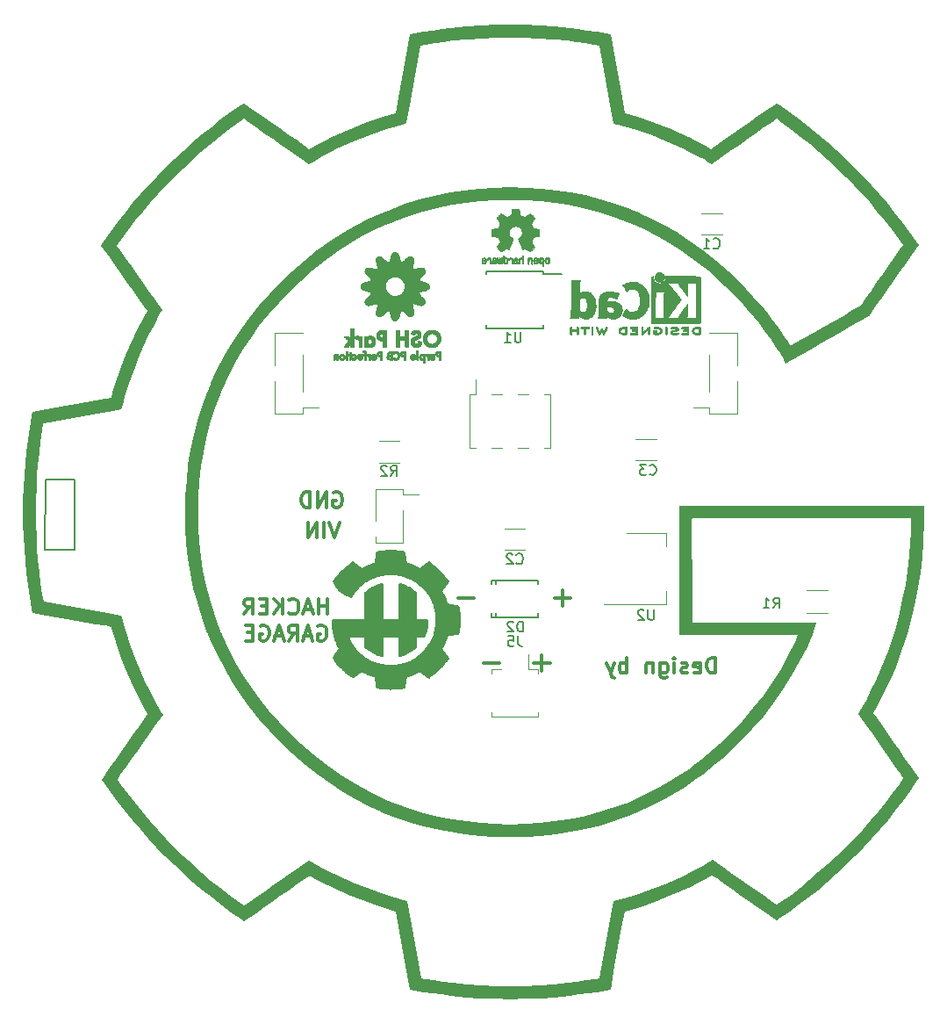
<source format=gbr>
G04 #@! TF.GenerationSoftware,KiCad,Pcbnew,6.0.0-rc1-unknown-7b10490~66~ubuntu16.04.1*
G04 #@! TF.CreationDate,2018-10-31T12:07:26-07:00*
G04 #@! TF.ProjectId,HG_002,48475f30-3032-42e6-9b69-6361645f7063,rev?*
G04 #@! TF.SameCoordinates,Original*
G04 #@! TF.FileFunction,Legend,Bot*
G04 #@! TF.FilePolarity,Positive*
%FSLAX46Y46*%
G04 Gerber Fmt 4.6, Leading zero omitted, Abs format (unit mm)*
G04 Created by KiCad (PCBNEW 6.0.0-rc1-unknown-7b10490~66~ubuntu16.04.1) date Wed 31 Oct 2018 12:07:26 PM MST*
%MOMM*%
%LPD*%
G01*
G04 APERTURE LIST*
%ADD10C,0.300000*%
%ADD11C,0.150000*%
%ADD12C,0.120000*%
%ADD13C,0.148617*%
%ADD14C,0.010000*%
%ADD15C,0.100000*%
G04 APERTURE END LIST*
D10*
X132376657Y-98416371D02*
X131876657Y-99916371D01*
X131376657Y-98416371D01*
X130876657Y-99916371D02*
X130876657Y-98416371D01*
X130162371Y-99916371D02*
X130162371Y-98416371D01*
X129305228Y-99916371D01*
X129305228Y-98416371D01*
X131775057Y-95566800D02*
X131917914Y-95495371D01*
X132132200Y-95495371D01*
X132346485Y-95566800D01*
X132489342Y-95709657D01*
X132560771Y-95852514D01*
X132632200Y-96138228D01*
X132632200Y-96352514D01*
X132560771Y-96638228D01*
X132489342Y-96781085D01*
X132346485Y-96923942D01*
X132132200Y-96995371D01*
X131989342Y-96995371D01*
X131775057Y-96923942D01*
X131703628Y-96852514D01*
X131703628Y-96352514D01*
X131989342Y-96352514D01*
X131060771Y-96995371D02*
X131060771Y-95495371D01*
X130203628Y-96995371D01*
X130203628Y-95495371D01*
X129489342Y-96995371D02*
X129489342Y-95495371D01*
X129132200Y-95495371D01*
X128917914Y-95566800D01*
X128775057Y-95709657D01*
X128703628Y-95852514D01*
X128632200Y-96138228D01*
X128632200Y-96352514D01*
X128703628Y-96638228D01*
X128775057Y-96781085D01*
X128917914Y-96923942D01*
X129132200Y-96995371D01*
X129489342Y-96995371D01*
X143777304Y-105758342D02*
X145325495Y-105758342D01*
X153073704Y-105707542D02*
X154621895Y-105707542D01*
X153847800Y-106481638D02*
X153847800Y-104933447D01*
X146241104Y-111955942D02*
X147789295Y-111955942D01*
X151092504Y-111981342D02*
X152640695Y-111981342D01*
X151866600Y-112755438D02*
X151866600Y-111207247D01*
X131203200Y-107277371D02*
X131203200Y-105777371D01*
X131203200Y-106491657D02*
X130346057Y-106491657D01*
X130346057Y-107277371D02*
X130346057Y-105777371D01*
X129703200Y-106848800D02*
X128988914Y-106848800D01*
X129846057Y-107277371D02*
X129346057Y-105777371D01*
X128846057Y-107277371D01*
X127488914Y-107134514D02*
X127560342Y-107205942D01*
X127774628Y-107277371D01*
X127917485Y-107277371D01*
X128131771Y-107205942D01*
X128274628Y-107063085D01*
X128346057Y-106920228D01*
X128417485Y-106634514D01*
X128417485Y-106420228D01*
X128346057Y-106134514D01*
X128274628Y-105991657D01*
X128131771Y-105848800D01*
X127917485Y-105777371D01*
X127774628Y-105777371D01*
X127560342Y-105848800D01*
X127488914Y-105920228D01*
X126846057Y-107277371D02*
X126846057Y-105777371D01*
X125988914Y-107277371D02*
X126631771Y-106420228D01*
X125988914Y-105777371D02*
X126846057Y-106634514D01*
X125346057Y-106491657D02*
X124846057Y-106491657D01*
X124631771Y-107277371D02*
X125346057Y-107277371D01*
X125346057Y-105777371D01*
X124631771Y-105777371D01*
X123131771Y-107277371D02*
X123631771Y-106563085D01*
X123988914Y-107277371D02*
X123988914Y-105777371D01*
X123417485Y-105777371D01*
X123274628Y-105848800D01*
X123203200Y-105920228D01*
X123131771Y-106063085D01*
X123131771Y-106277371D01*
X123203200Y-106420228D01*
X123274628Y-106491657D01*
X123417485Y-106563085D01*
X123988914Y-106563085D01*
X130274628Y-108398800D02*
X130417485Y-108327371D01*
X130631771Y-108327371D01*
X130846057Y-108398800D01*
X130988914Y-108541657D01*
X131060342Y-108684514D01*
X131131771Y-108970228D01*
X131131771Y-109184514D01*
X131060342Y-109470228D01*
X130988914Y-109613085D01*
X130846057Y-109755942D01*
X130631771Y-109827371D01*
X130488914Y-109827371D01*
X130274628Y-109755942D01*
X130203200Y-109684514D01*
X130203200Y-109184514D01*
X130488914Y-109184514D01*
X129631771Y-109398800D02*
X128917485Y-109398800D01*
X129774628Y-109827371D02*
X129274628Y-108327371D01*
X128774628Y-109827371D01*
X127417485Y-109827371D02*
X127917485Y-109113085D01*
X128274628Y-109827371D02*
X128274628Y-108327371D01*
X127703200Y-108327371D01*
X127560342Y-108398800D01*
X127488914Y-108470228D01*
X127417485Y-108613085D01*
X127417485Y-108827371D01*
X127488914Y-108970228D01*
X127560342Y-109041657D01*
X127703200Y-109113085D01*
X128274628Y-109113085D01*
X126846057Y-109398800D02*
X126131771Y-109398800D01*
X126988914Y-109827371D02*
X126488914Y-108327371D01*
X125988914Y-109827371D01*
X124703200Y-108398800D02*
X124846057Y-108327371D01*
X125060342Y-108327371D01*
X125274628Y-108398800D01*
X125417485Y-108541657D01*
X125488914Y-108684514D01*
X125560342Y-108970228D01*
X125560342Y-109184514D01*
X125488914Y-109470228D01*
X125417485Y-109613085D01*
X125274628Y-109755942D01*
X125060342Y-109827371D01*
X124917485Y-109827371D01*
X124703200Y-109755942D01*
X124631771Y-109684514D01*
X124631771Y-109184514D01*
X124917485Y-109184514D01*
X123988914Y-109041657D02*
X123488914Y-109041657D01*
X123274628Y-109827371D02*
X123988914Y-109827371D01*
X123988914Y-108327371D01*
X123274628Y-108327371D01*
X168627571Y-112946571D02*
X168627571Y-111446571D01*
X168270428Y-111446571D01*
X168056142Y-111518000D01*
X167913285Y-111660857D01*
X167841857Y-111803714D01*
X167770428Y-112089428D01*
X167770428Y-112303714D01*
X167841857Y-112589428D01*
X167913285Y-112732285D01*
X168056142Y-112875142D01*
X168270428Y-112946571D01*
X168627571Y-112946571D01*
X166556142Y-112875142D02*
X166699000Y-112946571D01*
X166984714Y-112946571D01*
X167127571Y-112875142D01*
X167199000Y-112732285D01*
X167199000Y-112160857D01*
X167127571Y-112018000D01*
X166984714Y-111946571D01*
X166699000Y-111946571D01*
X166556142Y-112018000D01*
X166484714Y-112160857D01*
X166484714Y-112303714D01*
X167199000Y-112446571D01*
X165913285Y-112875142D02*
X165770428Y-112946571D01*
X165484714Y-112946571D01*
X165341857Y-112875142D01*
X165270428Y-112732285D01*
X165270428Y-112660857D01*
X165341857Y-112518000D01*
X165484714Y-112446571D01*
X165699000Y-112446571D01*
X165841857Y-112375142D01*
X165913285Y-112232285D01*
X165913285Y-112160857D01*
X165841857Y-112018000D01*
X165699000Y-111946571D01*
X165484714Y-111946571D01*
X165341857Y-112018000D01*
X164627571Y-112946571D02*
X164627571Y-111946571D01*
X164627571Y-111446571D02*
X164699000Y-111518000D01*
X164627571Y-111589428D01*
X164556142Y-111518000D01*
X164627571Y-111446571D01*
X164627571Y-111589428D01*
X163270428Y-111946571D02*
X163270428Y-113160857D01*
X163341857Y-113303714D01*
X163413285Y-113375142D01*
X163556142Y-113446571D01*
X163770428Y-113446571D01*
X163913285Y-113375142D01*
X163270428Y-112875142D02*
X163413285Y-112946571D01*
X163699000Y-112946571D01*
X163841857Y-112875142D01*
X163913285Y-112803714D01*
X163984714Y-112660857D01*
X163984714Y-112232285D01*
X163913285Y-112089428D01*
X163841857Y-112018000D01*
X163699000Y-111946571D01*
X163413285Y-111946571D01*
X163270428Y-112018000D01*
X162556142Y-111946571D02*
X162556142Y-112946571D01*
X162556142Y-112089428D02*
X162484714Y-112018000D01*
X162341857Y-111946571D01*
X162127571Y-111946571D01*
X161984714Y-112018000D01*
X161913285Y-112160857D01*
X161913285Y-112946571D01*
X160056142Y-112946571D02*
X160056142Y-111446571D01*
X160056142Y-112018000D02*
X159913285Y-111946571D01*
X159627571Y-111946571D01*
X159484714Y-112018000D01*
X159413285Y-112089428D01*
X159341857Y-112232285D01*
X159341857Y-112660857D01*
X159413285Y-112803714D01*
X159484714Y-112875142D01*
X159627571Y-112946571D01*
X159913285Y-112946571D01*
X160056142Y-112875142D01*
X158841857Y-111946571D02*
X158484714Y-112946571D01*
X158127571Y-111946571D02*
X158484714Y-112946571D01*
X158627571Y-113303714D01*
X158699000Y-113375142D01*
X158841857Y-113446571D01*
D11*
G04 #@! TO.C,D2*
X146999960Y-107541060D02*
X151500840Y-107541060D01*
X146999960Y-104040940D02*
X151500840Y-104040940D01*
X151500840Y-107541060D02*
X151500840Y-107190540D01*
X146999960Y-107541060D02*
X146999960Y-107190540D01*
X146999960Y-104040940D02*
X146999960Y-104391460D01*
X151500840Y-104040940D02*
X151500840Y-104391460D01*
X147451260Y-107541060D02*
X147451260Y-107190540D01*
X147451260Y-104040940D02*
X147451260Y-104391460D01*
D12*
G04 #@! TO.C,C1*
X167249600Y-68652200D02*
X169249600Y-68652200D01*
X169249600Y-70692200D02*
X167249600Y-70692200D01*
G04 #@! TO.C,C2*
X148250400Y-99056000D02*
X150250400Y-99056000D01*
X150250400Y-101096000D02*
X148250400Y-101096000D01*
G04 #@! TO.C,C3*
X160925000Y-90420000D02*
X162925000Y-90420000D01*
X162925000Y-92460000D02*
X160925000Y-92460000D01*
G04 #@! TO.C,J1*
X168037200Y-87918600D02*
X170697200Y-87918600D01*
X168037200Y-80178600D02*
X170697200Y-80178600D01*
X170697200Y-87918600D02*
X170697200Y-84808600D01*
X168037200Y-87348600D02*
X166517200Y-87348600D01*
X168037200Y-87918600D02*
X168037200Y-87348600D01*
X170697200Y-80748600D02*
X170697200Y-80178600D01*
X170697200Y-83288600D02*
X170697200Y-80178600D01*
X168037200Y-85828600D02*
X168037200Y-82268600D01*
G04 #@! TO.C,J2*
X126127200Y-87918600D02*
X128787200Y-87918600D01*
X126127200Y-80178600D02*
X128787200Y-80178600D01*
X128787200Y-85828600D02*
X128787200Y-82268600D01*
X126127200Y-87918600D02*
X126127200Y-84808600D01*
X128787200Y-87348600D02*
X130307200Y-87348600D01*
X128787200Y-87918600D02*
X128787200Y-87348600D01*
X126127200Y-80748600D02*
X126127200Y-80178600D01*
X126127200Y-83288600D02*
X126127200Y-80178600D01*
G04 #@! TO.C,J3*
X144923200Y-86046000D02*
X144923200Y-91246000D01*
X152663200Y-86046000D02*
X152663200Y-91246000D01*
X145493200Y-84606000D02*
X145493200Y-86046000D01*
X144923200Y-86046000D02*
X145493200Y-86046000D01*
X144923200Y-91246000D02*
X145493200Y-91246000D01*
X152093200Y-86046000D02*
X152663200Y-86046000D01*
X152093200Y-91246000D02*
X152663200Y-91246000D01*
X147013200Y-86046000D02*
X148033200Y-86046000D01*
X147013200Y-91246000D02*
X148033200Y-91246000D01*
X149553200Y-86046000D02*
X150573200Y-86046000D01*
X149553200Y-91246000D02*
X150573200Y-91246000D01*
G04 #@! TO.C,J4*
X138464600Y-95190000D02*
X135804600Y-95190000D01*
X138464600Y-100390000D02*
X135804600Y-100390000D01*
X135804600Y-95190000D02*
X135804600Y-98300000D01*
X138464600Y-95760000D02*
X139984600Y-95760000D01*
X138464600Y-95190000D02*
X138464600Y-95760000D01*
X135804600Y-99820000D02*
X135804600Y-100390000D01*
X138464600Y-97280000D02*
X138464600Y-100390000D01*
G04 #@! TO.C,J5*
X147925400Y-112611000D02*
X146975400Y-112611000D01*
X146975400Y-112611000D02*
X146975400Y-113011000D01*
X150575400Y-112611000D02*
X151525400Y-112611000D01*
X151525400Y-112611000D02*
X151525400Y-113011000D01*
X146975400Y-116711000D02*
X146975400Y-117111000D01*
X146975400Y-117111000D02*
X149250400Y-117111000D01*
X151525400Y-116711000D02*
X151525400Y-117111000D01*
X151525400Y-117111000D02*
X149250400Y-117111000D01*
X150575400Y-112611000D02*
X150575400Y-111111000D01*
G04 #@! TO.C,R1*
X179435000Y-104975000D02*
X177435000Y-104975000D01*
X177435000Y-107115000D02*
X179435000Y-107115000D01*
G04 #@! TO.C,R2*
X138160000Y-90547800D02*
X136160000Y-90547800D01*
X136160000Y-92687800D02*
X138160000Y-92687800D01*
D11*
G04 #@! TO.C,U1*
X152000400Y-74507000D02*
X153750400Y-74507000D01*
X152000400Y-79717000D02*
X146500400Y-79717000D01*
X152000400Y-74207000D02*
X146500400Y-74207000D01*
X152000400Y-79717000D02*
X152000400Y-79417000D01*
X146500400Y-79717000D02*
X146500400Y-79417000D01*
X146500400Y-74207000D02*
X146500400Y-74507000D01*
X152000400Y-74207000D02*
X152000400Y-74507000D01*
D12*
G04 #@! TO.C,U2*
X163835000Y-99460000D02*
X163835000Y-100720000D01*
X163835000Y-106280000D02*
X163835000Y-105020000D01*
X160075000Y-99460000D02*
X163835000Y-99460000D01*
X157825000Y-106280000D02*
X163835000Y-106280000D01*
D13*
G04 #@! TO.C,svg2mod*
G36*
X132580396Y-103123260D02*
X132465872Y-103240410D01*
X132353974Y-103360170D01*
X132244700Y-103482550D01*
X132138050Y-103607550D01*
X132034021Y-103735170D01*
X131932611Y-103865410D01*
X131833821Y-103998280D01*
X131737641Y-104133770D01*
X131816521Y-104246610D01*
X131895401Y-104359440D01*
X131974281Y-104472270D01*
X132053161Y-104585110D01*
X132132041Y-104697940D01*
X132210921Y-104810770D01*
X132289801Y-104923610D01*
X132368681Y-105036440D01*
X132368190Y-105037050D01*
X132367699Y-105037670D01*
X132367208Y-105038280D01*
X132366717Y-105038890D01*
X132366226Y-105039510D01*
X132365735Y-105039810D01*
X132365244Y-105040430D01*
X132364753Y-105041040D01*
X132365244Y-105041040D01*
X132365735Y-105041040D01*
X132366226Y-105041040D01*
X132366717Y-105041040D01*
X132367208Y-105041040D01*
X132367699Y-105041040D01*
X132368190Y-105041040D01*
X132368681Y-105041040D01*
X132502484Y-105116940D01*
X132636286Y-105192840D01*
X132770088Y-105268740D01*
X132903891Y-105344640D01*
X133037693Y-105420540D01*
X133171496Y-105496440D01*
X133305298Y-105572340D01*
X133439101Y-105648240D01*
X133477741Y-105584440D01*
X133517751Y-105520740D01*
X133559131Y-105457140D01*
X133601882Y-105393640D01*
X133646001Y-105330340D01*
X133691491Y-105267140D01*
X133738352Y-105204040D01*
X133786581Y-105141040D01*
X133838001Y-105077540D01*
X133888421Y-105016940D01*
X133937841Y-104959240D01*
X133986271Y-104904440D01*
X134033701Y-104852440D01*
X134080141Y-104803340D01*
X134125581Y-104757140D01*
X134170021Y-104713740D01*
X134247151Y-104637540D01*
X134326781Y-104562740D01*
X134408911Y-104489240D01*
X134493541Y-104417140D01*
X134580661Y-104346440D01*
X134670281Y-104277140D01*
X134762401Y-104209140D01*
X134857011Y-104142540D01*
X134946191Y-104085140D01*
X135033991Y-104030940D01*
X135120421Y-103979840D01*
X135205481Y-103931840D01*
X135289171Y-103886940D01*
X135371491Y-103845140D01*
X135452441Y-103806540D01*
X135532031Y-103771040D01*
X135548501Y-103765040D01*
X135564971Y-103759040D01*
X135581441Y-103753040D01*
X135597911Y-103747040D01*
X135614381Y-103741040D01*
X135630851Y-103735040D01*
X135647321Y-103729040D01*
X135663791Y-103723040D01*
X135761201Y-103685440D01*
X135859741Y-103650440D01*
X135959411Y-103618040D01*
X136060204Y-103588240D01*
X136162121Y-103561040D01*
X136265159Y-103536540D01*
X136369316Y-103514640D01*
X136474592Y-103495340D01*
X136568582Y-103479440D01*
X136664812Y-103465640D01*
X136763292Y-103453940D01*
X136864018Y-103443940D01*
X136966991Y-103436940D01*
X137072211Y-103431940D01*
X137179677Y-103428940D01*
X137289390Y-103428020D01*
X137398238Y-103428940D01*
X137505086Y-103431940D01*
X137609935Y-103436940D01*
X137712785Y-103443940D01*
X137813636Y-103453940D01*
X137912486Y-103465640D01*
X138009336Y-103479440D01*
X138104186Y-103495340D01*
X138210349Y-103514740D01*
X138315135Y-103536840D01*
X138418546Y-103561740D01*
X138520581Y-103589340D01*
X138621242Y-103619640D01*
X138720532Y-103652740D01*
X138818452Y-103688540D01*
X138914992Y-103727140D01*
X138931462Y-103733140D01*
X138947932Y-103739140D01*
X138964402Y-103745140D01*
X138980872Y-103751140D01*
X138997352Y-103757140D01*
X139013822Y-103763140D01*
X139030302Y-103769140D01*
X139046772Y-103775140D01*
X139131572Y-103812340D01*
X139216252Y-103852040D01*
X139300812Y-103894240D01*
X139385252Y-103938940D01*
X139469572Y-103986140D01*
X139553762Y-104035840D01*
X139637832Y-104088040D01*
X139721772Y-104142740D01*
X139816382Y-104209340D01*
X139908502Y-104277340D01*
X139998122Y-104346640D01*
X140085242Y-104417340D01*
X140169872Y-104489440D01*
X140252002Y-104562940D01*
X140331632Y-104637740D01*
X140408762Y-104713940D01*
X140560656Y-104872450D01*
X140702821Y-105034470D01*
X140835253Y-105199980D01*
X140957951Y-105368980D01*
X141070914Y-105541490D01*
X141174140Y-105717480D01*
X141267630Y-105896960D01*
X141351380Y-106079930D01*
X141357880Y-106095430D01*
X141364380Y-106110930D01*
X141370880Y-106126430D01*
X141377380Y-106141930D01*
X141383880Y-106157430D01*
X141390380Y-106172930D01*
X141396880Y-106188430D01*
X141403380Y-106203930D01*
X141473590Y-106393600D01*
X141534440Y-106587130D01*
X141585930Y-106784520D01*
X141628050Y-106985790D01*
X141660820Y-107190920D01*
X141684220Y-107399920D01*
X141698260Y-107612790D01*
X141702960Y-107829530D01*
X141698360Y-108043530D01*
X141684700Y-108254160D01*
X141661930Y-108461410D01*
X141630050Y-108665300D01*
X141589050Y-108865820D01*
X141538930Y-109062960D01*
X141479700Y-109256740D01*
X141411350Y-109447140D01*
X141403850Y-109464640D01*
X141396350Y-109482140D01*
X141388850Y-109499640D01*
X141381350Y-109517140D01*
X141373850Y-109534640D01*
X141366350Y-109552140D01*
X141358850Y-109569640D01*
X141351350Y-109587140D01*
X141264980Y-109773550D01*
X141169620Y-109955350D01*
X141065271Y-110132520D01*
X140951934Y-110305070D01*
X140829610Y-110473010D01*
X140698301Y-110636330D01*
X140558009Y-110795040D01*
X140408736Y-110949130D01*
X140327166Y-111030630D01*
X140244226Y-111109230D01*
X140159916Y-111184930D01*
X140074236Y-111257730D01*
X139987176Y-111327730D01*
X139898746Y-111394830D01*
X139808936Y-111459030D01*
X139717746Y-111520330D01*
X139635496Y-111575130D01*
X139552496Y-111627830D01*
X139468746Y-111678430D01*
X139384236Y-111726930D01*
X139298986Y-111773330D01*
X139212986Y-111817630D01*
X139126236Y-111859730D01*
X139038746Y-111899730D01*
X139022766Y-111905730D01*
X139006786Y-111911730D01*
X138990806Y-111917730D01*
X138974826Y-111923730D01*
X138958846Y-111929730D01*
X138942866Y-111935730D01*
X138926886Y-111941730D01*
X138910906Y-111947730D01*
X138809985Y-111985330D01*
X138708943Y-112020130D01*
X138607779Y-112052230D01*
X138506493Y-112081530D01*
X138405083Y-112108130D01*
X138303548Y-112131930D01*
X138201889Y-112153030D01*
X138100103Y-112171430D01*
X138001803Y-112188230D01*
X137902633Y-112202830D01*
X137802593Y-112215130D01*
X137701680Y-112225230D01*
X137599896Y-112233230D01*
X137497238Y-112239230D01*
X137393706Y-112242230D01*
X137289299Y-112243230D01*
X137184829Y-112242230D01*
X137081107Y-112239230D01*
X136978133Y-112233230D01*
X136875910Y-112225230D01*
X136774434Y-112215130D01*
X136673708Y-112202830D01*
X136573728Y-112188230D01*
X136474498Y-112171430D01*
X136368147Y-112152130D01*
X136262799Y-112130230D01*
X136158453Y-112105730D01*
X136055107Y-112078530D01*
X135952762Y-112048730D01*
X135851415Y-112016330D01*
X135751065Y-111981330D01*
X135651715Y-111943730D01*
X135637235Y-111937730D01*
X135622755Y-111931730D01*
X135608275Y-111925730D01*
X135593795Y-111919730D01*
X135579315Y-111913730D01*
X135564835Y-111907730D01*
X135550355Y-111901730D01*
X135535875Y-111895730D01*
X135451005Y-111856730D01*
X135366135Y-111815630D01*
X135281255Y-111772330D01*
X135196375Y-111726930D01*
X135111495Y-111679430D01*
X135026615Y-111629830D01*
X134941745Y-111578130D01*
X134856875Y-111524230D01*
X134764885Y-111459330D01*
X134674645Y-111392430D01*
X134586145Y-111323530D01*
X134499395Y-111252630D01*
X134414395Y-111179730D01*
X134331145Y-111104830D01*
X134249645Y-111027930D01*
X134169895Y-110949030D01*
X134005756Y-110777240D01*
X133852856Y-110601320D01*
X133711194Y-110421280D01*
X133580765Y-110237120D01*
X133461571Y-110048840D01*
X133353608Y-109856450D01*
X133256878Y-109659930D01*
X133171368Y-109459310D01*
X133170877Y-109457310D01*
X133170386Y-109455310D01*
X133169895Y-109453310D01*
X133169405Y-109451310D01*
X133168914Y-109449310D01*
X133168423Y-109447310D01*
X133167932Y-109445310D01*
X133167441Y-109443310D01*
X133378629Y-109443310D01*
X133589817Y-109443310D01*
X133801006Y-109443310D01*
X134012194Y-109443310D01*
X134223382Y-109443310D01*
X134434570Y-109443310D01*
X134645758Y-109443310D01*
X134856947Y-109443310D01*
X134856947Y-109568620D01*
X134856947Y-109693930D01*
X134856947Y-109819250D01*
X134856947Y-109944560D01*
X134856947Y-110069880D01*
X134856947Y-110195200D01*
X134856947Y-110320510D01*
X134856947Y-110445820D01*
X134920597Y-110501720D01*
X134983747Y-110555620D01*
X135046407Y-110607520D01*
X135108567Y-110657420D01*
X135170227Y-110705320D01*
X135231387Y-110751220D01*
X135292047Y-110795120D01*
X135352207Y-110837020D01*
X135478965Y-110918720D01*
X135609588Y-110994220D01*
X135744079Y-111063520D01*
X135882434Y-111126520D01*
X136024659Y-111183320D01*
X136170752Y-111233920D01*
X136320716Y-111278220D01*
X136474550Y-111316320D01*
X136474550Y-111082150D01*
X136474550Y-110847990D01*
X136474550Y-110613820D01*
X136474550Y-110379660D01*
X136474550Y-110145500D01*
X136474550Y-109911330D01*
X136474550Y-109677170D01*
X136474550Y-109443000D01*
X136677750Y-109443000D01*
X136880950Y-109443000D01*
X137084150Y-109443000D01*
X137287350Y-109443000D01*
X137490550Y-109443000D01*
X137693750Y-109443000D01*
X137896951Y-109443000D01*
X138100151Y-109443000D01*
X138100151Y-109677160D01*
X138100151Y-109911310D01*
X138100151Y-110145470D01*
X138100151Y-110379620D01*
X138100151Y-110613770D01*
X138100151Y-110847930D01*
X138100151Y-111082080D01*
X138100151Y-111316240D01*
X138253985Y-111278140D01*
X138403948Y-111233840D01*
X138550042Y-111183240D01*
X138692267Y-111126440D01*
X138830622Y-111063440D01*
X138965112Y-110994140D01*
X139095736Y-110918640D01*
X139222494Y-110836940D01*
X139283524Y-110796840D01*
X139344804Y-110754340D01*
X139406334Y-110709440D01*
X139468124Y-110662240D01*
X139530164Y-110612640D01*
X139592454Y-110560640D01*
X139654984Y-110506340D01*
X139717764Y-110449640D01*
X139717764Y-110323820D01*
X139717764Y-110198010D01*
X139717764Y-110072200D01*
X139717764Y-109946380D01*
X139717764Y-109820570D01*
X139717764Y-109694750D01*
X139717764Y-109568940D01*
X139717764Y-109443120D01*
X139814124Y-109443120D01*
X139910484Y-109443120D01*
X140006844Y-109443120D01*
X140103204Y-109443120D01*
X140199564Y-109443120D01*
X140295924Y-109443120D01*
X140392284Y-109443120D01*
X140488644Y-109443120D01*
X140537884Y-109343420D01*
X140583754Y-109241940D01*
X140626254Y-109138720D01*
X140665384Y-109033760D01*
X140701144Y-108927040D01*
X140733534Y-108818580D01*
X140762554Y-108708360D01*
X140788204Y-108596400D01*
X140805984Y-108498700D01*
X140821394Y-108401400D01*
X140834434Y-108304500D01*
X140845104Y-108208000D01*
X140853404Y-108111800D01*
X140859304Y-108016000D01*
X140862904Y-107920600D01*
X140864104Y-107825500D01*
X140789214Y-107825500D01*
X140714324Y-107825500D01*
X140639434Y-107825500D01*
X140564544Y-107825500D01*
X140489654Y-107825500D01*
X140414764Y-107825500D01*
X140339874Y-107825500D01*
X140264984Y-107825500D01*
X140264002Y-107827500D01*
X140263020Y-107829500D01*
X140262038Y-107831500D01*
X140261056Y-107833500D01*
X140260074Y-107835500D01*
X140259092Y-107837500D01*
X140258111Y-107839500D01*
X140257129Y-107841500D01*
X140256147Y-107839500D01*
X140255165Y-107837500D01*
X140254183Y-107835500D01*
X140253201Y-107833500D01*
X140252219Y-107831500D01*
X140251237Y-107829500D01*
X140250255Y-107827500D01*
X140249274Y-107825500D01*
X140182874Y-107825500D01*
X140116474Y-107825500D01*
X140050074Y-107825500D01*
X139983674Y-107825500D01*
X139917274Y-107825500D01*
X139850874Y-107825500D01*
X139784474Y-107825500D01*
X139718074Y-107825500D01*
X139718074Y-107498480D01*
X139718074Y-107171470D01*
X139718074Y-106844450D01*
X139718074Y-106517430D01*
X139718074Y-106190420D01*
X139718074Y-105863400D01*
X139718074Y-105536390D01*
X139718074Y-105209370D01*
X139658904Y-105154370D01*
X139599234Y-105101270D01*
X139539074Y-105050070D01*
X139478414Y-105000670D01*
X139417254Y-104953170D01*
X139355594Y-104907570D01*
X139293444Y-104863770D01*
X139230784Y-104821870D01*
X139098721Y-104738370D01*
X138964163Y-104661570D01*
X138827112Y-104591570D01*
X138687567Y-104528270D01*
X138545528Y-104471770D01*
X138400995Y-104421970D01*
X138253968Y-104378870D01*
X138104448Y-104342570D01*
X138103957Y-104777920D01*
X138103466Y-105213280D01*
X138102975Y-105648640D01*
X138102484Y-106083990D01*
X138101993Y-106519350D01*
X138101502Y-106954710D01*
X138101011Y-107390060D01*
X138100520Y-107825420D01*
X137897320Y-107825420D01*
X137694119Y-107825420D01*
X137490919Y-107825420D01*
X137287719Y-107825420D01*
X137084519Y-107825420D01*
X136881319Y-107825420D01*
X136678119Y-107825420D01*
X136474919Y-107825420D01*
X136474919Y-107390570D01*
X136474919Y-106955710D01*
X136474919Y-106520850D01*
X136474919Y-106085990D01*
X136474919Y-105651130D01*
X136474919Y-105216270D01*
X136474919Y-104781420D01*
X136474919Y-104346560D01*
X136326264Y-104381060D01*
X136179855Y-104422660D01*
X136035693Y-104471360D01*
X135893778Y-104527260D01*
X135754109Y-104590260D01*
X135616687Y-104660360D01*
X135481511Y-104737560D01*
X135348582Y-104821860D01*
X135281482Y-104866360D01*
X135216012Y-104912160D01*
X135152162Y-104959260D01*
X135089942Y-105007560D01*
X135029342Y-105057160D01*
X134970372Y-105107960D01*
X134913022Y-105160060D01*
X134857302Y-105213360D01*
X134857302Y-105539880D01*
X134857302Y-105866400D01*
X134857302Y-106192910D01*
X134857302Y-106519430D01*
X134857302Y-106845950D01*
X134857302Y-107172460D01*
X134857302Y-107498980D01*
X134857302Y-107825500D01*
X134455396Y-107825500D01*
X134053489Y-107825500D01*
X133651583Y-107825500D01*
X133249676Y-107825500D01*
X132847769Y-107825500D01*
X132445863Y-107825500D01*
X132043956Y-107825500D01*
X131642050Y-107825500D01*
X131645450Y-108035120D01*
X131655750Y-108242620D01*
X131672910Y-108448000D01*
X131696940Y-108651260D01*
X131727830Y-108852400D01*
X131765590Y-109051430D01*
X131810210Y-109248330D01*
X131861690Y-109443110D01*
X131909680Y-109600320D01*
X131961790Y-109754410D01*
X132018020Y-109905380D01*
X132078370Y-110053230D01*
X132142840Y-110197960D01*
X132211430Y-110339560D01*
X132284130Y-110478040D01*
X132360950Y-110613390D01*
X132282570Y-110725720D01*
X132204190Y-110838050D01*
X132125810Y-110950390D01*
X132047430Y-111062720D01*
X131969040Y-111175060D01*
X131890660Y-111287390D01*
X131812280Y-111399730D01*
X131733900Y-111512060D01*
X131824900Y-111643280D01*
X131920140Y-111773380D01*
X132019620Y-111902360D01*
X132123340Y-112030230D01*
X132231303Y-112156990D01*
X132343509Y-112282630D01*
X132459959Y-112407150D01*
X132580655Y-112530560D01*
X132707461Y-112652920D01*
X132834273Y-112770440D01*
X132961089Y-112883090D01*
X133087906Y-112990880D01*
X133214724Y-113093800D01*
X133341539Y-113191800D01*
X133468351Y-113285000D01*
X133595157Y-113373300D01*
X133706992Y-113295400D01*
X133818827Y-113217500D01*
X133930661Y-113139600D01*
X134042497Y-113061700D01*
X134154331Y-112983800D01*
X134266166Y-112905900D01*
X134378001Y-112828000D01*
X134489836Y-112750100D01*
X134535766Y-112774600D01*
X134581696Y-112799100D01*
X134627626Y-112823600D01*
X134673556Y-112848100D01*
X134719486Y-112872600D01*
X134765416Y-112897100D01*
X134811346Y-112921600D01*
X134857276Y-112946100D01*
X134971359Y-112998600D01*
X135085942Y-113048200D01*
X135201026Y-113094900D01*
X135316608Y-113138800D01*
X135432688Y-113179800D01*
X135549266Y-113217900D01*
X135666339Y-113253200D01*
X135783908Y-113285600D01*
X135807868Y-113420400D01*
X135831828Y-113555200D01*
X135855788Y-113690010D01*
X135879748Y-113824810D01*
X135903718Y-113959610D01*
X135927678Y-114094410D01*
X135951638Y-114229210D01*
X135975598Y-114364010D01*
X136038008Y-114373010D01*
X136100418Y-114382010D01*
X136162828Y-114391010D01*
X136225238Y-114400010D01*
X136287648Y-114409010D01*
X136350058Y-114418010D01*
X136412468Y-114427010D01*
X136474878Y-114436010D01*
X136579348Y-114446310D01*
X136683070Y-114455310D01*
X136786043Y-114463310D01*
X136888267Y-114469310D01*
X136989742Y-114474310D01*
X137090469Y-114477310D01*
X137190449Y-114479310D01*
X137289680Y-114479930D01*
X137387979Y-114479310D01*
X137487149Y-114477310D01*
X137587189Y-114474310D01*
X137688101Y-114469310D01*
X137789885Y-114463310D01*
X137892544Y-114455310D01*
X137996076Y-114446310D01*
X138100483Y-114436010D01*
X138162893Y-114427010D01*
X138225303Y-114418010D01*
X138287713Y-114409010D01*
X138350123Y-114400010D01*
X138412533Y-114391010D01*
X138474943Y-114382010D01*
X138537353Y-114373010D01*
X138599763Y-114364010D01*
X138623723Y-114228700D01*
X138647693Y-114093390D01*
X138671653Y-113958080D01*
X138695613Y-113822770D01*
X138719573Y-113687460D01*
X138743533Y-113552150D01*
X138767493Y-113416840D01*
X138791453Y-113281530D01*
X138914264Y-113247430D01*
X139035082Y-113210930D01*
X139153906Y-113172030D01*
X139270735Y-113130730D01*
X139385569Y-113087130D01*
X139498405Y-113041130D01*
X139609244Y-112992730D01*
X139718085Y-112942030D01*
X139776055Y-112912930D01*
X139830165Y-112885430D01*
X139880395Y-112859530D01*
X139926765Y-112835230D01*
X139969265Y-112812530D01*
X140007895Y-112791530D01*
X140042665Y-112772130D01*
X140073565Y-112754330D01*
X140185899Y-112832730D01*
X140298233Y-112911130D01*
X140410567Y-112989530D01*
X140522901Y-113067930D01*
X140635235Y-113146330D01*
X140747569Y-113224730D01*
X140859904Y-113303130D01*
X140972238Y-113381530D01*
X141101913Y-113292230D01*
X141231340Y-113198030D01*
X141360521Y-113099030D01*
X141489454Y-112995130D01*
X141618140Y-112886360D01*
X141746579Y-112772720D01*
X141874771Y-112654200D01*
X142002716Y-112530820D01*
X142122360Y-112406810D01*
X142237631Y-112282430D01*
X142348531Y-112157690D01*
X142455060Y-112032570D01*
X142557218Y-111907080D01*
X142655008Y-111781210D01*
X142748428Y-111654950D01*
X142837478Y-111528320D01*
X142758598Y-111415980D01*
X142679718Y-111303650D01*
X142600838Y-111191320D01*
X142521958Y-111078980D01*
X142443078Y-110966650D01*
X142364198Y-110854310D01*
X142285318Y-110741980D01*
X142206438Y-110629640D01*
X142285998Y-110490510D01*
X142360948Y-110348760D01*
X142431278Y-110204400D01*
X142496998Y-110057420D01*
X142558098Y-109907820D01*
X142614578Y-109755600D01*
X142666438Y-109600770D01*
X142713678Y-109443310D01*
X142717678Y-109429810D01*
X142721678Y-109416310D01*
X142725678Y-109402810D01*
X142729678Y-109389310D01*
X142733678Y-109375810D01*
X142737678Y-109362310D01*
X142741678Y-109348810D01*
X142745678Y-109335310D01*
X142880979Y-109311810D01*
X143016279Y-109288310D01*
X143151579Y-109264810D01*
X143286879Y-109241310D01*
X143422180Y-109217810D01*
X143557480Y-109194310D01*
X143692780Y-109170810D01*
X143828080Y-109147310D01*
X143856160Y-108986870D01*
X143880500Y-108825050D01*
X143901100Y-108661860D01*
X143917950Y-108497290D01*
X143931050Y-108331340D01*
X143940450Y-108164020D01*
X143946050Y-107995330D01*
X143947950Y-107825270D01*
X143947950Y-107824660D01*
X143947950Y-107824040D01*
X143947950Y-107823430D01*
X143947950Y-107822810D01*
X143947950Y-107822200D01*
X143947950Y-107821590D01*
X143947950Y-107820970D01*
X143947950Y-107820360D01*
X143946150Y-107654030D01*
X143940750Y-107488580D01*
X143931750Y-107324010D01*
X143919080Y-107160310D01*
X143902790Y-106997490D01*
X143882880Y-106835550D01*
X143859350Y-106674480D01*
X143832190Y-106514290D01*
X143696391Y-106490290D01*
X143560591Y-106466290D01*
X143424792Y-106442290D01*
X143288992Y-106418290D01*
X143153193Y-106394290D01*
X143017393Y-106370290D01*
X142881594Y-106346290D01*
X142745794Y-106322290D01*
X142697314Y-106151040D01*
X142643714Y-105982780D01*
X142584984Y-105817530D01*
X142521134Y-105655280D01*
X142452174Y-105496020D01*
X142378094Y-105339750D01*
X142298894Y-105186480D01*
X142214584Y-105036190D01*
X142293464Y-104923360D01*
X142372344Y-104810520D01*
X142451224Y-104697690D01*
X142530104Y-104584850D01*
X142608984Y-104472020D01*
X142687864Y-104359180D01*
X142766744Y-104246350D01*
X142845624Y-104133520D01*
X142750334Y-103997960D01*
X142652174Y-103864900D01*
X142551136Y-103734340D01*
X142447225Y-103606280D01*
X142340442Y-103480720D01*
X142230789Y-103357660D01*
X142118265Y-103237090D01*
X142002871Y-103119010D01*
X141881183Y-103001800D01*
X141757745Y-102887840D01*
X141632555Y-102777130D01*
X141505615Y-102669670D01*
X141376928Y-102565450D01*
X141246492Y-102464480D01*
X141114310Y-102366780D01*
X140980381Y-102272280D01*
X140867548Y-102351180D01*
X140754714Y-102430080D01*
X140641881Y-102508980D01*
X140529048Y-102587880D01*
X140416214Y-102666780D01*
X140303381Y-102745680D01*
X140190547Y-102824580D01*
X140077714Y-102903480D01*
X140046814Y-102885680D01*
X140012044Y-102866280D01*
X139973414Y-102845280D01*
X139930914Y-102822680D01*
X139884544Y-102798380D01*
X139834304Y-102772480D01*
X139780204Y-102744980D01*
X139722224Y-102715780D01*
X139608205Y-102663280D01*
X139493811Y-102613480D01*
X139379043Y-102566480D01*
X139263901Y-102522180D01*
X139148384Y-102480580D01*
X139032492Y-102441780D01*
X138916227Y-102405680D01*
X138799585Y-102372380D01*
X138775126Y-102237080D01*
X138750666Y-102101780D01*
X138726206Y-101966480D01*
X138701746Y-101831180D01*
X138677286Y-101695880D01*
X138652826Y-101560580D01*
X138628366Y-101425280D01*
X138603906Y-101289980D01*
X138537576Y-101277380D01*
X138472366Y-101265480D01*
X138408266Y-101254380D01*
X138345296Y-101243980D01*
X138283446Y-101233980D01*
X138222716Y-101224980D01*
X138163116Y-101216980D01*
X138104646Y-101209980D01*
X138000175Y-101199680D01*
X137896454Y-101190680D01*
X137793480Y-101182680D01*
X137691256Y-101176680D01*
X137589781Y-101171680D01*
X137489054Y-101168680D01*
X137389074Y-101166680D01*
X137289844Y-101166070D01*
X137190614Y-101166680D01*
X137090634Y-101168680D01*
X136989908Y-101171680D01*
X136888433Y-101176680D01*
X136786210Y-101182680D01*
X136683236Y-101190680D01*
X136579514Y-101199680D01*
X136475044Y-101209980D01*
X136416554Y-101216980D01*
X136356944Y-101224980D01*
X136296214Y-101233980D01*
X136234364Y-101243980D01*
X136171404Y-101254380D01*
X136107314Y-101265480D01*
X136042104Y-101277380D01*
X135975774Y-101289980D01*
X135951314Y-101425280D01*
X135926854Y-101560580D01*
X135902394Y-101695880D01*
X135877934Y-101831180D01*
X135853474Y-101966480D01*
X135829014Y-102101780D01*
X135804554Y-102237080D01*
X135780095Y-102372380D01*
X135665209Y-102403880D01*
X135550198Y-102438480D01*
X135435059Y-102476280D01*
X135319793Y-102517180D01*
X135204400Y-102561180D01*
X135088879Y-102608280D01*
X134973231Y-102658480D01*
X134857456Y-102711780D01*
X134799476Y-102740980D01*
X134745376Y-102768680D01*
X134695136Y-102794880D01*
X134648766Y-102819580D01*
X134606266Y-102842780D01*
X134567636Y-102864480D01*
X134532866Y-102884680D01*
X134501966Y-102903380D01*
X134389133Y-102824480D01*
X134276299Y-102745580D01*
X134163466Y-102666680D01*
X134050632Y-102587780D01*
X133937799Y-102508880D01*
X133824966Y-102429980D01*
X133712132Y-102351080D01*
X133599299Y-102272180D01*
X133468055Y-102363180D01*
X133337935Y-102458380D01*
X133208938Y-102557880D01*
X133081064Y-102661600D01*
X132954314Y-102769570D01*
X132828687Y-102881770D01*
X132704183Y-102998220D01*
X132580803Y-103118920D01*
X132580802Y-103118920D01*
X132580396Y-103123260D01*
X132580396Y-103123260D01*
G37*
X132580396Y-103123260D02*
X132465872Y-103240410D01*
X132353974Y-103360170D01*
X132244700Y-103482550D01*
X132138050Y-103607550D01*
X132034021Y-103735170D01*
X131932611Y-103865410D01*
X131833821Y-103998280D01*
X131737641Y-104133770D01*
X131816521Y-104246610D01*
X131895401Y-104359440D01*
X131974281Y-104472270D01*
X132053161Y-104585110D01*
X132132041Y-104697940D01*
X132210921Y-104810770D01*
X132289801Y-104923610D01*
X132368681Y-105036440D01*
X132368190Y-105037050D01*
X132367699Y-105037670D01*
X132367208Y-105038280D01*
X132366717Y-105038890D01*
X132366226Y-105039510D01*
X132365735Y-105039810D01*
X132365244Y-105040430D01*
X132364753Y-105041040D01*
X132365244Y-105041040D01*
X132365735Y-105041040D01*
X132366226Y-105041040D01*
X132366717Y-105041040D01*
X132367208Y-105041040D01*
X132367699Y-105041040D01*
X132368190Y-105041040D01*
X132368681Y-105041040D01*
X132502484Y-105116940D01*
X132636286Y-105192840D01*
X132770088Y-105268740D01*
X132903891Y-105344640D01*
X133037693Y-105420540D01*
X133171496Y-105496440D01*
X133305298Y-105572340D01*
X133439101Y-105648240D01*
X133477741Y-105584440D01*
X133517751Y-105520740D01*
X133559131Y-105457140D01*
X133601882Y-105393640D01*
X133646001Y-105330340D01*
X133691491Y-105267140D01*
X133738352Y-105204040D01*
X133786581Y-105141040D01*
X133838001Y-105077540D01*
X133888421Y-105016940D01*
X133937841Y-104959240D01*
X133986271Y-104904440D01*
X134033701Y-104852440D01*
X134080141Y-104803340D01*
X134125581Y-104757140D01*
X134170021Y-104713740D01*
X134247151Y-104637540D01*
X134326781Y-104562740D01*
X134408911Y-104489240D01*
X134493541Y-104417140D01*
X134580661Y-104346440D01*
X134670281Y-104277140D01*
X134762401Y-104209140D01*
X134857011Y-104142540D01*
X134946191Y-104085140D01*
X135033991Y-104030940D01*
X135120421Y-103979840D01*
X135205481Y-103931840D01*
X135289171Y-103886940D01*
X135371491Y-103845140D01*
X135452441Y-103806540D01*
X135532031Y-103771040D01*
X135548501Y-103765040D01*
X135564971Y-103759040D01*
X135581441Y-103753040D01*
X135597911Y-103747040D01*
X135614381Y-103741040D01*
X135630851Y-103735040D01*
X135647321Y-103729040D01*
X135663791Y-103723040D01*
X135761201Y-103685440D01*
X135859741Y-103650440D01*
X135959411Y-103618040D01*
X136060204Y-103588240D01*
X136162121Y-103561040D01*
X136265159Y-103536540D01*
X136369316Y-103514640D01*
X136474592Y-103495340D01*
X136568582Y-103479440D01*
X136664812Y-103465640D01*
X136763292Y-103453940D01*
X136864018Y-103443940D01*
X136966991Y-103436940D01*
X137072211Y-103431940D01*
X137179677Y-103428940D01*
X137289390Y-103428020D01*
X137398238Y-103428940D01*
X137505086Y-103431940D01*
X137609935Y-103436940D01*
X137712785Y-103443940D01*
X137813636Y-103453940D01*
X137912486Y-103465640D01*
X138009336Y-103479440D01*
X138104186Y-103495340D01*
X138210349Y-103514740D01*
X138315135Y-103536840D01*
X138418546Y-103561740D01*
X138520581Y-103589340D01*
X138621242Y-103619640D01*
X138720532Y-103652740D01*
X138818452Y-103688540D01*
X138914992Y-103727140D01*
X138931462Y-103733140D01*
X138947932Y-103739140D01*
X138964402Y-103745140D01*
X138980872Y-103751140D01*
X138997352Y-103757140D01*
X139013822Y-103763140D01*
X139030302Y-103769140D01*
X139046772Y-103775140D01*
X139131572Y-103812340D01*
X139216252Y-103852040D01*
X139300812Y-103894240D01*
X139385252Y-103938940D01*
X139469572Y-103986140D01*
X139553762Y-104035840D01*
X139637832Y-104088040D01*
X139721772Y-104142740D01*
X139816382Y-104209340D01*
X139908502Y-104277340D01*
X139998122Y-104346640D01*
X140085242Y-104417340D01*
X140169872Y-104489440D01*
X140252002Y-104562940D01*
X140331632Y-104637740D01*
X140408762Y-104713940D01*
X140560656Y-104872450D01*
X140702821Y-105034470D01*
X140835253Y-105199980D01*
X140957951Y-105368980D01*
X141070914Y-105541490D01*
X141174140Y-105717480D01*
X141267630Y-105896960D01*
X141351380Y-106079930D01*
X141357880Y-106095430D01*
X141364380Y-106110930D01*
X141370880Y-106126430D01*
X141377380Y-106141930D01*
X141383880Y-106157430D01*
X141390380Y-106172930D01*
X141396880Y-106188430D01*
X141403380Y-106203930D01*
X141473590Y-106393600D01*
X141534440Y-106587130D01*
X141585930Y-106784520D01*
X141628050Y-106985790D01*
X141660820Y-107190920D01*
X141684220Y-107399920D01*
X141698260Y-107612790D01*
X141702960Y-107829530D01*
X141698360Y-108043530D01*
X141684700Y-108254160D01*
X141661930Y-108461410D01*
X141630050Y-108665300D01*
X141589050Y-108865820D01*
X141538930Y-109062960D01*
X141479700Y-109256740D01*
X141411350Y-109447140D01*
X141403850Y-109464640D01*
X141396350Y-109482140D01*
X141388850Y-109499640D01*
X141381350Y-109517140D01*
X141373850Y-109534640D01*
X141366350Y-109552140D01*
X141358850Y-109569640D01*
X141351350Y-109587140D01*
X141264980Y-109773550D01*
X141169620Y-109955350D01*
X141065271Y-110132520D01*
X140951934Y-110305070D01*
X140829610Y-110473010D01*
X140698301Y-110636330D01*
X140558009Y-110795040D01*
X140408736Y-110949130D01*
X140327166Y-111030630D01*
X140244226Y-111109230D01*
X140159916Y-111184930D01*
X140074236Y-111257730D01*
X139987176Y-111327730D01*
X139898746Y-111394830D01*
X139808936Y-111459030D01*
X139717746Y-111520330D01*
X139635496Y-111575130D01*
X139552496Y-111627830D01*
X139468746Y-111678430D01*
X139384236Y-111726930D01*
X139298986Y-111773330D01*
X139212986Y-111817630D01*
X139126236Y-111859730D01*
X139038746Y-111899730D01*
X139022766Y-111905730D01*
X139006786Y-111911730D01*
X138990806Y-111917730D01*
X138974826Y-111923730D01*
X138958846Y-111929730D01*
X138942866Y-111935730D01*
X138926886Y-111941730D01*
X138910906Y-111947730D01*
X138809985Y-111985330D01*
X138708943Y-112020130D01*
X138607779Y-112052230D01*
X138506493Y-112081530D01*
X138405083Y-112108130D01*
X138303548Y-112131930D01*
X138201889Y-112153030D01*
X138100103Y-112171430D01*
X138001803Y-112188230D01*
X137902633Y-112202830D01*
X137802593Y-112215130D01*
X137701680Y-112225230D01*
X137599896Y-112233230D01*
X137497238Y-112239230D01*
X137393706Y-112242230D01*
X137289299Y-112243230D01*
X137184829Y-112242230D01*
X137081107Y-112239230D01*
X136978133Y-112233230D01*
X136875910Y-112225230D01*
X136774434Y-112215130D01*
X136673708Y-112202830D01*
X136573728Y-112188230D01*
X136474498Y-112171430D01*
X136368147Y-112152130D01*
X136262799Y-112130230D01*
X136158453Y-112105730D01*
X136055107Y-112078530D01*
X135952762Y-112048730D01*
X135851415Y-112016330D01*
X135751065Y-111981330D01*
X135651715Y-111943730D01*
X135637235Y-111937730D01*
X135622755Y-111931730D01*
X135608275Y-111925730D01*
X135593795Y-111919730D01*
X135579315Y-111913730D01*
X135564835Y-111907730D01*
X135550355Y-111901730D01*
X135535875Y-111895730D01*
X135451005Y-111856730D01*
X135366135Y-111815630D01*
X135281255Y-111772330D01*
X135196375Y-111726930D01*
X135111495Y-111679430D01*
X135026615Y-111629830D01*
X134941745Y-111578130D01*
X134856875Y-111524230D01*
X134764885Y-111459330D01*
X134674645Y-111392430D01*
X134586145Y-111323530D01*
X134499395Y-111252630D01*
X134414395Y-111179730D01*
X134331145Y-111104830D01*
X134249645Y-111027930D01*
X134169895Y-110949030D01*
X134005756Y-110777240D01*
X133852856Y-110601320D01*
X133711194Y-110421280D01*
X133580765Y-110237120D01*
X133461571Y-110048840D01*
X133353608Y-109856450D01*
X133256878Y-109659930D01*
X133171368Y-109459310D01*
X133170877Y-109457310D01*
X133170386Y-109455310D01*
X133169895Y-109453310D01*
X133169405Y-109451310D01*
X133168914Y-109449310D01*
X133168423Y-109447310D01*
X133167932Y-109445310D01*
X133167441Y-109443310D01*
X133378629Y-109443310D01*
X133589817Y-109443310D01*
X133801006Y-109443310D01*
X134012194Y-109443310D01*
X134223382Y-109443310D01*
X134434570Y-109443310D01*
X134645758Y-109443310D01*
X134856947Y-109443310D01*
X134856947Y-109568620D01*
X134856947Y-109693930D01*
X134856947Y-109819250D01*
X134856947Y-109944560D01*
X134856947Y-110069880D01*
X134856947Y-110195200D01*
X134856947Y-110320510D01*
X134856947Y-110445820D01*
X134920597Y-110501720D01*
X134983747Y-110555620D01*
X135046407Y-110607520D01*
X135108567Y-110657420D01*
X135170227Y-110705320D01*
X135231387Y-110751220D01*
X135292047Y-110795120D01*
X135352207Y-110837020D01*
X135478965Y-110918720D01*
X135609588Y-110994220D01*
X135744079Y-111063520D01*
X135882434Y-111126520D01*
X136024659Y-111183320D01*
X136170752Y-111233920D01*
X136320716Y-111278220D01*
X136474550Y-111316320D01*
X136474550Y-111082150D01*
X136474550Y-110847990D01*
X136474550Y-110613820D01*
X136474550Y-110379660D01*
X136474550Y-110145500D01*
X136474550Y-109911330D01*
X136474550Y-109677170D01*
X136474550Y-109443000D01*
X136677750Y-109443000D01*
X136880950Y-109443000D01*
X137084150Y-109443000D01*
X137287350Y-109443000D01*
X137490550Y-109443000D01*
X137693750Y-109443000D01*
X137896951Y-109443000D01*
X138100151Y-109443000D01*
X138100151Y-109677160D01*
X138100151Y-109911310D01*
X138100151Y-110145470D01*
X138100151Y-110379620D01*
X138100151Y-110613770D01*
X138100151Y-110847930D01*
X138100151Y-111082080D01*
X138100151Y-111316240D01*
X138253985Y-111278140D01*
X138403948Y-111233840D01*
X138550042Y-111183240D01*
X138692267Y-111126440D01*
X138830622Y-111063440D01*
X138965112Y-110994140D01*
X139095736Y-110918640D01*
X139222494Y-110836940D01*
X139283524Y-110796840D01*
X139344804Y-110754340D01*
X139406334Y-110709440D01*
X139468124Y-110662240D01*
X139530164Y-110612640D01*
X139592454Y-110560640D01*
X139654984Y-110506340D01*
X139717764Y-110449640D01*
X139717764Y-110323820D01*
X139717764Y-110198010D01*
X139717764Y-110072200D01*
X139717764Y-109946380D01*
X139717764Y-109820570D01*
X139717764Y-109694750D01*
X139717764Y-109568940D01*
X139717764Y-109443120D01*
X139814124Y-109443120D01*
X139910484Y-109443120D01*
X140006844Y-109443120D01*
X140103204Y-109443120D01*
X140199564Y-109443120D01*
X140295924Y-109443120D01*
X140392284Y-109443120D01*
X140488644Y-109443120D01*
X140537884Y-109343420D01*
X140583754Y-109241940D01*
X140626254Y-109138720D01*
X140665384Y-109033760D01*
X140701144Y-108927040D01*
X140733534Y-108818580D01*
X140762554Y-108708360D01*
X140788204Y-108596400D01*
X140805984Y-108498700D01*
X140821394Y-108401400D01*
X140834434Y-108304500D01*
X140845104Y-108208000D01*
X140853404Y-108111800D01*
X140859304Y-108016000D01*
X140862904Y-107920600D01*
X140864104Y-107825500D01*
X140789214Y-107825500D01*
X140714324Y-107825500D01*
X140639434Y-107825500D01*
X140564544Y-107825500D01*
X140489654Y-107825500D01*
X140414764Y-107825500D01*
X140339874Y-107825500D01*
X140264984Y-107825500D01*
X140264002Y-107827500D01*
X140263020Y-107829500D01*
X140262038Y-107831500D01*
X140261056Y-107833500D01*
X140260074Y-107835500D01*
X140259092Y-107837500D01*
X140258111Y-107839500D01*
X140257129Y-107841500D01*
X140256147Y-107839500D01*
X140255165Y-107837500D01*
X140254183Y-107835500D01*
X140253201Y-107833500D01*
X140252219Y-107831500D01*
X140251237Y-107829500D01*
X140250255Y-107827500D01*
X140249274Y-107825500D01*
X140182874Y-107825500D01*
X140116474Y-107825500D01*
X140050074Y-107825500D01*
X139983674Y-107825500D01*
X139917274Y-107825500D01*
X139850874Y-107825500D01*
X139784474Y-107825500D01*
X139718074Y-107825500D01*
X139718074Y-107498480D01*
X139718074Y-107171470D01*
X139718074Y-106844450D01*
X139718074Y-106517430D01*
X139718074Y-106190420D01*
X139718074Y-105863400D01*
X139718074Y-105536390D01*
X139718074Y-105209370D01*
X139658904Y-105154370D01*
X139599234Y-105101270D01*
X139539074Y-105050070D01*
X139478414Y-105000670D01*
X139417254Y-104953170D01*
X139355594Y-104907570D01*
X139293444Y-104863770D01*
X139230784Y-104821870D01*
X139098721Y-104738370D01*
X138964163Y-104661570D01*
X138827112Y-104591570D01*
X138687567Y-104528270D01*
X138545528Y-104471770D01*
X138400995Y-104421970D01*
X138253968Y-104378870D01*
X138104448Y-104342570D01*
X138103957Y-104777920D01*
X138103466Y-105213280D01*
X138102975Y-105648640D01*
X138102484Y-106083990D01*
X138101993Y-106519350D01*
X138101502Y-106954710D01*
X138101011Y-107390060D01*
X138100520Y-107825420D01*
X137897320Y-107825420D01*
X137694119Y-107825420D01*
X137490919Y-107825420D01*
X137287719Y-107825420D01*
X137084519Y-107825420D01*
X136881319Y-107825420D01*
X136678119Y-107825420D01*
X136474919Y-107825420D01*
X136474919Y-107390570D01*
X136474919Y-106955710D01*
X136474919Y-106520850D01*
X136474919Y-106085990D01*
X136474919Y-105651130D01*
X136474919Y-105216270D01*
X136474919Y-104781420D01*
X136474919Y-104346560D01*
X136326264Y-104381060D01*
X136179855Y-104422660D01*
X136035693Y-104471360D01*
X135893778Y-104527260D01*
X135754109Y-104590260D01*
X135616687Y-104660360D01*
X135481511Y-104737560D01*
X135348582Y-104821860D01*
X135281482Y-104866360D01*
X135216012Y-104912160D01*
X135152162Y-104959260D01*
X135089942Y-105007560D01*
X135029342Y-105057160D01*
X134970372Y-105107960D01*
X134913022Y-105160060D01*
X134857302Y-105213360D01*
X134857302Y-105539880D01*
X134857302Y-105866400D01*
X134857302Y-106192910D01*
X134857302Y-106519430D01*
X134857302Y-106845950D01*
X134857302Y-107172460D01*
X134857302Y-107498980D01*
X134857302Y-107825500D01*
X134455396Y-107825500D01*
X134053489Y-107825500D01*
X133651583Y-107825500D01*
X133249676Y-107825500D01*
X132847769Y-107825500D01*
X132445863Y-107825500D01*
X132043956Y-107825500D01*
X131642050Y-107825500D01*
X131645450Y-108035120D01*
X131655750Y-108242620D01*
X131672910Y-108448000D01*
X131696940Y-108651260D01*
X131727830Y-108852400D01*
X131765590Y-109051430D01*
X131810210Y-109248330D01*
X131861690Y-109443110D01*
X131909680Y-109600320D01*
X131961790Y-109754410D01*
X132018020Y-109905380D01*
X132078370Y-110053230D01*
X132142840Y-110197960D01*
X132211430Y-110339560D01*
X132284130Y-110478040D01*
X132360950Y-110613390D01*
X132282570Y-110725720D01*
X132204190Y-110838050D01*
X132125810Y-110950390D01*
X132047430Y-111062720D01*
X131969040Y-111175060D01*
X131890660Y-111287390D01*
X131812280Y-111399730D01*
X131733900Y-111512060D01*
X131824900Y-111643280D01*
X131920140Y-111773380D01*
X132019620Y-111902360D01*
X132123340Y-112030230D01*
X132231303Y-112156990D01*
X132343509Y-112282630D01*
X132459959Y-112407150D01*
X132580655Y-112530560D01*
X132707461Y-112652920D01*
X132834273Y-112770440D01*
X132961089Y-112883090D01*
X133087906Y-112990880D01*
X133214724Y-113093800D01*
X133341539Y-113191800D01*
X133468351Y-113285000D01*
X133595157Y-113373300D01*
X133706992Y-113295400D01*
X133818827Y-113217500D01*
X133930661Y-113139600D01*
X134042497Y-113061700D01*
X134154331Y-112983800D01*
X134266166Y-112905900D01*
X134378001Y-112828000D01*
X134489836Y-112750100D01*
X134535766Y-112774600D01*
X134581696Y-112799100D01*
X134627626Y-112823600D01*
X134673556Y-112848100D01*
X134719486Y-112872600D01*
X134765416Y-112897100D01*
X134811346Y-112921600D01*
X134857276Y-112946100D01*
X134971359Y-112998600D01*
X135085942Y-113048200D01*
X135201026Y-113094900D01*
X135316608Y-113138800D01*
X135432688Y-113179800D01*
X135549266Y-113217900D01*
X135666339Y-113253200D01*
X135783908Y-113285600D01*
X135807868Y-113420400D01*
X135831828Y-113555200D01*
X135855788Y-113690010D01*
X135879748Y-113824810D01*
X135903718Y-113959610D01*
X135927678Y-114094410D01*
X135951638Y-114229210D01*
X135975598Y-114364010D01*
X136038008Y-114373010D01*
X136100418Y-114382010D01*
X136162828Y-114391010D01*
X136225238Y-114400010D01*
X136287648Y-114409010D01*
X136350058Y-114418010D01*
X136412468Y-114427010D01*
X136474878Y-114436010D01*
X136579348Y-114446310D01*
X136683070Y-114455310D01*
X136786043Y-114463310D01*
X136888267Y-114469310D01*
X136989742Y-114474310D01*
X137090469Y-114477310D01*
X137190449Y-114479310D01*
X137289680Y-114479930D01*
X137387979Y-114479310D01*
X137487149Y-114477310D01*
X137587189Y-114474310D01*
X137688101Y-114469310D01*
X137789885Y-114463310D01*
X137892544Y-114455310D01*
X137996076Y-114446310D01*
X138100483Y-114436010D01*
X138162893Y-114427010D01*
X138225303Y-114418010D01*
X138287713Y-114409010D01*
X138350123Y-114400010D01*
X138412533Y-114391010D01*
X138474943Y-114382010D01*
X138537353Y-114373010D01*
X138599763Y-114364010D01*
X138623723Y-114228700D01*
X138647693Y-114093390D01*
X138671653Y-113958080D01*
X138695613Y-113822770D01*
X138719573Y-113687460D01*
X138743533Y-113552150D01*
X138767493Y-113416840D01*
X138791453Y-113281530D01*
X138914264Y-113247430D01*
X139035082Y-113210930D01*
X139153906Y-113172030D01*
X139270735Y-113130730D01*
X139385569Y-113087130D01*
X139498405Y-113041130D01*
X139609244Y-112992730D01*
X139718085Y-112942030D01*
X139776055Y-112912930D01*
X139830165Y-112885430D01*
X139880395Y-112859530D01*
X139926765Y-112835230D01*
X139969265Y-112812530D01*
X140007895Y-112791530D01*
X140042665Y-112772130D01*
X140073565Y-112754330D01*
X140185899Y-112832730D01*
X140298233Y-112911130D01*
X140410567Y-112989530D01*
X140522901Y-113067930D01*
X140635235Y-113146330D01*
X140747569Y-113224730D01*
X140859904Y-113303130D01*
X140972238Y-113381530D01*
X141101913Y-113292230D01*
X141231340Y-113198030D01*
X141360521Y-113099030D01*
X141489454Y-112995130D01*
X141618140Y-112886360D01*
X141746579Y-112772720D01*
X141874771Y-112654200D01*
X142002716Y-112530820D01*
X142122360Y-112406810D01*
X142237631Y-112282430D01*
X142348531Y-112157690D01*
X142455060Y-112032570D01*
X142557218Y-111907080D01*
X142655008Y-111781210D01*
X142748428Y-111654950D01*
X142837478Y-111528320D01*
X142758598Y-111415980D01*
X142679718Y-111303650D01*
X142600838Y-111191320D01*
X142521958Y-111078980D01*
X142443078Y-110966650D01*
X142364198Y-110854310D01*
X142285318Y-110741980D01*
X142206438Y-110629640D01*
X142285998Y-110490510D01*
X142360948Y-110348760D01*
X142431278Y-110204400D01*
X142496998Y-110057420D01*
X142558098Y-109907820D01*
X142614578Y-109755600D01*
X142666438Y-109600770D01*
X142713678Y-109443310D01*
X142717678Y-109429810D01*
X142721678Y-109416310D01*
X142725678Y-109402810D01*
X142729678Y-109389310D01*
X142733678Y-109375810D01*
X142737678Y-109362310D01*
X142741678Y-109348810D01*
X142745678Y-109335310D01*
X142880979Y-109311810D01*
X143016279Y-109288310D01*
X143151579Y-109264810D01*
X143286879Y-109241310D01*
X143422180Y-109217810D01*
X143557480Y-109194310D01*
X143692780Y-109170810D01*
X143828080Y-109147310D01*
X143856160Y-108986870D01*
X143880500Y-108825050D01*
X143901100Y-108661860D01*
X143917950Y-108497290D01*
X143931050Y-108331340D01*
X143940450Y-108164020D01*
X143946050Y-107995330D01*
X143947950Y-107825270D01*
X143947950Y-107824660D01*
X143947950Y-107824040D01*
X143947950Y-107823430D01*
X143947950Y-107822810D01*
X143947950Y-107822200D01*
X143947950Y-107821590D01*
X143947950Y-107820970D01*
X143947950Y-107820360D01*
X143946150Y-107654030D01*
X143940750Y-107488580D01*
X143931750Y-107324010D01*
X143919080Y-107160310D01*
X143902790Y-106997490D01*
X143882880Y-106835550D01*
X143859350Y-106674480D01*
X143832190Y-106514290D01*
X143696391Y-106490290D01*
X143560591Y-106466290D01*
X143424792Y-106442290D01*
X143288992Y-106418290D01*
X143153193Y-106394290D01*
X143017393Y-106370290D01*
X142881594Y-106346290D01*
X142745794Y-106322290D01*
X142697314Y-106151040D01*
X142643714Y-105982780D01*
X142584984Y-105817530D01*
X142521134Y-105655280D01*
X142452174Y-105496020D01*
X142378094Y-105339750D01*
X142298894Y-105186480D01*
X142214584Y-105036190D01*
X142293464Y-104923360D01*
X142372344Y-104810520D01*
X142451224Y-104697690D01*
X142530104Y-104584850D01*
X142608984Y-104472020D01*
X142687864Y-104359180D01*
X142766744Y-104246350D01*
X142845624Y-104133520D01*
X142750334Y-103997960D01*
X142652174Y-103864900D01*
X142551136Y-103734340D01*
X142447225Y-103606280D01*
X142340442Y-103480720D01*
X142230789Y-103357660D01*
X142118265Y-103237090D01*
X142002871Y-103119010D01*
X141881183Y-103001800D01*
X141757745Y-102887840D01*
X141632555Y-102777130D01*
X141505615Y-102669670D01*
X141376928Y-102565450D01*
X141246492Y-102464480D01*
X141114310Y-102366780D01*
X140980381Y-102272280D01*
X140867548Y-102351180D01*
X140754714Y-102430080D01*
X140641881Y-102508980D01*
X140529048Y-102587880D01*
X140416214Y-102666780D01*
X140303381Y-102745680D01*
X140190547Y-102824580D01*
X140077714Y-102903480D01*
X140046814Y-102885680D01*
X140012044Y-102866280D01*
X139973414Y-102845280D01*
X139930914Y-102822680D01*
X139884544Y-102798380D01*
X139834304Y-102772480D01*
X139780204Y-102744980D01*
X139722224Y-102715780D01*
X139608205Y-102663280D01*
X139493811Y-102613480D01*
X139379043Y-102566480D01*
X139263901Y-102522180D01*
X139148384Y-102480580D01*
X139032492Y-102441780D01*
X138916227Y-102405680D01*
X138799585Y-102372380D01*
X138775126Y-102237080D01*
X138750666Y-102101780D01*
X138726206Y-101966480D01*
X138701746Y-101831180D01*
X138677286Y-101695880D01*
X138652826Y-101560580D01*
X138628366Y-101425280D01*
X138603906Y-101289980D01*
X138537576Y-101277380D01*
X138472366Y-101265480D01*
X138408266Y-101254380D01*
X138345296Y-101243980D01*
X138283446Y-101233980D01*
X138222716Y-101224980D01*
X138163116Y-101216980D01*
X138104646Y-101209980D01*
X138000175Y-101199680D01*
X137896454Y-101190680D01*
X137793480Y-101182680D01*
X137691256Y-101176680D01*
X137589781Y-101171680D01*
X137489054Y-101168680D01*
X137389074Y-101166680D01*
X137289844Y-101166070D01*
X137190614Y-101166680D01*
X137090634Y-101168680D01*
X136989908Y-101171680D01*
X136888433Y-101176680D01*
X136786210Y-101182680D01*
X136683236Y-101190680D01*
X136579514Y-101199680D01*
X136475044Y-101209980D01*
X136416554Y-101216980D01*
X136356944Y-101224980D01*
X136296214Y-101233980D01*
X136234364Y-101243980D01*
X136171404Y-101254380D01*
X136107314Y-101265480D01*
X136042104Y-101277380D01*
X135975774Y-101289980D01*
X135951314Y-101425280D01*
X135926854Y-101560580D01*
X135902394Y-101695880D01*
X135877934Y-101831180D01*
X135853474Y-101966480D01*
X135829014Y-102101780D01*
X135804554Y-102237080D01*
X135780095Y-102372380D01*
X135665209Y-102403880D01*
X135550198Y-102438480D01*
X135435059Y-102476280D01*
X135319793Y-102517180D01*
X135204400Y-102561180D01*
X135088879Y-102608280D01*
X134973231Y-102658480D01*
X134857456Y-102711780D01*
X134799476Y-102740980D01*
X134745376Y-102768680D01*
X134695136Y-102794880D01*
X134648766Y-102819580D01*
X134606266Y-102842780D01*
X134567636Y-102864480D01*
X134532866Y-102884680D01*
X134501966Y-102903380D01*
X134389133Y-102824480D01*
X134276299Y-102745580D01*
X134163466Y-102666680D01*
X134050632Y-102587780D01*
X133937799Y-102508880D01*
X133824966Y-102429980D01*
X133712132Y-102351080D01*
X133599299Y-102272180D01*
X133468055Y-102363180D01*
X133337935Y-102458380D01*
X133208938Y-102557880D01*
X133081064Y-102661600D01*
X132954314Y-102769570D01*
X132828687Y-102881770D01*
X132704183Y-102998220D01*
X132580803Y-103118920D01*
X132580802Y-103118920D01*
X132580396Y-103123260D01*
D14*
G04 #@! TO.C,REF\002A\002A*
G36*
X149222690Y-68184548D02*
X149144146Y-68184978D01*
X149087302Y-68186142D01*
X149048495Y-68188407D01*
X149024062Y-68192140D01*
X149010338Y-68197706D01*
X149003660Y-68205473D01*
X149000364Y-68215805D01*
X149000044Y-68217143D01*
X148995038Y-68241279D01*
X148985771Y-68288901D01*
X148973208Y-68354941D01*
X148958313Y-68434328D01*
X148942049Y-68521996D01*
X148941481Y-68525075D01*
X148925190Y-68610989D01*
X148909948Y-68686896D01*
X148896739Y-68748245D01*
X148886546Y-68790482D01*
X148880352Y-68809055D01*
X148880057Y-68809384D01*
X148861812Y-68818453D01*
X148824195Y-68833567D01*
X148775329Y-68851462D01*
X148775057Y-68851558D01*
X148713507Y-68874693D01*
X148640943Y-68904165D01*
X148572543Y-68933797D01*
X148569306Y-68935262D01*
X148457898Y-68985826D01*
X148211201Y-68817360D01*
X148135523Y-68766003D01*
X148066969Y-68720089D01*
X148009512Y-68682230D01*
X147967124Y-68655037D01*
X147943775Y-68641121D01*
X147941558Y-68640089D01*
X147924590Y-68644684D01*
X147892899Y-68666855D01*
X147845248Y-68707647D01*
X147780402Y-68768105D01*
X147714203Y-68832427D01*
X147650386Y-68895812D01*
X147593271Y-68953651D01*
X147546295Y-69002375D01*
X147512897Y-69038410D01*
X147496515Y-69058184D01*
X147495906Y-69059202D01*
X147494095Y-69072772D01*
X147500917Y-69094933D01*
X147518060Y-69128678D01*
X147547207Y-69177000D01*
X147590045Y-69242892D01*
X147647152Y-69327717D01*
X147697834Y-69402377D01*
X147743139Y-69469340D01*
X147780450Y-69524716D01*
X147807148Y-69564620D01*
X147820615Y-69585162D01*
X147821463Y-69586556D01*
X147819819Y-69606238D01*
X147807355Y-69644493D01*
X147786552Y-69694089D01*
X147779138Y-69709928D01*
X147746786Y-69780490D01*
X147712272Y-69860553D01*
X147684235Y-69929829D01*
X147664032Y-69981245D01*
X147647985Y-70020319D01*
X147638712Y-70040741D01*
X147637559Y-70042314D01*
X147620504Y-70044921D01*
X147580302Y-70052063D01*
X147522298Y-70062723D01*
X147451837Y-70075885D01*
X147374265Y-70090533D01*
X147294928Y-70105649D01*
X147219169Y-70120218D01*
X147152336Y-70133222D01*
X147099772Y-70143645D01*
X147066824Y-70150470D01*
X147058743Y-70152399D01*
X147050395Y-70157162D01*
X147044094Y-70167918D01*
X147039555Y-70188298D01*
X147036496Y-70221934D01*
X147034633Y-70272455D01*
X147033682Y-70343492D01*
X147033360Y-70438676D01*
X147033343Y-70477692D01*
X147033343Y-70794999D01*
X147109543Y-70810039D01*
X147151937Y-70818195D01*
X147215200Y-70830099D01*
X147291638Y-70844316D01*
X147373557Y-70859410D01*
X147396200Y-70863555D01*
X147471794Y-70878253D01*
X147537647Y-70892705D01*
X147588234Y-70905575D01*
X147618026Y-70915522D01*
X147622988Y-70918487D01*
X147635174Y-70939483D01*
X147652647Y-70980167D01*
X147672023Y-71032522D01*
X147675866Y-71043800D01*
X147701261Y-71113723D01*
X147732783Y-71192618D01*
X147763631Y-71263466D01*
X147763783Y-71263795D01*
X147815153Y-71374933D01*
X147646201Y-71623453D01*
X147477248Y-71871972D01*
X147694171Y-72089258D01*
X147759781Y-72153926D01*
X147819621Y-72210933D01*
X147870333Y-72257233D01*
X147908554Y-72289784D01*
X147930925Y-72305543D01*
X147934134Y-72306543D01*
X147952974Y-72298669D01*
X147991420Y-72276778D01*
X148045270Y-72243467D01*
X148110324Y-72201331D01*
X148180660Y-72154143D01*
X148252045Y-72106010D01*
X148315692Y-72064128D01*
X148367559Y-72031071D01*
X148403605Y-72009418D01*
X148419733Y-72001743D01*
X148439411Y-72008237D01*
X148476725Y-72025350D01*
X148523979Y-72049526D01*
X148528988Y-72052213D01*
X148592623Y-72084127D01*
X148636259Y-72099779D01*
X148663398Y-72099945D01*
X148677543Y-72085404D01*
X148677625Y-72085200D01*
X148684695Y-72067979D01*
X148701558Y-72027099D01*
X148726905Y-71965725D01*
X148759429Y-71887019D01*
X148797822Y-71794147D01*
X148840778Y-71690272D01*
X148882378Y-71589702D01*
X148928096Y-71478716D01*
X148970074Y-71375903D01*
X149007052Y-71284415D01*
X149037773Y-71207401D01*
X149060978Y-71148015D01*
X149075410Y-71109409D01*
X149079857Y-71095000D01*
X149068704Y-71078472D01*
X149039531Y-71052130D01*
X149000629Y-71023087D01*
X148889843Y-70931239D01*
X148803249Y-70825959D01*
X148741884Y-70709466D01*
X148706785Y-70583976D01*
X148698992Y-70451707D01*
X148704657Y-70390657D01*
X148735522Y-70263995D01*
X148788680Y-70152141D01*
X148860833Y-70056201D01*
X148948683Y-69977276D01*
X149048935Y-69916470D01*
X149158290Y-69874887D01*
X149273453Y-69853628D01*
X149391125Y-69853799D01*
X149508010Y-69876501D01*
X149620811Y-69922838D01*
X149726231Y-69993913D01*
X149770232Y-70034111D01*
X149854621Y-70137329D01*
X149913378Y-70250125D01*
X149946896Y-70369210D01*
X149955565Y-70491295D01*
X149939777Y-70613093D01*
X149899922Y-70731316D01*
X149836393Y-70842675D01*
X149749579Y-70943884D01*
X149652571Y-71023087D01*
X149612163Y-71053362D01*
X149583618Y-71079419D01*
X149573343Y-71095025D01*
X149578723Y-71112043D01*
X149594025Y-71152700D01*
X149617988Y-71213842D01*
X149649356Y-71292319D01*
X149686868Y-71384980D01*
X149729267Y-71488672D01*
X149770937Y-71589726D01*
X149816910Y-71700807D01*
X149859493Y-71803741D01*
X149897379Y-71895365D01*
X149929260Y-71972516D01*
X149953829Y-72032031D01*
X149969780Y-72070744D01*
X149975690Y-72085200D01*
X149989652Y-72099885D01*
X150016660Y-72099842D01*
X150060187Y-72084299D01*
X150123710Y-72052484D01*
X150124212Y-72052213D01*
X150172040Y-72027523D01*
X150210703Y-72009538D01*
X150232505Y-72001814D01*
X150233467Y-72001743D01*
X150249879Y-72009578D01*
X150286113Y-72031365D01*
X150338126Y-72064528D01*
X150401875Y-72106491D01*
X150472540Y-72154143D01*
X150544484Y-72202391D01*
X150609326Y-72244351D01*
X150662865Y-72277427D01*
X150700903Y-72299021D01*
X150719067Y-72306543D01*
X150735792Y-72296657D01*
X150769420Y-72269026D01*
X150816590Y-72226695D01*
X150873942Y-72172705D01*
X150938116Y-72110099D01*
X150959103Y-72089183D01*
X151176101Y-71871823D01*
X151010932Y-71629420D01*
X150960736Y-71554981D01*
X150916681Y-71488172D01*
X150881238Y-71432865D01*
X150856881Y-71392929D01*
X150846078Y-71372236D01*
X150845762Y-71370763D01*
X150851457Y-71351258D01*
X150866774Y-71312022D01*
X150889063Y-71259630D01*
X150904707Y-71224555D01*
X150933959Y-71157401D01*
X150961506Y-71089558D01*
X150982863Y-71032234D01*
X150988665Y-71014772D01*
X151005148Y-70968138D01*
X151021260Y-70932105D01*
X151030110Y-70918487D01*
X151049640Y-70910152D01*
X151092266Y-70898337D01*
X151152455Y-70884381D01*
X151224678Y-70869622D01*
X151257000Y-70863555D01*
X151339078Y-70848473D01*
X151417805Y-70833869D01*
X151485491Y-70821180D01*
X151534440Y-70811842D01*
X151543657Y-70810039D01*
X151619857Y-70794999D01*
X151619857Y-70477692D01*
X151619686Y-70373354D01*
X151618984Y-70294413D01*
X151617466Y-70237238D01*
X151614851Y-70198199D01*
X151610854Y-70173665D01*
X151605191Y-70160005D01*
X151597580Y-70153589D01*
X151594457Y-70152399D01*
X151575622Y-70148180D01*
X151534012Y-70139762D01*
X151474970Y-70128161D01*
X151403843Y-70114395D01*
X151325975Y-70099480D01*
X151246713Y-70084432D01*
X151171402Y-70070269D01*
X151105387Y-70058006D01*
X151054013Y-70048661D01*
X151022625Y-70043250D01*
X151015641Y-70042314D01*
X151009315Y-70029796D01*
X150995310Y-69996446D01*
X150976245Y-69948577D01*
X150968966Y-69929829D01*
X150939604Y-69857395D01*
X150905029Y-69777370D01*
X150874063Y-69709928D01*
X150851277Y-69658359D01*
X150836118Y-69615985D01*
X150831058Y-69590034D01*
X150831864Y-69586556D01*
X150842559Y-69570136D01*
X150866980Y-69533617D01*
X150902505Y-69480887D01*
X150946513Y-69415835D01*
X150996383Y-69342351D01*
X151006244Y-69327845D01*
X151064108Y-69241904D01*
X151106644Y-69176461D01*
X151135546Y-69128504D01*
X151152510Y-69095020D01*
X151159233Y-69072995D01*
X151157410Y-69059417D01*
X151157364Y-69059331D01*
X151143014Y-69041497D01*
X151111277Y-69007017D01*
X151065590Y-68959468D01*
X151009396Y-68902422D01*
X150946132Y-68839455D01*
X150938998Y-68832427D01*
X150859270Y-68755220D01*
X150797743Y-68698530D01*
X150753179Y-68661310D01*
X150724343Y-68642515D01*
X150711642Y-68640089D01*
X150693106Y-68650671D01*
X150654639Y-68675116D01*
X150600214Y-68710812D01*
X150533802Y-68755147D01*
X150459375Y-68805511D01*
X150441999Y-68817360D01*
X150195303Y-68985826D01*
X150083894Y-68935262D01*
X150016143Y-68905795D01*
X149943417Y-68876159D01*
X149880897Y-68852530D01*
X149878143Y-68851558D01*
X149829240Y-68833657D01*
X149791543Y-68818520D01*
X149773175Y-68809410D01*
X149773144Y-68809384D01*
X149767315Y-68792917D01*
X149757408Y-68752419D01*
X149744405Y-68692442D01*
X149729291Y-68617540D01*
X149713048Y-68532264D01*
X149711719Y-68525075D01*
X149695425Y-68437214D01*
X149680467Y-68357460D01*
X149667809Y-68290881D01*
X149658414Y-68242547D01*
X149653246Y-68217525D01*
X149653156Y-68217143D01*
X149650011Y-68206499D01*
X149643896Y-68198462D01*
X149631147Y-68192667D01*
X149608100Y-68188747D01*
X149571091Y-68186335D01*
X149516456Y-68185065D01*
X149440533Y-68184571D01*
X149339656Y-68184486D01*
X149326600Y-68184486D01*
X149222690Y-68184548D01*
X149222690Y-68184548D01*
G37*
X149222690Y-68184548D02*
X149144146Y-68184978D01*
X149087302Y-68186142D01*
X149048495Y-68188407D01*
X149024062Y-68192140D01*
X149010338Y-68197706D01*
X149003660Y-68205473D01*
X149000364Y-68215805D01*
X149000044Y-68217143D01*
X148995038Y-68241279D01*
X148985771Y-68288901D01*
X148973208Y-68354941D01*
X148958313Y-68434328D01*
X148942049Y-68521996D01*
X148941481Y-68525075D01*
X148925190Y-68610989D01*
X148909948Y-68686896D01*
X148896739Y-68748245D01*
X148886546Y-68790482D01*
X148880352Y-68809055D01*
X148880057Y-68809384D01*
X148861812Y-68818453D01*
X148824195Y-68833567D01*
X148775329Y-68851462D01*
X148775057Y-68851558D01*
X148713507Y-68874693D01*
X148640943Y-68904165D01*
X148572543Y-68933797D01*
X148569306Y-68935262D01*
X148457898Y-68985826D01*
X148211201Y-68817360D01*
X148135523Y-68766003D01*
X148066969Y-68720089D01*
X148009512Y-68682230D01*
X147967124Y-68655037D01*
X147943775Y-68641121D01*
X147941558Y-68640089D01*
X147924590Y-68644684D01*
X147892899Y-68666855D01*
X147845248Y-68707647D01*
X147780402Y-68768105D01*
X147714203Y-68832427D01*
X147650386Y-68895812D01*
X147593271Y-68953651D01*
X147546295Y-69002375D01*
X147512897Y-69038410D01*
X147496515Y-69058184D01*
X147495906Y-69059202D01*
X147494095Y-69072772D01*
X147500917Y-69094933D01*
X147518060Y-69128678D01*
X147547207Y-69177000D01*
X147590045Y-69242892D01*
X147647152Y-69327717D01*
X147697834Y-69402377D01*
X147743139Y-69469340D01*
X147780450Y-69524716D01*
X147807148Y-69564620D01*
X147820615Y-69585162D01*
X147821463Y-69586556D01*
X147819819Y-69606238D01*
X147807355Y-69644493D01*
X147786552Y-69694089D01*
X147779138Y-69709928D01*
X147746786Y-69780490D01*
X147712272Y-69860553D01*
X147684235Y-69929829D01*
X147664032Y-69981245D01*
X147647985Y-70020319D01*
X147638712Y-70040741D01*
X147637559Y-70042314D01*
X147620504Y-70044921D01*
X147580302Y-70052063D01*
X147522298Y-70062723D01*
X147451837Y-70075885D01*
X147374265Y-70090533D01*
X147294928Y-70105649D01*
X147219169Y-70120218D01*
X147152336Y-70133222D01*
X147099772Y-70143645D01*
X147066824Y-70150470D01*
X147058743Y-70152399D01*
X147050395Y-70157162D01*
X147044094Y-70167918D01*
X147039555Y-70188298D01*
X147036496Y-70221934D01*
X147034633Y-70272455D01*
X147033682Y-70343492D01*
X147033360Y-70438676D01*
X147033343Y-70477692D01*
X147033343Y-70794999D01*
X147109543Y-70810039D01*
X147151937Y-70818195D01*
X147215200Y-70830099D01*
X147291638Y-70844316D01*
X147373557Y-70859410D01*
X147396200Y-70863555D01*
X147471794Y-70878253D01*
X147537647Y-70892705D01*
X147588234Y-70905575D01*
X147618026Y-70915522D01*
X147622988Y-70918487D01*
X147635174Y-70939483D01*
X147652647Y-70980167D01*
X147672023Y-71032522D01*
X147675866Y-71043800D01*
X147701261Y-71113723D01*
X147732783Y-71192618D01*
X147763631Y-71263466D01*
X147763783Y-71263795D01*
X147815153Y-71374933D01*
X147646201Y-71623453D01*
X147477248Y-71871972D01*
X147694171Y-72089258D01*
X147759781Y-72153926D01*
X147819621Y-72210933D01*
X147870333Y-72257233D01*
X147908554Y-72289784D01*
X147930925Y-72305543D01*
X147934134Y-72306543D01*
X147952974Y-72298669D01*
X147991420Y-72276778D01*
X148045270Y-72243467D01*
X148110324Y-72201331D01*
X148180660Y-72154143D01*
X148252045Y-72106010D01*
X148315692Y-72064128D01*
X148367559Y-72031071D01*
X148403605Y-72009418D01*
X148419733Y-72001743D01*
X148439411Y-72008237D01*
X148476725Y-72025350D01*
X148523979Y-72049526D01*
X148528988Y-72052213D01*
X148592623Y-72084127D01*
X148636259Y-72099779D01*
X148663398Y-72099945D01*
X148677543Y-72085404D01*
X148677625Y-72085200D01*
X148684695Y-72067979D01*
X148701558Y-72027099D01*
X148726905Y-71965725D01*
X148759429Y-71887019D01*
X148797822Y-71794147D01*
X148840778Y-71690272D01*
X148882378Y-71589702D01*
X148928096Y-71478716D01*
X148970074Y-71375903D01*
X149007052Y-71284415D01*
X149037773Y-71207401D01*
X149060978Y-71148015D01*
X149075410Y-71109409D01*
X149079857Y-71095000D01*
X149068704Y-71078472D01*
X149039531Y-71052130D01*
X149000629Y-71023087D01*
X148889843Y-70931239D01*
X148803249Y-70825959D01*
X148741884Y-70709466D01*
X148706785Y-70583976D01*
X148698992Y-70451707D01*
X148704657Y-70390657D01*
X148735522Y-70263995D01*
X148788680Y-70152141D01*
X148860833Y-70056201D01*
X148948683Y-69977276D01*
X149048935Y-69916470D01*
X149158290Y-69874887D01*
X149273453Y-69853628D01*
X149391125Y-69853799D01*
X149508010Y-69876501D01*
X149620811Y-69922838D01*
X149726231Y-69993913D01*
X149770232Y-70034111D01*
X149854621Y-70137329D01*
X149913378Y-70250125D01*
X149946896Y-70369210D01*
X149955565Y-70491295D01*
X149939777Y-70613093D01*
X149899922Y-70731316D01*
X149836393Y-70842675D01*
X149749579Y-70943884D01*
X149652571Y-71023087D01*
X149612163Y-71053362D01*
X149583618Y-71079419D01*
X149573343Y-71095025D01*
X149578723Y-71112043D01*
X149594025Y-71152700D01*
X149617988Y-71213842D01*
X149649356Y-71292319D01*
X149686868Y-71384980D01*
X149729267Y-71488672D01*
X149770937Y-71589726D01*
X149816910Y-71700807D01*
X149859493Y-71803741D01*
X149897379Y-71895365D01*
X149929260Y-71972516D01*
X149953829Y-72032031D01*
X149969780Y-72070744D01*
X149975690Y-72085200D01*
X149989652Y-72099885D01*
X150016660Y-72099842D01*
X150060187Y-72084299D01*
X150123710Y-72052484D01*
X150124212Y-72052213D01*
X150172040Y-72027523D01*
X150210703Y-72009538D01*
X150232505Y-72001814D01*
X150233467Y-72001743D01*
X150249879Y-72009578D01*
X150286113Y-72031365D01*
X150338126Y-72064528D01*
X150401875Y-72106491D01*
X150472540Y-72154143D01*
X150544484Y-72202391D01*
X150609326Y-72244351D01*
X150662865Y-72277427D01*
X150700903Y-72299021D01*
X150719067Y-72306543D01*
X150735792Y-72296657D01*
X150769420Y-72269026D01*
X150816590Y-72226695D01*
X150873942Y-72172705D01*
X150938116Y-72110099D01*
X150959103Y-72089183D01*
X151176101Y-71871823D01*
X151010932Y-71629420D01*
X150960736Y-71554981D01*
X150916681Y-71488172D01*
X150881238Y-71432865D01*
X150856881Y-71392929D01*
X150846078Y-71372236D01*
X150845762Y-71370763D01*
X150851457Y-71351258D01*
X150866774Y-71312022D01*
X150889063Y-71259630D01*
X150904707Y-71224555D01*
X150933959Y-71157401D01*
X150961506Y-71089558D01*
X150982863Y-71032234D01*
X150988665Y-71014772D01*
X151005148Y-70968138D01*
X151021260Y-70932105D01*
X151030110Y-70918487D01*
X151049640Y-70910152D01*
X151092266Y-70898337D01*
X151152455Y-70884381D01*
X151224678Y-70869622D01*
X151257000Y-70863555D01*
X151339078Y-70848473D01*
X151417805Y-70833869D01*
X151485491Y-70821180D01*
X151534440Y-70811842D01*
X151543657Y-70810039D01*
X151619857Y-70794999D01*
X151619857Y-70477692D01*
X151619686Y-70373354D01*
X151618984Y-70294413D01*
X151617466Y-70237238D01*
X151614851Y-70198199D01*
X151610854Y-70173665D01*
X151605191Y-70160005D01*
X151597580Y-70153589D01*
X151594457Y-70152399D01*
X151575622Y-70148180D01*
X151534012Y-70139762D01*
X151474970Y-70128161D01*
X151403843Y-70114395D01*
X151325975Y-70099480D01*
X151246713Y-70084432D01*
X151171402Y-70070269D01*
X151105387Y-70058006D01*
X151054013Y-70048661D01*
X151022625Y-70043250D01*
X151015641Y-70042314D01*
X151009315Y-70029796D01*
X150995310Y-69996446D01*
X150976245Y-69948577D01*
X150968966Y-69929829D01*
X150939604Y-69857395D01*
X150905029Y-69777370D01*
X150874063Y-69709928D01*
X150851277Y-69658359D01*
X150836118Y-69615985D01*
X150831058Y-69590034D01*
X150831864Y-69586556D01*
X150842559Y-69570136D01*
X150866980Y-69533617D01*
X150902505Y-69480887D01*
X150946513Y-69415835D01*
X150996383Y-69342351D01*
X151006244Y-69327845D01*
X151064108Y-69241904D01*
X151106644Y-69176461D01*
X151135546Y-69128504D01*
X151152510Y-69095020D01*
X151159233Y-69072995D01*
X151157410Y-69059417D01*
X151157364Y-69059331D01*
X151143014Y-69041497D01*
X151111277Y-69007017D01*
X151065590Y-68959468D01*
X151009396Y-68902422D01*
X150946132Y-68839455D01*
X150938998Y-68832427D01*
X150859270Y-68755220D01*
X150797743Y-68698530D01*
X150753179Y-68661310D01*
X150724343Y-68642515D01*
X150711642Y-68640089D01*
X150693106Y-68650671D01*
X150654639Y-68675116D01*
X150600214Y-68710812D01*
X150533802Y-68755147D01*
X150459375Y-68805511D01*
X150441999Y-68817360D01*
X150195303Y-68985826D01*
X150083894Y-68935262D01*
X150016143Y-68905795D01*
X149943417Y-68876159D01*
X149880897Y-68852530D01*
X149878143Y-68851558D01*
X149829240Y-68833657D01*
X149791543Y-68818520D01*
X149773175Y-68809410D01*
X149773144Y-68809384D01*
X149767315Y-68792917D01*
X149757408Y-68752419D01*
X149744405Y-68692442D01*
X149729291Y-68617540D01*
X149713048Y-68532264D01*
X149711719Y-68525075D01*
X149695425Y-68437214D01*
X149680467Y-68357460D01*
X149667809Y-68290881D01*
X149658414Y-68242547D01*
X149653246Y-68217525D01*
X149653156Y-68217143D01*
X149650011Y-68206499D01*
X149643896Y-68198462D01*
X149631147Y-68192667D01*
X149608100Y-68188747D01*
X149571091Y-68186335D01*
X149516456Y-68185065D01*
X149440533Y-68184571D01*
X149339656Y-68184486D01*
X149326600Y-68184486D01*
X149222690Y-68184548D01*
G36*
X146173005Y-72909166D02*
X146115579Y-72946697D01*
X146087881Y-72980296D01*
X146065938Y-73041264D01*
X146064195Y-73089508D01*
X146068143Y-73154016D01*
X146216914Y-73219134D01*
X146289251Y-73252402D01*
X146336516Y-73279164D01*
X146361093Y-73302344D01*
X146365363Y-73324867D01*
X146351711Y-73349655D01*
X146336657Y-73366086D01*
X146292854Y-73392435D01*
X146245211Y-73394281D01*
X146201455Y-73373746D01*
X146169311Y-73332952D01*
X146163562Y-73318547D01*
X146136024Y-73273556D01*
X146104342Y-73254382D01*
X146060886Y-73237979D01*
X146060886Y-73300166D01*
X146064728Y-73342483D01*
X146079777Y-73378169D01*
X146111320Y-73419143D01*
X146116008Y-73424467D01*
X146151094Y-73460920D01*
X146181253Y-73480483D01*
X146218985Y-73489483D01*
X146250265Y-73492430D01*
X146306215Y-73493165D01*
X146346045Y-73483860D01*
X146370892Y-73470046D01*
X146409944Y-73439667D01*
X146436975Y-73406813D01*
X146454083Y-73365494D01*
X146463362Y-73309721D01*
X146466907Y-73233505D01*
X146467190Y-73194822D01*
X146466228Y-73148447D01*
X146378593Y-73148447D01*
X146377577Y-73173326D01*
X146375044Y-73177400D01*
X146358326Y-73171865D01*
X146322351Y-73157217D01*
X146274269Y-73136390D01*
X146264214Y-73131914D01*
X146203448Y-73101014D01*
X146169968Y-73073857D01*
X146162610Y-73048420D01*
X146180209Y-73022681D01*
X146194744Y-73011309D01*
X146247190Y-72988564D01*
X146296278Y-72992322D01*
X146337373Y-73020084D01*
X146365842Y-73069352D01*
X146374969Y-73108457D01*
X146378593Y-73148447D01*
X146466228Y-73148447D01*
X146465315Y-73104449D01*
X146458404Y-73037584D01*
X146444716Y-72988895D01*
X146422504Y-72953049D01*
X146390026Y-72924713D01*
X146375867Y-72915555D01*
X146311547Y-72891707D01*
X146241127Y-72890206D01*
X146173005Y-72909166D01*
X146173005Y-72909166D01*
G37*
X146173005Y-72909166D02*
X146115579Y-72946697D01*
X146087881Y-72980296D01*
X146065938Y-73041264D01*
X146064195Y-73089508D01*
X146068143Y-73154016D01*
X146216914Y-73219134D01*
X146289251Y-73252402D01*
X146336516Y-73279164D01*
X146361093Y-73302344D01*
X146365363Y-73324867D01*
X146351711Y-73349655D01*
X146336657Y-73366086D01*
X146292854Y-73392435D01*
X146245211Y-73394281D01*
X146201455Y-73373746D01*
X146169311Y-73332952D01*
X146163562Y-73318547D01*
X146136024Y-73273556D01*
X146104342Y-73254382D01*
X146060886Y-73237979D01*
X146060886Y-73300166D01*
X146064728Y-73342483D01*
X146079777Y-73378169D01*
X146111320Y-73419143D01*
X146116008Y-73424467D01*
X146151094Y-73460920D01*
X146181253Y-73480483D01*
X146218985Y-73489483D01*
X146250265Y-73492430D01*
X146306215Y-73493165D01*
X146346045Y-73483860D01*
X146370892Y-73470046D01*
X146409944Y-73439667D01*
X146436975Y-73406813D01*
X146454083Y-73365494D01*
X146463362Y-73309721D01*
X146466907Y-73233505D01*
X146467190Y-73194822D01*
X146466228Y-73148447D01*
X146378593Y-73148447D01*
X146377577Y-73173326D01*
X146375044Y-73177400D01*
X146358326Y-73171865D01*
X146322351Y-73157217D01*
X146274269Y-73136390D01*
X146264214Y-73131914D01*
X146203448Y-73101014D01*
X146169968Y-73073857D01*
X146162610Y-73048420D01*
X146180209Y-73022681D01*
X146194744Y-73011309D01*
X146247190Y-72988564D01*
X146296278Y-72992322D01*
X146337373Y-73020084D01*
X146365842Y-73069352D01*
X146374969Y-73108457D01*
X146378593Y-73148447D01*
X146466228Y-73148447D01*
X146465315Y-73104449D01*
X146458404Y-73037584D01*
X146444716Y-72988895D01*
X146422504Y-72953049D01*
X146390026Y-72924713D01*
X146375867Y-72915555D01*
X146311547Y-72891707D01*
X146241127Y-72890206D01*
X146173005Y-72909166D01*
G36*
X146674000Y-72900952D02*
X146656652Y-72908534D01*
X146615244Y-72941328D01*
X146579835Y-72988747D01*
X146557936Y-73039351D01*
X146554371Y-73064298D01*
X146566321Y-73099127D01*
X146592533Y-73117557D01*
X146620636Y-73128716D01*
X146633505Y-73130772D01*
X146639771Y-73115849D01*
X146652144Y-73083375D01*
X146657572Y-73068702D01*
X146688010Y-73017944D01*
X146732080Y-72992627D01*
X146788590Y-72993406D01*
X146792775Y-72994403D01*
X146822945Y-73008707D01*
X146845124Y-73036593D01*
X146860273Y-73081487D01*
X146869350Y-73146815D01*
X146873314Y-73236004D01*
X146873686Y-73283461D01*
X146873870Y-73358271D01*
X146875078Y-73409269D01*
X146878291Y-73441671D01*
X146884491Y-73460695D01*
X146894660Y-73471556D01*
X146909781Y-73479472D01*
X146910654Y-73479870D01*
X146939772Y-73492181D01*
X146954197Y-73496714D01*
X146956414Y-73483009D01*
X146958311Y-73445125D01*
X146959753Y-73387915D01*
X146960602Y-73316227D01*
X146960771Y-73263765D01*
X146959908Y-73162247D01*
X146956530Y-73085232D01*
X146949458Y-73028223D01*
X146937512Y-72986726D01*
X146919510Y-72956243D01*
X146894273Y-72932280D01*
X146869353Y-72915555D01*
X146809429Y-72893297D01*
X146739689Y-72888276D01*
X146674000Y-72900952D01*
X146674000Y-72900952D01*
G37*
X146674000Y-72900952D02*
X146656652Y-72908534D01*
X146615244Y-72941328D01*
X146579835Y-72988747D01*
X146557936Y-73039351D01*
X146554371Y-73064298D01*
X146566321Y-73099127D01*
X146592533Y-73117557D01*
X146620636Y-73128716D01*
X146633505Y-73130772D01*
X146639771Y-73115849D01*
X146652144Y-73083375D01*
X146657572Y-73068702D01*
X146688010Y-73017944D01*
X146732080Y-72992627D01*
X146788590Y-72993406D01*
X146792775Y-72994403D01*
X146822945Y-73008707D01*
X146845124Y-73036593D01*
X146860273Y-73081487D01*
X146869350Y-73146815D01*
X146873314Y-73236004D01*
X146873686Y-73283461D01*
X146873870Y-73358271D01*
X146875078Y-73409269D01*
X146878291Y-73441671D01*
X146884491Y-73460695D01*
X146894660Y-73471556D01*
X146909781Y-73479472D01*
X146910654Y-73479870D01*
X146939772Y-73492181D01*
X146954197Y-73496714D01*
X146956414Y-73483009D01*
X146958311Y-73445125D01*
X146959753Y-73387915D01*
X146960602Y-73316227D01*
X146960771Y-73263765D01*
X146959908Y-73162247D01*
X146956530Y-73085232D01*
X146949458Y-73028223D01*
X146937512Y-72986726D01*
X146919510Y-72956243D01*
X146894273Y-72932280D01*
X146869353Y-72915555D01*
X146809429Y-72893297D01*
X146739689Y-72888276D01*
X146674000Y-72900952D01*
G36*
X147181724Y-72898535D02*
X147139933Y-72917544D01*
X147107131Y-72940578D01*
X147083097Y-72966333D01*
X147066503Y-72999558D01*
X147056023Y-73045000D01*
X147050329Y-73107407D01*
X147048093Y-73191527D01*
X147047857Y-73246921D01*
X147047857Y-73463026D01*
X147084826Y-73479870D01*
X147113944Y-73492181D01*
X147128369Y-73496714D01*
X147131128Y-73483225D01*
X147133318Y-73446853D01*
X147134658Y-73393742D01*
X147134943Y-73351572D01*
X147136166Y-73290647D01*
X147139464Y-73242315D01*
X147144279Y-73212718D01*
X147148104Y-73206429D01*
X147173817Y-73212852D01*
X147214182Y-73229325D01*
X147260921Y-73251658D01*
X147305755Y-73275657D01*
X147340407Y-73297130D01*
X147356598Y-73311885D01*
X147356662Y-73312045D01*
X147355270Y-73339352D01*
X147342782Y-73365419D01*
X147320857Y-73386592D01*
X147288857Y-73393674D01*
X147261508Y-73392849D01*
X147222774Y-73392242D01*
X147202442Y-73401316D01*
X147190231Y-73425292D01*
X147188691Y-73429813D01*
X147183397Y-73464006D01*
X147197553Y-73484768D01*
X147234452Y-73494662D01*
X147274311Y-73496492D01*
X147346038Y-73482927D01*
X147383168Y-73463555D01*
X147429024Y-73418045D01*
X147453344Y-73362183D01*
X147455527Y-73303157D01*
X147434971Y-73248153D01*
X147404051Y-73213686D01*
X147373180Y-73194389D01*
X147324658Y-73169959D01*
X147268115Y-73145185D01*
X147258690Y-73141399D01*
X147196581Y-73113991D01*
X147160778Y-73089834D01*
X147149263Y-73065819D01*
X147160020Y-73038835D01*
X147178486Y-73017743D01*
X147222131Y-72991772D01*
X147270154Y-72989824D01*
X147314194Y-73009837D01*
X147345891Y-73049751D01*
X147350051Y-73060048D01*
X147374273Y-73097924D01*
X147409635Y-73126042D01*
X147454257Y-73149117D01*
X147454257Y-73083685D01*
X147451631Y-73043706D01*
X147440370Y-73012197D01*
X147415401Y-72978578D01*
X147391431Y-72952684D01*
X147354159Y-72916017D01*
X147325199Y-72896321D01*
X147294095Y-72888420D01*
X147258887Y-72887114D01*
X147181724Y-72898535D01*
X147181724Y-72898535D01*
G37*
X147181724Y-72898535D02*
X147139933Y-72917544D01*
X147107131Y-72940578D01*
X147083097Y-72966333D01*
X147066503Y-72999558D01*
X147056023Y-73045000D01*
X147050329Y-73107407D01*
X147048093Y-73191527D01*
X147047857Y-73246921D01*
X147047857Y-73463026D01*
X147084826Y-73479870D01*
X147113944Y-73492181D01*
X147128369Y-73496714D01*
X147131128Y-73483225D01*
X147133318Y-73446853D01*
X147134658Y-73393742D01*
X147134943Y-73351572D01*
X147136166Y-73290647D01*
X147139464Y-73242315D01*
X147144279Y-73212718D01*
X147148104Y-73206429D01*
X147173817Y-73212852D01*
X147214182Y-73229325D01*
X147260921Y-73251658D01*
X147305755Y-73275657D01*
X147340407Y-73297130D01*
X147356598Y-73311885D01*
X147356662Y-73312045D01*
X147355270Y-73339352D01*
X147342782Y-73365419D01*
X147320857Y-73386592D01*
X147288857Y-73393674D01*
X147261508Y-73392849D01*
X147222774Y-73392242D01*
X147202442Y-73401316D01*
X147190231Y-73425292D01*
X147188691Y-73429813D01*
X147183397Y-73464006D01*
X147197553Y-73484768D01*
X147234452Y-73494662D01*
X147274311Y-73496492D01*
X147346038Y-73482927D01*
X147383168Y-73463555D01*
X147429024Y-73418045D01*
X147453344Y-73362183D01*
X147455527Y-73303157D01*
X147434971Y-73248153D01*
X147404051Y-73213686D01*
X147373180Y-73194389D01*
X147324658Y-73169959D01*
X147268115Y-73145185D01*
X147258690Y-73141399D01*
X147196581Y-73113991D01*
X147160778Y-73089834D01*
X147149263Y-73065819D01*
X147160020Y-73038835D01*
X147178486Y-73017743D01*
X147222131Y-72991772D01*
X147270154Y-72989824D01*
X147314194Y-73009837D01*
X147345891Y-73049751D01*
X147350051Y-73060048D01*
X147374273Y-73097924D01*
X147409635Y-73126042D01*
X147454257Y-73149117D01*
X147454257Y-73083685D01*
X147451631Y-73043706D01*
X147440370Y-73012197D01*
X147415401Y-72978578D01*
X147391431Y-72952684D01*
X147354159Y-72916017D01*
X147325199Y-72896321D01*
X147294095Y-72888420D01*
X147258887Y-72887114D01*
X147181724Y-72898535D01*
G36*
X147546767Y-72900863D02*
X147544552Y-72939050D01*
X147542816Y-72997086D01*
X147541701Y-73070380D01*
X147541343Y-73147255D01*
X147541343Y-73407396D01*
X147587274Y-73453327D01*
X147618925Y-73481629D01*
X147646710Y-73493093D01*
X147684685Y-73492368D01*
X147699760Y-73490521D01*
X147746874Y-73485148D01*
X147785844Y-73482069D01*
X147795343Y-73481785D01*
X147827367Y-73483645D01*
X147873168Y-73488314D01*
X147890926Y-73490521D01*
X147934543Y-73493935D01*
X147963855Y-73486520D01*
X147992920Y-73463627D01*
X148003412Y-73453327D01*
X148049343Y-73407396D01*
X148049343Y-72920802D01*
X148012374Y-72903958D01*
X147980541Y-72891482D01*
X147961917Y-72887114D01*
X147957142Y-72900918D01*
X147952679Y-72939486D01*
X147948825Y-72998556D01*
X147945878Y-73073863D01*
X147944457Y-73137486D01*
X147940486Y-73387857D01*
X147905841Y-73392756D01*
X147874332Y-73389331D01*
X147858892Y-73378241D01*
X147854577Y-73357508D01*
X147850892Y-73313345D01*
X147848131Y-73251346D01*
X147846588Y-73177109D01*
X147846365Y-73138906D01*
X147846143Y-72918983D01*
X147800434Y-72903049D01*
X147768082Y-72892215D01*
X147750485Y-72887162D01*
X147749977Y-72887114D01*
X147748212Y-72900848D01*
X147746271Y-72938930D01*
X147744318Y-72996682D01*
X147742516Y-73069427D01*
X147741257Y-73137486D01*
X147737286Y-73387857D01*
X147650200Y-73387857D01*
X147646204Y-73159440D01*
X147642208Y-72931022D01*
X147599753Y-72909068D01*
X147568408Y-72893993D01*
X147549856Y-72887151D01*
X147549321Y-72887114D01*
X147546767Y-72900863D01*
X147546767Y-72900863D01*
G37*
X147546767Y-72900863D02*
X147544552Y-72939050D01*
X147542816Y-72997086D01*
X147541701Y-73070380D01*
X147541343Y-73147255D01*
X147541343Y-73407396D01*
X147587274Y-73453327D01*
X147618925Y-73481629D01*
X147646710Y-73493093D01*
X147684685Y-73492368D01*
X147699760Y-73490521D01*
X147746874Y-73485148D01*
X147785844Y-73482069D01*
X147795343Y-73481785D01*
X147827367Y-73483645D01*
X147873168Y-73488314D01*
X147890926Y-73490521D01*
X147934543Y-73493935D01*
X147963855Y-73486520D01*
X147992920Y-73463627D01*
X148003412Y-73453327D01*
X148049343Y-73407396D01*
X148049343Y-72920802D01*
X148012374Y-72903958D01*
X147980541Y-72891482D01*
X147961917Y-72887114D01*
X147957142Y-72900918D01*
X147952679Y-72939486D01*
X147948825Y-72998556D01*
X147945878Y-73073863D01*
X147944457Y-73137486D01*
X147940486Y-73387857D01*
X147905841Y-73392756D01*
X147874332Y-73389331D01*
X147858892Y-73378241D01*
X147854577Y-73357508D01*
X147850892Y-73313345D01*
X147848131Y-73251346D01*
X147846588Y-73177109D01*
X147846365Y-73138906D01*
X147846143Y-72918983D01*
X147800434Y-72903049D01*
X147768082Y-72892215D01*
X147750485Y-72887162D01*
X147749977Y-72887114D01*
X147748212Y-72900848D01*
X147746271Y-72938930D01*
X147744318Y-72996682D01*
X147742516Y-73069427D01*
X147741257Y-73137486D01*
X147737286Y-73387857D01*
X147650200Y-73387857D01*
X147646204Y-73159440D01*
X147642208Y-72931022D01*
X147599753Y-72909068D01*
X147568408Y-72893993D01*
X147549856Y-72887151D01*
X147549321Y-72887114D01*
X147546767Y-72900863D01*
G36*
X148136483Y-73007558D02*
X148136667Y-73116037D01*
X148137381Y-73199487D01*
X148138925Y-73261904D01*
X148141599Y-73307285D01*
X148145706Y-73339629D01*
X148151545Y-73362933D01*
X148159418Y-73381195D01*
X148165379Y-73391618D01*
X148214745Y-73448145D01*
X148277336Y-73483577D01*
X148346587Y-73496290D01*
X148415932Y-73484663D01*
X148457225Y-73463768D01*
X148500575Y-73427622D01*
X148530119Y-73383476D01*
X148547945Y-73325662D01*
X148556137Y-73248513D01*
X148557298Y-73191914D01*
X148557142Y-73187847D01*
X148455743Y-73187847D01*
X148455124Y-73252750D01*
X148452286Y-73295714D01*
X148445760Y-73323822D01*
X148434077Y-73344153D01*
X148420117Y-73359488D01*
X148373235Y-73389090D01*
X148322899Y-73391619D01*
X148275324Y-73366905D01*
X148271621Y-73363556D01*
X148255817Y-73346135D01*
X148245907Y-73325409D01*
X148240542Y-73294562D01*
X148238372Y-73246777D01*
X148238029Y-73193948D01*
X148238773Y-73127581D01*
X148241852Y-73083306D01*
X148248539Y-73054209D01*
X148260104Y-73033373D01*
X148269587Y-73022307D01*
X148313640Y-72994398D01*
X148364376Y-72991043D01*
X148412804Y-73012359D01*
X148422150Y-73020273D01*
X148438060Y-73037847D01*
X148447990Y-73058787D01*
X148453322Y-73089982D01*
X148455437Y-73138322D01*
X148455743Y-73187847D01*
X148557142Y-73187847D01*
X148553790Y-73100768D01*
X148541874Y-73032286D01*
X148519465Y-72980800D01*
X148484476Y-72940643D01*
X148457225Y-72920061D01*
X148407693Y-72897825D01*
X148350284Y-72887504D01*
X148296918Y-72890267D01*
X148267057Y-72901412D01*
X148255339Y-72904583D01*
X148247563Y-72892757D01*
X148242135Y-72861066D01*
X148238029Y-72812793D01*
X148233533Y-72759029D01*
X148227287Y-72726682D01*
X148215924Y-72708185D01*
X148196072Y-72695970D01*
X148183600Y-72690562D01*
X148136429Y-72670801D01*
X148136483Y-73007558D01*
X148136483Y-73007558D01*
G37*
X148136483Y-73007558D02*
X148136667Y-73116037D01*
X148137381Y-73199487D01*
X148138925Y-73261904D01*
X148141599Y-73307285D01*
X148145706Y-73339629D01*
X148151545Y-73362933D01*
X148159418Y-73381195D01*
X148165379Y-73391618D01*
X148214745Y-73448145D01*
X148277336Y-73483577D01*
X148346587Y-73496290D01*
X148415932Y-73484663D01*
X148457225Y-73463768D01*
X148500575Y-73427622D01*
X148530119Y-73383476D01*
X148547945Y-73325662D01*
X148556137Y-73248513D01*
X148557298Y-73191914D01*
X148557142Y-73187847D01*
X148455743Y-73187847D01*
X148455124Y-73252750D01*
X148452286Y-73295714D01*
X148445760Y-73323822D01*
X148434077Y-73344153D01*
X148420117Y-73359488D01*
X148373235Y-73389090D01*
X148322899Y-73391619D01*
X148275324Y-73366905D01*
X148271621Y-73363556D01*
X148255817Y-73346135D01*
X148245907Y-73325409D01*
X148240542Y-73294562D01*
X148238372Y-73246777D01*
X148238029Y-73193948D01*
X148238773Y-73127581D01*
X148241852Y-73083306D01*
X148248539Y-73054209D01*
X148260104Y-73033373D01*
X148269587Y-73022307D01*
X148313640Y-72994398D01*
X148364376Y-72991043D01*
X148412804Y-73012359D01*
X148422150Y-73020273D01*
X148438060Y-73037847D01*
X148447990Y-73058787D01*
X148453322Y-73089982D01*
X148455437Y-73138322D01*
X148455743Y-73187847D01*
X148557142Y-73187847D01*
X148553790Y-73100768D01*
X148541874Y-73032286D01*
X148519465Y-72980800D01*
X148484476Y-72940643D01*
X148457225Y-72920061D01*
X148407693Y-72897825D01*
X148350284Y-72887504D01*
X148296918Y-72890267D01*
X148267057Y-72901412D01*
X148255339Y-72904583D01*
X148247563Y-72892757D01*
X148242135Y-72861066D01*
X148238029Y-72812793D01*
X148233533Y-72759029D01*
X148227287Y-72726682D01*
X148215924Y-72708185D01*
X148196072Y-72695970D01*
X148183600Y-72690562D01*
X148136429Y-72670801D01*
X148136483Y-73007558D01*
G36*
X148796674Y-72891955D02*
X148730742Y-72916284D01*
X148677327Y-72959317D01*
X148656436Y-72989609D01*
X148633661Y-73045194D01*
X148634134Y-73085386D01*
X148658038Y-73112417D01*
X148666883Y-73117013D01*
X148705070Y-73131344D01*
X148724572Y-73127672D01*
X148731178Y-73103607D01*
X148731514Y-73090314D01*
X148743608Y-73041410D01*
X148775129Y-73007199D01*
X148818941Y-72990676D01*
X148867905Y-72994834D01*
X148907706Y-73016427D01*
X148921150Y-73028744D01*
X148930679Y-73043687D01*
X148937115Y-73066275D01*
X148941283Y-73101528D01*
X148944003Y-73154466D01*
X148946098Y-73230107D01*
X148946640Y-73254057D01*
X148948619Y-73335990D01*
X148950869Y-73393655D01*
X148954243Y-73431808D01*
X148959594Y-73455204D01*
X148967776Y-73468598D01*
X148979641Y-73476745D01*
X148987238Y-73480344D01*
X149019498Y-73492652D01*
X149038489Y-73496714D01*
X149044764Y-73483148D01*
X149048594Y-73442134D01*
X149050000Y-73373199D01*
X149049002Y-73275869D01*
X149048692Y-73260857D01*
X149046499Y-73172059D01*
X149043907Y-73107219D01*
X149040218Y-73061267D01*
X149034736Y-73029135D01*
X149026765Y-73005753D01*
X149015607Y-72986052D01*
X149009770Y-72977610D01*
X148976304Y-72940257D01*
X148938873Y-72911203D01*
X148934291Y-72908667D01*
X148867174Y-72888643D01*
X148796674Y-72891955D01*
X148796674Y-72891955D01*
G37*
X148796674Y-72891955D02*
X148730742Y-72916284D01*
X148677327Y-72959317D01*
X148656436Y-72989609D01*
X148633661Y-73045194D01*
X148634134Y-73085386D01*
X148658038Y-73112417D01*
X148666883Y-73117013D01*
X148705070Y-73131344D01*
X148724572Y-73127672D01*
X148731178Y-73103607D01*
X148731514Y-73090314D01*
X148743608Y-73041410D01*
X148775129Y-73007199D01*
X148818941Y-72990676D01*
X148867905Y-72994834D01*
X148907706Y-73016427D01*
X148921150Y-73028744D01*
X148930679Y-73043687D01*
X148937115Y-73066275D01*
X148941283Y-73101528D01*
X148944003Y-73154466D01*
X148946098Y-73230107D01*
X148946640Y-73254057D01*
X148948619Y-73335990D01*
X148950869Y-73393655D01*
X148954243Y-73431808D01*
X148959594Y-73455204D01*
X148967776Y-73468598D01*
X148979641Y-73476745D01*
X148987238Y-73480344D01*
X149019498Y-73492652D01*
X149038489Y-73496714D01*
X149044764Y-73483148D01*
X149048594Y-73442134D01*
X149050000Y-73373199D01*
X149049002Y-73275869D01*
X149048692Y-73260857D01*
X149046499Y-73172059D01*
X149043907Y-73107219D01*
X149040218Y-73061267D01*
X149034736Y-73029135D01*
X149026765Y-73005753D01*
X149015607Y-72986052D01*
X149009770Y-72977610D01*
X148976304Y-72940257D01*
X148938873Y-72911203D01*
X148934291Y-72908667D01*
X148867174Y-72888643D01*
X148796674Y-72891955D01*
G36*
X149286856Y-72893168D02*
X149229984Y-72914287D01*
X149229333Y-72914693D01*
X149194160Y-72940580D01*
X149168193Y-72970833D01*
X149149930Y-73010258D01*
X149137868Y-73063662D01*
X149130504Y-73135851D01*
X149126336Y-73231632D01*
X149125971Y-73245278D01*
X149120724Y-73451042D01*
X149164884Y-73473878D01*
X149196837Y-73489310D01*
X149216130Y-73496623D01*
X149217022Y-73496714D01*
X149220361Y-73483222D01*
X149223013Y-73446826D01*
X149224644Y-73393652D01*
X149225000Y-73350593D01*
X149225008Y-73280841D01*
X149228197Y-73237037D01*
X149239312Y-73216144D01*
X149263099Y-73215125D01*
X149304304Y-73230941D01*
X149366514Y-73260015D01*
X149412259Y-73284163D01*
X149435787Y-73305113D01*
X149442704Y-73327947D01*
X149442714Y-73329077D01*
X149431301Y-73368412D01*
X149397508Y-73389662D01*
X149345791Y-73392739D01*
X149308539Y-73392206D01*
X149288897Y-73402935D01*
X149276648Y-73428705D01*
X149269598Y-73461537D01*
X149279758Y-73480166D01*
X149283583Y-73482832D01*
X149319599Y-73493540D01*
X149370034Y-73495056D01*
X149421974Y-73487959D01*
X149458778Y-73474988D01*
X149509662Y-73431785D01*
X149538586Y-73371646D01*
X149544314Y-73324662D01*
X149539943Y-73282282D01*
X149524125Y-73247688D01*
X149492803Y-73216963D01*
X149441922Y-73186190D01*
X149367424Y-73151452D01*
X149362886Y-73149488D01*
X149295779Y-73118487D01*
X149254368Y-73093062D01*
X149236619Y-73070214D01*
X149240493Y-73046945D01*
X149263957Y-73020256D01*
X149270973Y-73014114D01*
X149317970Y-72990300D01*
X149366667Y-72991303D01*
X149409078Y-73014651D01*
X149437216Y-73057875D01*
X149439831Y-73066360D01*
X149465292Y-73107508D01*
X149497599Y-73127328D01*
X149544314Y-73146970D01*
X149544314Y-73096150D01*
X149530104Y-73022282D01*
X149487925Y-72954527D01*
X149465976Y-72931861D01*
X149416083Y-72902769D01*
X149352633Y-72889600D01*
X149286856Y-72893168D01*
X149286856Y-72893168D01*
G37*
X149286856Y-72893168D02*
X149229984Y-72914287D01*
X149229333Y-72914693D01*
X149194160Y-72940580D01*
X149168193Y-72970833D01*
X149149930Y-73010258D01*
X149137868Y-73063662D01*
X149130504Y-73135851D01*
X149126336Y-73231632D01*
X149125971Y-73245278D01*
X149120724Y-73451042D01*
X149164884Y-73473878D01*
X149196837Y-73489310D01*
X149216130Y-73496623D01*
X149217022Y-73496714D01*
X149220361Y-73483222D01*
X149223013Y-73446826D01*
X149224644Y-73393652D01*
X149225000Y-73350593D01*
X149225008Y-73280841D01*
X149228197Y-73237037D01*
X149239312Y-73216144D01*
X149263099Y-73215125D01*
X149304304Y-73230941D01*
X149366514Y-73260015D01*
X149412259Y-73284163D01*
X149435787Y-73305113D01*
X149442704Y-73327947D01*
X149442714Y-73329077D01*
X149431301Y-73368412D01*
X149397508Y-73389662D01*
X149345791Y-73392739D01*
X149308539Y-73392206D01*
X149288897Y-73402935D01*
X149276648Y-73428705D01*
X149269598Y-73461537D01*
X149279758Y-73480166D01*
X149283583Y-73482832D01*
X149319599Y-73493540D01*
X149370034Y-73495056D01*
X149421974Y-73487959D01*
X149458778Y-73474988D01*
X149509662Y-73431785D01*
X149538586Y-73371646D01*
X149544314Y-73324662D01*
X149539943Y-73282282D01*
X149524125Y-73247688D01*
X149492803Y-73216963D01*
X149441922Y-73186190D01*
X149367424Y-73151452D01*
X149362886Y-73149488D01*
X149295779Y-73118487D01*
X149254368Y-73093062D01*
X149236619Y-73070214D01*
X149240493Y-73046945D01*
X149263957Y-73020256D01*
X149270973Y-73014114D01*
X149317970Y-72990300D01*
X149366667Y-72991303D01*
X149409078Y-73014651D01*
X149437216Y-73057875D01*
X149439831Y-73066360D01*
X149465292Y-73107508D01*
X149497599Y-73127328D01*
X149544314Y-73146970D01*
X149544314Y-73096150D01*
X149530104Y-73022282D01*
X149487925Y-72954527D01*
X149465976Y-72931861D01*
X149416083Y-72902769D01*
X149352633Y-72889600D01*
X149286856Y-72893168D01*
G36*
X149950714Y-72793489D02*
X149946461Y-72852813D01*
X149941575Y-72887772D01*
X149934805Y-72903020D01*
X149924898Y-72903215D01*
X149921686Y-72901395D01*
X149878956Y-72888215D01*
X149823373Y-72888985D01*
X149766863Y-72902533D01*
X149731518Y-72920061D01*
X149695279Y-72948061D01*
X149668787Y-72979749D01*
X149650601Y-73020013D01*
X149639278Y-73073743D01*
X149633378Y-73145826D01*
X149631457Y-73241151D01*
X149631423Y-73259437D01*
X149631400Y-73464846D01*
X149677109Y-73480780D01*
X149709573Y-73491620D01*
X149727385Y-73496668D01*
X149727909Y-73496714D01*
X149729663Y-73483028D01*
X149731156Y-73445276D01*
X149732274Y-73388424D01*
X149732903Y-73317434D01*
X149733000Y-73274273D01*
X149733202Y-73189173D01*
X149734242Y-73128181D01*
X149736769Y-73086377D01*
X149741436Y-73058842D01*
X149748893Y-73040656D01*
X149759789Y-73026898D01*
X149766593Y-73020273D01*
X149813328Y-72993575D01*
X149864328Y-72991575D01*
X149910599Y-73014155D01*
X149919156Y-73022307D01*
X149931707Y-73037636D01*
X149940412Y-73055818D01*
X149945969Y-73082109D01*
X149949074Y-73121762D01*
X149950424Y-73180032D01*
X149950714Y-73260373D01*
X149950714Y-73464846D01*
X149996423Y-73480780D01*
X150028887Y-73491620D01*
X150046699Y-73496668D01*
X150047223Y-73496714D01*
X150048563Y-73482823D01*
X150049772Y-73443639D01*
X150050799Y-73382900D01*
X150051598Y-73304341D01*
X150052119Y-73211698D01*
X150052314Y-73108709D01*
X150052314Y-72711542D01*
X150005143Y-72691644D01*
X149957971Y-72671747D01*
X149950714Y-72793489D01*
X149950714Y-72793489D01*
G37*
X149950714Y-72793489D02*
X149946461Y-72852813D01*
X149941575Y-72887772D01*
X149934805Y-72903020D01*
X149924898Y-72903215D01*
X149921686Y-72901395D01*
X149878956Y-72888215D01*
X149823373Y-72888985D01*
X149766863Y-72902533D01*
X149731518Y-72920061D01*
X149695279Y-72948061D01*
X149668787Y-72979749D01*
X149650601Y-73020013D01*
X149639278Y-73073743D01*
X149633378Y-73145826D01*
X149631457Y-73241151D01*
X149631423Y-73259437D01*
X149631400Y-73464846D01*
X149677109Y-73480780D01*
X149709573Y-73491620D01*
X149727385Y-73496668D01*
X149727909Y-73496714D01*
X149729663Y-73483028D01*
X149731156Y-73445276D01*
X149732274Y-73388424D01*
X149732903Y-73317434D01*
X149733000Y-73274273D01*
X149733202Y-73189173D01*
X149734242Y-73128181D01*
X149736769Y-73086377D01*
X149741436Y-73058842D01*
X149748893Y-73040656D01*
X149759789Y-73026898D01*
X149766593Y-73020273D01*
X149813328Y-72993575D01*
X149864328Y-72991575D01*
X149910599Y-73014155D01*
X149919156Y-73022307D01*
X149931707Y-73037636D01*
X149940412Y-73055818D01*
X149945969Y-73082109D01*
X149949074Y-73121762D01*
X149950424Y-73180032D01*
X149950714Y-73260373D01*
X149950714Y-73464846D01*
X149996423Y-73480780D01*
X150028887Y-73491620D01*
X150046699Y-73496668D01*
X150047223Y-73496714D01*
X150048563Y-73482823D01*
X150049772Y-73443639D01*
X150050799Y-73382900D01*
X150051598Y-73304341D01*
X150052119Y-73211698D01*
X150052314Y-73108709D01*
X150052314Y-72711542D01*
X150005143Y-72691644D01*
X149957971Y-72671747D01*
X149950714Y-72793489D01*
G36*
X151158297Y-72873439D02*
X151101073Y-72911935D01*
X151056851Y-72967535D01*
X151030433Y-73038286D01*
X151025090Y-73090362D01*
X151025697Y-73112093D01*
X151030778Y-73128731D01*
X151044745Y-73143637D01*
X151072011Y-73160173D01*
X151116988Y-73181698D01*
X151184089Y-73211574D01*
X151184429Y-73211724D01*
X151246193Y-73240013D01*
X151296841Y-73265133D01*
X151331196Y-73284379D01*
X151344082Y-73295048D01*
X151344086Y-73295134D01*
X151332728Y-73318366D01*
X151306169Y-73343974D01*
X151275677Y-73362421D01*
X151260230Y-73366086D01*
X151218085Y-73353412D01*
X151181792Y-73321671D01*
X151164083Y-73286772D01*
X151147048Y-73261045D01*
X151113678Y-73231746D01*
X151074451Y-73206435D01*
X151039844Y-73192671D01*
X151032607Y-73191914D01*
X151024461Y-73204360D01*
X151023970Y-73236172D01*
X151029957Y-73279066D01*
X151041243Y-73324758D01*
X151056650Y-73364961D01*
X151057429Y-73366522D01*
X151103796Y-73431262D01*
X151163889Y-73475297D01*
X151232135Y-73496911D01*
X151302962Y-73494385D01*
X151370796Y-73466004D01*
X151373812Y-73464008D01*
X151427173Y-73415648D01*
X151462260Y-73352552D01*
X151481678Y-73269587D01*
X151484284Y-73246278D01*
X151488899Y-73136255D01*
X151483367Y-73084948D01*
X151344086Y-73084948D01*
X151342276Y-73116953D01*
X151332378Y-73126293D01*
X151307702Y-73119305D01*
X151268805Y-73102787D01*
X151225325Y-73082081D01*
X151224244Y-73081533D01*
X151187391Y-73062149D01*
X151172600Y-73049213D01*
X151176247Y-73035651D01*
X151191605Y-73017832D01*
X151230677Y-72992045D01*
X151272754Y-72990150D01*
X151310497Y-73008917D01*
X151336566Y-73045115D01*
X151344086Y-73084948D01*
X151483367Y-73084948D01*
X151479406Y-73048227D01*
X151455050Y-72978412D01*
X151421144Y-72929502D01*
X151359947Y-72880078D01*
X151292537Y-72855559D01*
X151223720Y-72853997D01*
X151158297Y-72873439D01*
X151158297Y-72873439D01*
G37*
X151158297Y-72873439D02*
X151101073Y-72911935D01*
X151056851Y-72967535D01*
X151030433Y-73038286D01*
X151025090Y-73090362D01*
X151025697Y-73112093D01*
X151030778Y-73128731D01*
X151044745Y-73143637D01*
X151072011Y-73160173D01*
X151116988Y-73181698D01*
X151184089Y-73211574D01*
X151184429Y-73211724D01*
X151246193Y-73240013D01*
X151296841Y-73265133D01*
X151331196Y-73284379D01*
X151344082Y-73295048D01*
X151344086Y-73295134D01*
X151332728Y-73318366D01*
X151306169Y-73343974D01*
X151275677Y-73362421D01*
X151260230Y-73366086D01*
X151218085Y-73353412D01*
X151181792Y-73321671D01*
X151164083Y-73286772D01*
X151147048Y-73261045D01*
X151113678Y-73231746D01*
X151074451Y-73206435D01*
X151039844Y-73192671D01*
X151032607Y-73191914D01*
X151024461Y-73204360D01*
X151023970Y-73236172D01*
X151029957Y-73279066D01*
X151041243Y-73324758D01*
X151056650Y-73364961D01*
X151057429Y-73366522D01*
X151103796Y-73431262D01*
X151163889Y-73475297D01*
X151232135Y-73496911D01*
X151302962Y-73494385D01*
X151370796Y-73466004D01*
X151373812Y-73464008D01*
X151427173Y-73415648D01*
X151462260Y-73352552D01*
X151481678Y-73269587D01*
X151484284Y-73246278D01*
X151488899Y-73136255D01*
X151483367Y-73084948D01*
X151344086Y-73084948D01*
X151342276Y-73116953D01*
X151332378Y-73126293D01*
X151307702Y-73119305D01*
X151268805Y-73102787D01*
X151225325Y-73082081D01*
X151224244Y-73081533D01*
X151187391Y-73062149D01*
X151172600Y-73049213D01*
X151176247Y-73035651D01*
X151191605Y-73017832D01*
X151230677Y-72992045D01*
X151272754Y-72990150D01*
X151310497Y-73008917D01*
X151336566Y-73045115D01*
X151344086Y-73084948D01*
X151483367Y-73084948D01*
X151479406Y-73048227D01*
X151455050Y-72978412D01*
X151421144Y-72929502D01*
X151359947Y-72880078D01*
X151292537Y-72855559D01*
X151223720Y-72853997D01*
X151158297Y-72873439D01*
G36*
X152285485Y-72864162D02*
X152217455Y-72899933D01*
X152167249Y-72957501D01*
X152149415Y-72994512D01*
X152135537Y-73050082D01*
X152128433Y-73120296D01*
X152127760Y-73196927D01*
X152133173Y-73271752D01*
X152144330Y-73336542D01*
X152160886Y-73383073D01*
X152165974Y-73391087D01*
X152226245Y-73450907D01*
X152297831Y-73486735D01*
X152375508Y-73497220D01*
X152454052Y-73481010D01*
X152475911Y-73471292D01*
X152518478Y-73441343D01*
X152555837Y-73401633D01*
X152559368Y-73396597D01*
X152573719Y-73372324D01*
X152583206Y-73346378D01*
X152588810Y-73312222D01*
X152591514Y-73263319D01*
X152592301Y-73193135D01*
X152592314Y-73177400D01*
X152592278Y-73172392D01*
X152447171Y-73172392D01*
X152446327Y-73238630D01*
X152443004Y-73282586D01*
X152436017Y-73310979D01*
X152424184Y-73330525D01*
X152418143Y-73337057D01*
X152383414Y-73361880D01*
X152349697Y-73360748D01*
X152315605Y-73339216D01*
X152295271Y-73316229D01*
X152283229Y-73282678D01*
X152276466Y-73229769D01*
X152276002Y-73223599D01*
X152274848Y-73127713D01*
X152286912Y-73056499D01*
X152312030Y-73010394D01*
X152350040Y-72989835D01*
X152363608Y-72988714D01*
X152399236Y-72994352D01*
X152423606Y-73013886D01*
X152438507Y-73051242D01*
X152445725Y-73110350D01*
X152447171Y-73172392D01*
X152592278Y-73172392D01*
X152591774Y-73102613D01*
X152589504Y-73050359D01*
X152584532Y-73014149D01*
X152575887Y-72987499D01*
X152562595Y-72963922D01*
X152559657Y-72959538D01*
X152510287Y-72900449D01*
X152456491Y-72866147D01*
X152390998Y-72852531D01*
X152368758Y-72851865D01*
X152285485Y-72864162D01*
X152285485Y-72864162D01*
G37*
X152285485Y-72864162D02*
X152217455Y-72899933D01*
X152167249Y-72957501D01*
X152149415Y-72994512D01*
X152135537Y-73050082D01*
X152128433Y-73120296D01*
X152127760Y-73196927D01*
X152133173Y-73271752D01*
X152144330Y-73336542D01*
X152160886Y-73383073D01*
X152165974Y-73391087D01*
X152226245Y-73450907D01*
X152297831Y-73486735D01*
X152375508Y-73497220D01*
X152454052Y-73481010D01*
X152475911Y-73471292D01*
X152518478Y-73441343D01*
X152555837Y-73401633D01*
X152559368Y-73396597D01*
X152573719Y-73372324D01*
X152583206Y-73346378D01*
X152588810Y-73312222D01*
X152591514Y-73263319D01*
X152592301Y-73193135D01*
X152592314Y-73177400D01*
X152592278Y-73172392D01*
X152447171Y-73172392D01*
X152446327Y-73238630D01*
X152443004Y-73282586D01*
X152436017Y-73310979D01*
X152424184Y-73330525D01*
X152418143Y-73337057D01*
X152383414Y-73361880D01*
X152349697Y-73360748D01*
X152315605Y-73339216D01*
X152295271Y-73316229D01*
X152283229Y-73282678D01*
X152276466Y-73229769D01*
X152276002Y-73223599D01*
X152274848Y-73127713D01*
X152286912Y-73056499D01*
X152312030Y-73010394D01*
X152350040Y-72989835D01*
X152363608Y-72988714D01*
X152399236Y-72994352D01*
X152423606Y-73013886D01*
X152438507Y-73051242D01*
X152445725Y-73110350D01*
X152447171Y-73172392D01*
X152592278Y-73172392D01*
X152591774Y-73102613D01*
X152589504Y-73050359D01*
X152584532Y-73014149D01*
X152575887Y-72987499D01*
X152562595Y-72963922D01*
X152559657Y-72959538D01*
X152510287Y-72900449D01*
X152456491Y-72866147D01*
X152390998Y-72852531D01*
X152368758Y-72851865D01*
X152285485Y-72864162D01*
G36*
X150610507Y-72869980D02*
X150563928Y-72896923D01*
X150531543Y-72923666D01*
X150507858Y-72951684D01*
X150491541Y-72985948D01*
X150481261Y-73031427D01*
X150475686Y-73093092D01*
X150473484Y-73175911D01*
X150473229Y-73235446D01*
X150473229Y-73454591D01*
X150534914Y-73482244D01*
X150596600Y-73509897D01*
X150603857Y-73269870D01*
X150606856Y-73180228D01*
X150610002Y-73115162D01*
X150613899Y-73070226D01*
X150619153Y-73040970D01*
X150626369Y-73022948D01*
X150636150Y-73011711D01*
X150639288Y-73009279D01*
X150686839Y-72990283D01*
X150734903Y-72997800D01*
X150763514Y-73017743D01*
X150775153Y-73031875D01*
X150783209Y-73050420D01*
X150788329Y-73078534D01*
X150791159Y-73121373D01*
X150792344Y-73184095D01*
X150792543Y-73249461D01*
X150792582Y-73331468D01*
X150793986Y-73389516D01*
X150798686Y-73428665D01*
X150808613Y-73453980D01*
X150825697Y-73470523D01*
X150851868Y-73483356D01*
X150886825Y-73496691D01*
X150925004Y-73511207D01*
X150920459Y-73253589D01*
X150918629Y-73160719D01*
X150916488Y-73092089D01*
X150913419Y-73042911D01*
X150908806Y-73008398D01*
X150902032Y-72983762D01*
X150892481Y-72964216D01*
X150880966Y-72946970D01*
X150825410Y-72891880D01*
X150757620Y-72860022D01*
X150683887Y-72852391D01*
X150610507Y-72869980D01*
X150610507Y-72869980D01*
G37*
X150610507Y-72869980D02*
X150563928Y-72896923D01*
X150531543Y-72923666D01*
X150507858Y-72951684D01*
X150491541Y-72985948D01*
X150481261Y-73031427D01*
X150475686Y-73093092D01*
X150473484Y-73175911D01*
X150473229Y-73235446D01*
X150473229Y-73454591D01*
X150534914Y-73482244D01*
X150596600Y-73509897D01*
X150603857Y-73269870D01*
X150606856Y-73180228D01*
X150610002Y-73115162D01*
X150613899Y-73070226D01*
X150619153Y-73040970D01*
X150626369Y-73022948D01*
X150636150Y-73011711D01*
X150639288Y-73009279D01*
X150686839Y-72990283D01*
X150734903Y-72997800D01*
X150763514Y-73017743D01*
X150775153Y-73031875D01*
X150783209Y-73050420D01*
X150788329Y-73078534D01*
X150791159Y-73121373D01*
X150792344Y-73184095D01*
X150792543Y-73249461D01*
X150792582Y-73331468D01*
X150793986Y-73389516D01*
X150798686Y-73428665D01*
X150808613Y-73453980D01*
X150825697Y-73470523D01*
X150851868Y-73483356D01*
X150886825Y-73496691D01*
X150925004Y-73511207D01*
X150920459Y-73253589D01*
X150918629Y-73160719D01*
X150916488Y-73092089D01*
X150913419Y-73042911D01*
X150908806Y-73008398D01*
X150902032Y-72983762D01*
X150892481Y-72964216D01*
X150880966Y-72946970D01*
X150825410Y-72891880D01*
X150757620Y-72860022D01*
X150683887Y-72852391D01*
X150610507Y-72869980D01*
G36*
X151726856Y-72862118D02*
X151671399Y-72889768D01*
X151622452Y-72940680D01*
X151608971Y-72959538D01*
X151594286Y-72984215D01*
X151584758Y-73011016D01*
X151579307Y-73046787D01*
X151576853Y-73098369D01*
X151576314Y-73166467D01*
X151578748Y-73259788D01*
X151587206Y-73329857D01*
X151603426Y-73382131D01*
X151629146Y-73422069D01*
X151666103Y-73455129D01*
X151668818Y-73457086D01*
X151705240Y-73477108D01*
X151749098Y-73487015D01*
X151804876Y-73489457D01*
X151895552Y-73489457D01*
X151895590Y-73577483D01*
X151896434Y-73626508D01*
X151901576Y-73655265D01*
X151915013Y-73672511D01*
X151940742Y-73687008D01*
X151946921Y-73689969D01*
X151975836Y-73703848D01*
X151998224Y-73712614D01*
X152014871Y-73713371D01*
X152026564Y-73703223D01*
X152034090Y-73679273D01*
X152038234Y-73638626D01*
X152039785Y-73578386D01*
X152039529Y-73495655D01*
X152038251Y-73387539D01*
X152037852Y-73355200D01*
X152036415Y-73243724D01*
X152035128Y-73170803D01*
X151895629Y-73170803D01*
X151894845Y-73232699D01*
X151891360Y-73273197D01*
X151883476Y-73299908D01*
X151869495Y-73320444D01*
X151860003Y-73330460D01*
X151821196Y-73359767D01*
X151786837Y-73362152D01*
X151751384Y-73337950D01*
X151750486Y-73337057D01*
X151736061Y-73318353D01*
X151727287Y-73292932D01*
X151722861Y-73253784D01*
X151721482Y-73193897D01*
X151721457Y-73180630D01*
X151724788Y-73098101D01*
X151735631Y-73040891D01*
X151755260Y-73005966D01*
X151784950Y-72990294D01*
X151802109Y-72988714D01*
X151842834Y-72996126D01*
X151870768Y-73020530D01*
X151887583Y-73065180D01*
X151894950Y-73133330D01*
X151895629Y-73170803D01*
X152035128Y-73170803D01*
X152034892Y-73157445D01*
X152032923Y-73092533D01*
X152030150Y-73045158D01*
X152026212Y-73011490D01*
X152020751Y-72987698D01*
X152013408Y-72969953D01*
X152003823Y-72954424D01*
X151999713Y-72948581D01*
X151945195Y-72893385D01*
X151876264Y-72862090D01*
X151796528Y-72853365D01*
X151726856Y-72862118D01*
X151726856Y-72862118D01*
G37*
X151726856Y-72862118D02*
X151671399Y-72889768D01*
X151622452Y-72940680D01*
X151608971Y-72959538D01*
X151594286Y-72984215D01*
X151584758Y-73011016D01*
X151579307Y-73046787D01*
X151576853Y-73098369D01*
X151576314Y-73166467D01*
X151578748Y-73259788D01*
X151587206Y-73329857D01*
X151603426Y-73382131D01*
X151629146Y-73422069D01*
X151666103Y-73455129D01*
X151668818Y-73457086D01*
X151705240Y-73477108D01*
X151749098Y-73487015D01*
X151804876Y-73489457D01*
X151895552Y-73489457D01*
X151895590Y-73577483D01*
X151896434Y-73626508D01*
X151901576Y-73655265D01*
X151915013Y-73672511D01*
X151940742Y-73687008D01*
X151946921Y-73689969D01*
X151975836Y-73703848D01*
X151998224Y-73712614D01*
X152014871Y-73713371D01*
X152026564Y-73703223D01*
X152034090Y-73679273D01*
X152038234Y-73638626D01*
X152039785Y-73578386D01*
X152039529Y-73495655D01*
X152038251Y-73387539D01*
X152037852Y-73355200D01*
X152036415Y-73243724D01*
X152035128Y-73170803D01*
X151895629Y-73170803D01*
X151894845Y-73232699D01*
X151891360Y-73273197D01*
X151883476Y-73299908D01*
X151869495Y-73320444D01*
X151860003Y-73330460D01*
X151821196Y-73359767D01*
X151786837Y-73362152D01*
X151751384Y-73337950D01*
X151750486Y-73337057D01*
X151736061Y-73318353D01*
X151727287Y-73292932D01*
X151722861Y-73253784D01*
X151721482Y-73193897D01*
X151721457Y-73180630D01*
X151724788Y-73098101D01*
X151735631Y-73040891D01*
X151755260Y-73005966D01*
X151784950Y-72990294D01*
X151802109Y-72988714D01*
X151842834Y-72996126D01*
X151870768Y-73020530D01*
X151887583Y-73065180D01*
X151894950Y-73133330D01*
X151895629Y-73170803D01*
X152035128Y-73170803D01*
X152034892Y-73157445D01*
X152032923Y-73092533D01*
X152030150Y-73045158D01*
X152026212Y-73011490D01*
X152020751Y-72987698D01*
X152013408Y-72969953D01*
X152003823Y-72954424D01*
X151999713Y-72948581D01*
X151945195Y-72893385D01*
X151876264Y-72862090D01*
X151796528Y-72853365D01*
X151726856Y-72862118D01*
G36*
X163131243Y-74318771D02*
X163034968Y-74343009D01*
X162948384Y-74385841D01*
X162873573Y-74445619D01*
X162812618Y-74520694D01*
X162767599Y-74609420D01*
X162741336Y-74705730D01*
X162735486Y-74802995D01*
X162750340Y-74896854D01*
X162784040Y-74984711D01*
X162834728Y-75063970D01*
X162900545Y-75132036D01*
X162979634Y-75186312D01*
X163070134Y-75224202D01*
X163121400Y-75236626D01*
X163165898Y-75244147D01*
X163200199Y-75247119D01*
X163233160Y-75245294D01*
X163273634Y-75238425D01*
X163306731Y-75231450D01*
X163400147Y-75199941D01*
X163483819Y-75148817D01*
X163555865Y-75079629D01*
X163614400Y-74993928D01*
X163628348Y-74966689D01*
X163644786Y-74930322D01*
X163655094Y-74899782D01*
X163660660Y-74867650D01*
X163662869Y-74826507D01*
X163663148Y-74780422D01*
X163659061Y-74696065D01*
X163645646Y-74626786D01*
X163620456Y-74566161D01*
X163581046Y-74507767D01*
X163542498Y-74463502D01*
X163470606Y-74397684D01*
X163395513Y-74352253D01*
X163312762Y-74325050D01*
X163235128Y-74314776D01*
X163131243Y-74318771D01*
X163131243Y-74318771D01*
G37*
X163131243Y-74318771D02*
X163034968Y-74343009D01*
X162948384Y-74385841D01*
X162873573Y-74445619D01*
X162812618Y-74520694D01*
X162767599Y-74609420D01*
X162741336Y-74705730D01*
X162735486Y-74802995D01*
X162750340Y-74896854D01*
X162784040Y-74984711D01*
X162834728Y-75063970D01*
X162900545Y-75132036D01*
X162979634Y-75186312D01*
X163070134Y-75224202D01*
X163121400Y-75236626D01*
X163165898Y-75244147D01*
X163200199Y-75247119D01*
X163233160Y-75245294D01*
X163273634Y-75238425D01*
X163306731Y-75231450D01*
X163400147Y-75199941D01*
X163483819Y-75148817D01*
X163555865Y-75079629D01*
X163614400Y-74993928D01*
X163628348Y-74966689D01*
X163644786Y-74930322D01*
X163655094Y-74899782D01*
X163660660Y-74867650D01*
X163662869Y-74826507D01*
X163663148Y-74780422D01*
X163659061Y-74696065D01*
X163645646Y-74626786D01*
X163620456Y-74566161D01*
X163581046Y-74507767D01*
X163542498Y-74463502D01*
X163470606Y-74397684D01*
X163395513Y-74352253D01*
X163312762Y-74325050D01*
X163235128Y-74314776D01*
X163131243Y-74318771D01*
G36*
X154671693Y-76764445D02*
X154671674Y-76998862D01*
X154671648Y-77211803D01*
X154671575Y-77404368D01*
X154671418Y-77577659D01*
X154671136Y-77732776D01*
X154670691Y-77870820D01*
X154670044Y-77992892D01*
X154669155Y-78100094D01*
X154667987Y-78193526D01*
X154666499Y-78274290D01*
X154664654Y-78343486D01*
X154662411Y-78402215D01*
X154659731Y-78451579D01*
X154656577Y-78492678D01*
X154652908Y-78526613D01*
X154648687Y-78554486D01*
X154643873Y-78577398D01*
X154638427Y-78596449D01*
X154632312Y-78612740D01*
X154625488Y-78627373D01*
X154617915Y-78641449D01*
X154609555Y-78656068D01*
X154604361Y-78665174D01*
X154570096Y-78725889D01*
X155428245Y-78725889D01*
X155428245Y-78629933D01*
X155428976Y-78586570D01*
X155430928Y-78553405D01*
X155433737Y-78535624D01*
X155434979Y-78533978D01*
X155446401Y-78540862D01*
X155469116Y-78558705D01*
X155491815Y-78578079D01*
X155546400Y-78618814D01*
X155615879Y-78659817D01*
X155692930Y-78697323D01*
X155770235Y-78727564D01*
X155801087Y-78737212D01*
X155869584Y-78751778D01*
X155952436Y-78761739D01*
X156041829Y-78766783D01*
X156129952Y-78766596D01*
X156208993Y-78760866D01*
X156246689Y-78755058D01*
X156384786Y-78716997D01*
X156512087Y-78659273D01*
X156627908Y-78582411D01*
X156731563Y-78486939D01*
X156822367Y-78373379D01*
X156889169Y-78262581D01*
X156944036Y-78145825D01*
X156986037Y-78026476D01*
X157016033Y-77900483D01*
X157034889Y-77763794D01*
X157043468Y-77612358D01*
X157044194Y-77534911D01*
X157042100Y-77478134D01*
X156212983Y-77478134D01*
X156212776Y-77571202D01*
X156209863Y-77658892D01*
X156204200Y-77735972D01*
X156195745Y-77797209D01*
X156193162Y-77809550D01*
X156161360Y-77916833D01*
X156119702Y-78003858D01*
X156067837Y-78070842D01*
X156005419Y-78118005D01*
X155932100Y-78145565D01*
X155847531Y-78153741D01*
X155751365Y-78142751D01*
X155687889Y-78127029D01*
X155638746Y-78108839D01*
X155584617Y-78082991D01*
X155543956Y-78059289D01*
X155473400Y-78012921D01*
X155473400Y-76862730D01*
X155540808Y-76819162D01*
X155619333Y-76778240D01*
X155703519Y-76751589D01*
X155788643Y-76739665D01*
X155869984Y-76742922D01*
X155942820Y-76761815D01*
X155974774Y-76777384D01*
X156032699Y-76820381D01*
X156081656Y-76877153D01*
X156122810Y-76949775D01*
X156157326Y-77040321D01*
X156186367Y-77150866D01*
X156187648Y-77156733D01*
X156197819Y-77218988D01*
X156205461Y-77296794D01*
X156210530Y-77384920D01*
X156212983Y-77478134D01*
X157042100Y-77478134D01*
X157036343Y-77322095D01*
X157014398Y-77126259D01*
X156978414Y-76947532D01*
X156928441Y-76786045D01*
X156864532Y-76641926D01*
X156786738Y-76515306D01*
X156695111Y-76406315D01*
X156589703Y-76315083D01*
X156544538Y-76284132D01*
X156443589Y-76227985D01*
X156340299Y-76188374D01*
X156230211Y-76164214D01*
X156108870Y-76154419D01*
X156016364Y-76155465D01*
X155886710Y-76166431D01*
X155774116Y-76188246D01*
X155675325Y-76221914D01*
X155587079Y-76268436D01*
X155538214Y-76302648D01*
X155508847Y-76324562D01*
X155487157Y-76339533D01*
X155478947Y-76343933D01*
X155477332Y-76333104D01*
X155476041Y-76302451D01*
X155475062Y-76254726D01*
X155474383Y-76192679D01*
X155473990Y-76119062D01*
X155473870Y-76036627D01*
X155474012Y-75948125D01*
X155474403Y-75856307D01*
X155475029Y-75763924D01*
X155475880Y-75673728D01*
X155476940Y-75588471D01*
X155478199Y-75510903D01*
X155479644Y-75443776D01*
X155481262Y-75389841D01*
X155483039Y-75351850D01*
X155483531Y-75344867D01*
X155491108Y-75274451D01*
X155502669Y-75219302D01*
X155520408Y-75172181D01*
X155546518Y-75125847D01*
X155552785Y-75116267D01*
X155577217Y-75079578D01*
X154671889Y-75079578D01*
X154671693Y-76764445D01*
X154671693Y-76764445D01*
G37*
X154671693Y-76764445D02*
X154671674Y-76998862D01*
X154671648Y-77211803D01*
X154671575Y-77404368D01*
X154671418Y-77577659D01*
X154671136Y-77732776D01*
X154670691Y-77870820D01*
X154670044Y-77992892D01*
X154669155Y-78100094D01*
X154667987Y-78193526D01*
X154666499Y-78274290D01*
X154664654Y-78343486D01*
X154662411Y-78402215D01*
X154659731Y-78451579D01*
X154656577Y-78492678D01*
X154652908Y-78526613D01*
X154648687Y-78554486D01*
X154643873Y-78577398D01*
X154638427Y-78596449D01*
X154632312Y-78612740D01*
X154625488Y-78627373D01*
X154617915Y-78641449D01*
X154609555Y-78656068D01*
X154604361Y-78665174D01*
X154570096Y-78725889D01*
X155428245Y-78725889D01*
X155428245Y-78629933D01*
X155428976Y-78586570D01*
X155430928Y-78553405D01*
X155433737Y-78535624D01*
X155434979Y-78533978D01*
X155446401Y-78540862D01*
X155469116Y-78558705D01*
X155491815Y-78578079D01*
X155546400Y-78618814D01*
X155615879Y-78659817D01*
X155692930Y-78697323D01*
X155770235Y-78727564D01*
X155801087Y-78737212D01*
X155869584Y-78751778D01*
X155952436Y-78761739D01*
X156041829Y-78766783D01*
X156129952Y-78766596D01*
X156208993Y-78760866D01*
X156246689Y-78755058D01*
X156384786Y-78716997D01*
X156512087Y-78659273D01*
X156627908Y-78582411D01*
X156731563Y-78486939D01*
X156822367Y-78373379D01*
X156889169Y-78262581D01*
X156944036Y-78145825D01*
X156986037Y-78026476D01*
X157016033Y-77900483D01*
X157034889Y-77763794D01*
X157043468Y-77612358D01*
X157044194Y-77534911D01*
X157042100Y-77478134D01*
X156212983Y-77478134D01*
X156212776Y-77571202D01*
X156209863Y-77658892D01*
X156204200Y-77735972D01*
X156195745Y-77797209D01*
X156193162Y-77809550D01*
X156161360Y-77916833D01*
X156119702Y-78003858D01*
X156067837Y-78070842D01*
X156005419Y-78118005D01*
X155932100Y-78145565D01*
X155847531Y-78153741D01*
X155751365Y-78142751D01*
X155687889Y-78127029D01*
X155638746Y-78108839D01*
X155584617Y-78082991D01*
X155543956Y-78059289D01*
X155473400Y-78012921D01*
X155473400Y-76862730D01*
X155540808Y-76819162D01*
X155619333Y-76778240D01*
X155703519Y-76751589D01*
X155788643Y-76739665D01*
X155869984Y-76742922D01*
X155942820Y-76761815D01*
X155974774Y-76777384D01*
X156032699Y-76820381D01*
X156081656Y-76877153D01*
X156122810Y-76949775D01*
X156157326Y-77040321D01*
X156186367Y-77150866D01*
X156187648Y-77156733D01*
X156197819Y-77218988D01*
X156205461Y-77296794D01*
X156210530Y-77384920D01*
X156212983Y-77478134D01*
X157042100Y-77478134D01*
X157036343Y-77322095D01*
X157014398Y-77126259D01*
X156978414Y-76947532D01*
X156928441Y-76786045D01*
X156864532Y-76641926D01*
X156786738Y-76515306D01*
X156695111Y-76406315D01*
X156589703Y-76315083D01*
X156544538Y-76284132D01*
X156443589Y-76227985D01*
X156340299Y-76188374D01*
X156230211Y-76164214D01*
X156108870Y-76154419D01*
X156016364Y-76155465D01*
X155886710Y-76166431D01*
X155774116Y-76188246D01*
X155675325Y-76221914D01*
X155587079Y-76268436D01*
X155538214Y-76302648D01*
X155508847Y-76324562D01*
X155487157Y-76339533D01*
X155478947Y-76343933D01*
X155477332Y-76333104D01*
X155476041Y-76302451D01*
X155475062Y-76254726D01*
X155474383Y-76192679D01*
X155473990Y-76119062D01*
X155473870Y-76036627D01*
X155474012Y-75948125D01*
X155474403Y-75856307D01*
X155475029Y-75763924D01*
X155475880Y-75673728D01*
X155476940Y-75588471D01*
X155478199Y-75510903D01*
X155479644Y-75443776D01*
X155481262Y-75389841D01*
X155483039Y-75351850D01*
X155483531Y-75344867D01*
X155491108Y-75274451D01*
X155502669Y-75219302D01*
X155520408Y-75172181D01*
X155546518Y-75125847D01*
X155552785Y-75116267D01*
X155577217Y-75079578D01*
X154671889Y-75079578D01*
X154671693Y-76764445D01*
G36*
X158184626Y-76158752D02*
X158032708Y-76178767D01*
X157897444Y-76212402D01*
X157777961Y-76259925D01*
X157673385Y-76321605D01*
X157595776Y-76385165D01*
X157526935Y-76459299D01*
X157473194Y-76539071D01*
X157430290Y-76631291D01*
X157414816Y-76674361D01*
X157401956Y-76713342D01*
X157390754Y-76749489D01*
X157381080Y-76784634D01*
X157372804Y-76820610D01*
X157365797Y-76859250D01*
X157359928Y-76902385D01*
X157355069Y-76951849D01*
X157351090Y-77009473D01*
X157347860Y-77077091D01*
X157345251Y-77156534D01*
X157343133Y-77249636D01*
X157341376Y-77358227D01*
X157339851Y-77484142D01*
X157338428Y-77629212D01*
X157337175Y-77771978D01*
X157335849Y-77928168D01*
X157334644Y-78063439D01*
X157333434Y-78179446D01*
X157332094Y-78277845D01*
X157330500Y-78360293D01*
X157328525Y-78428446D01*
X157326044Y-78483960D01*
X157322931Y-78528492D01*
X157319062Y-78563698D01*
X157314311Y-78591234D01*
X157308552Y-78612756D01*
X157301661Y-78629922D01*
X157293511Y-78644386D01*
X157283977Y-78657806D01*
X157272934Y-78671838D01*
X157268634Y-78677271D01*
X157252814Y-78700110D01*
X157245778Y-78715663D01*
X157245756Y-78716122D01*
X157256633Y-78718321D01*
X157287618Y-78720347D01*
X157336243Y-78722142D01*
X157400037Y-78723651D01*
X157476531Y-78724816D01*
X157563256Y-78725580D01*
X157657743Y-78725886D01*
X157668650Y-78725889D01*
X158091543Y-78725889D01*
X158094805Y-78629822D01*
X158098067Y-78533756D01*
X158160156Y-78584743D01*
X158257486Y-78652257D01*
X158367387Y-78706949D01*
X158453851Y-78737178D01*
X158522922Y-78751866D01*
X158606275Y-78761859D01*
X158696041Y-78766846D01*
X158784355Y-78766513D01*
X158863349Y-78760551D01*
X158899578Y-78754838D01*
X159039597Y-78716976D01*
X159166022Y-78662132D01*
X159277940Y-78591124D01*
X159374438Y-78504768D01*
X159454600Y-78403879D01*
X159517513Y-78289276D01*
X159561888Y-78163184D01*
X159574222Y-78106601D01*
X159581832Y-78044402D01*
X159585461Y-77969563D01*
X159585955Y-77935667D01*
X159585890Y-77932482D01*
X158825952Y-77932482D01*
X158816659Y-78007533D01*
X158788472Y-78071360D01*
X158740003Y-78126998D01*
X158734946Y-78131411D01*
X158686652Y-78166237D01*
X158634943Y-78188820D01*
X158574211Y-78200740D01*
X158498848Y-78203583D01*
X158480741Y-78203178D01*
X158426922Y-78200525D01*
X158386892Y-78195109D01*
X158351876Y-78184945D01*
X158313097Y-78168050D01*
X158302455Y-78162872D01*
X158241804Y-78127044D01*
X158194985Y-78084412D01*
X158182248Y-78069173D01*
X158137578Y-78012662D01*
X158137578Y-77816786D01*
X158138114Y-77738139D01*
X158139804Y-77680188D01*
X158142772Y-77641075D01*
X158147143Y-77618941D01*
X158151228Y-77612474D01*
X158167153Y-77609311D01*
X158200936Y-77606688D01*
X158247860Y-77604855D01*
X158303207Y-77604057D01*
X158312094Y-77604042D01*
X158432870Y-77609296D01*
X158535540Y-77625463D01*
X158622094Y-77653161D01*
X158694519Y-77693008D01*
X158749449Y-77739958D01*
X158793996Y-77797845D01*
X158818720Y-77860893D01*
X158825952Y-77932482D01*
X159585890Y-77932482D01*
X159584022Y-77841912D01*
X159575678Y-77763012D01*
X159559432Y-77691790D01*
X159533795Y-77621064D01*
X159509799Y-77568693D01*
X159451180Y-77473396D01*
X159373083Y-77385370D01*
X159277885Y-77306217D01*
X159167962Y-77237540D01*
X159045690Y-77180941D01*
X158913445Y-77138021D01*
X158848778Y-77123082D01*
X158712596Y-77100977D01*
X158564151Y-77086394D01*
X158412695Y-77080013D01*
X158286136Y-77081645D01*
X158124250Y-77088424D01*
X158131670Y-77029445D01*
X158150962Y-76930292D01*
X158182096Y-76849572D01*
X158225931Y-76786666D01*
X158283329Y-76740956D01*
X158355152Y-76711822D01*
X158442259Y-76698647D01*
X158545514Y-76700811D01*
X158583489Y-76704812D01*
X158724680Y-76729980D01*
X158861493Y-76771014D01*
X158956022Y-76809015D01*
X159001182Y-76828390D01*
X159039615Y-76843960D01*
X159065966Y-76853605D01*
X159073654Y-76855652D01*
X159083398Y-76846574D01*
X159100117Y-76817605D01*
X159123968Y-76768417D01*
X159155107Y-76698684D01*
X159193693Y-76608079D01*
X159200290Y-76592289D01*
X159230347Y-76519972D01*
X159257326Y-76454625D01*
X159280064Y-76399106D01*
X159297394Y-76356272D01*
X159308152Y-76328981D01*
X159311259Y-76320142D01*
X159301260Y-76315387D01*
X159274983Y-76310110D01*
X159246711Y-76306431D01*
X159216554Y-76301674D01*
X159168767Y-76292228D01*
X159107588Y-76279020D01*
X159037254Y-76262976D01*
X158962006Y-76245020D01*
X158933445Y-76237997D01*
X158828384Y-76212409D01*
X158740720Y-76192347D01*
X158666132Y-76177169D01*
X158600297Y-76166235D01*
X158538893Y-76158904D01*
X158477598Y-76154535D01*
X158412090Y-76152487D01*
X158354072Y-76152089D01*
X158184626Y-76158752D01*
X158184626Y-76158752D01*
G37*
X158184626Y-76158752D02*
X158032708Y-76178767D01*
X157897444Y-76212402D01*
X157777961Y-76259925D01*
X157673385Y-76321605D01*
X157595776Y-76385165D01*
X157526935Y-76459299D01*
X157473194Y-76539071D01*
X157430290Y-76631291D01*
X157414816Y-76674361D01*
X157401956Y-76713342D01*
X157390754Y-76749489D01*
X157381080Y-76784634D01*
X157372804Y-76820610D01*
X157365797Y-76859250D01*
X157359928Y-76902385D01*
X157355069Y-76951849D01*
X157351090Y-77009473D01*
X157347860Y-77077091D01*
X157345251Y-77156534D01*
X157343133Y-77249636D01*
X157341376Y-77358227D01*
X157339851Y-77484142D01*
X157338428Y-77629212D01*
X157337175Y-77771978D01*
X157335849Y-77928168D01*
X157334644Y-78063439D01*
X157333434Y-78179446D01*
X157332094Y-78277845D01*
X157330500Y-78360293D01*
X157328525Y-78428446D01*
X157326044Y-78483960D01*
X157322931Y-78528492D01*
X157319062Y-78563698D01*
X157314311Y-78591234D01*
X157308552Y-78612756D01*
X157301661Y-78629922D01*
X157293511Y-78644386D01*
X157283977Y-78657806D01*
X157272934Y-78671838D01*
X157268634Y-78677271D01*
X157252814Y-78700110D01*
X157245778Y-78715663D01*
X157245756Y-78716122D01*
X157256633Y-78718321D01*
X157287618Y-78720347D01*
X157336243Y-78722142D01*
X157400037Y-78723651D01*
X157476531Y-78724816D01*
X157563256Y-78725580D01*
X157657743Y-78725886D01*
X157668650Y-78725889D01*
X158091543Y-78725889D01*
X158094805Y-78629822D01*
X158098067Y-78533756D01*
X158160156Y-78584743D01*
X158257486Y-78652257D01*
X158367387Y-78706949D01*
X158453851Y-78737178D01*
X158522922Y-78751866D01*
X158606275Y-78761859D01*
X158696041Y-78766846D01*
X158784355Y-78766513D01*
X158863349Y-78760551D01*
X158899578Y-78754838D01*
X159039597Y-78716976D01*
X159166022Y-78662132D01*
X159277940Y-78591124D01*
X159374438Y-78504768D01*
X159454600Y-78403879D01*
X159517513Y-78289276D01*
X159561888Y-78163184D01*
X159574222Y-78106601D01*
X159581832Y-78044402D01*
X159585461Y-77969563D01*
X159585955Y-77935667D01*
X159585890Y-77932482D01*
X158825952Y-77932482D01*
X158816659Y-78007533D01*
X158788472Y-78071360D01*
X158740003Y-78126998D01*
X158734946Y-78131411D01*
X158686652Y-78166237D01*
X158634943Y-78188820D01*
X158574211Y-78200740D01*
X158498848Y-78203583D01*
X158480741Y-78203178D01*
X158426922Y-78200525D01*
X158386892Y-78195109D01*
X158351876Y-78184945D01*
X158313097Y-78168050D01*
X158302455Y-78162872D01*
X158241804Y-78127044D01*
X158194985Y-78084412D01*
X158182248Y-78069173D01*
X158137578Y-78012662D01*
X158137578Y-77816786D01*
X158138114Y-77738139D01*
X158139804Y-77680188D01*
X158142772Y-77641075D01*
X158147143Y-77618941D01*
X158151228Y-77612474D01*
X158167153Y-77609311D01*
X158200936Y-77606688D01*
X158247860Y-77604855D01*
X158303207Y-77604057D01*
X158312094Y-77604042D01*
X158432870Y-77609296D01*
X158535540Y-77625463D01*
X158622094Y-77653161D01*
X158694519Y-77693008D01*
X158749449Y-77739958D01*
X158793996Y-77797845D01*
X158818720Y-77860893D01*
X158825952Y-77932482D01*
X159585890Y-77932482D01*
X159584022Y-77841912D01*
X159575678Y-77763012D01*
X159559432Y-77691790D01*
X159533795Y-77621064D01*
X159509799Y-77568693D01*
X159451180Y-77473396D01*
X159373083Y-77385370D01*
X159277885Y-77306217D01*
X159167962Y-77237540D01*
X159045690Y-77180941D01*
X158913445Y-77138021D01*
X158848778Y-77123082D01*
X158712596Y-77100977D01*
X158564151Y-77086394D01*
X158412695Y-77080013D01*
X158286136Y-77081645D01*
X158124250Y-77088424D01*
X158131670Y-77029445D01*
X158150962Y-76930292D01*
X158182096Y-76849572D01*
X158225931Y-76786666D01*
X158283329Y-76740956D01*
X158355152Y-76711822D01*
X158442259Y-76698647D01*
X158545514Y-76700811D01*
X158583489Y-76704812D01*
X158724680Y-76729980D01*
X158861493Y-76771014D01*
X158956022Y-76809015D01*
X159001182Y-76828390D01*
X159039615Y-76843960D01*
X159065966Y-76853605D01*
X159073654Y-76855652D01*
X159083398Y-76846574D01*
X159100117Y-76817605D01*
X159123968Y-76768417D01*
X159155107Y-76698684D01*
X159193693Y-76608079D01*
X159200290Y-76592289D01*
X159230347Y-76519972D01*
X159257326Y-76454625D01*
X159280064Y-76399106D01*
X159297394Y-76356272D01*
X159308152Y-76328981D01*
X159311259Y-76320142D01*
X159301260Y-76315387D01*
X159274983Y-76310110D01*
X159246711Y-76306431D01*
X159216554Y-76301674D01*
X159168767Y-76292228D01*
X159107588Y-76279020D01*
X159037254Y-76262976D01*
X158962006Y-76245020D01*
X158933445Y-76237997D01*
X158828384Y-76212409D01*
X158740720Y-76192347D01*
X158666132Y-76177169D01*
X158600297Y-76166235D01*
X158538893Y-76158904D01*
X158477598Y-76154535D01*
X158412090Y-76152487D01*
X158354072Y-76152089D01*
X158184626Y-76158752D01*
G36*
X160529771Y-75241271D02*
X160369630Y-75262445D01*
X160205690Y-75302585D01*
X160035887Y-75362089D01*
X159858157Y-75441354D01*
X159846890Y-75446899D01*
X159789195Y-75474925D01*
X159737648Y-75499002D01*
X159696009Y-75517449D01*
X159668038Y-75528586D01*
X159658467Y-75531133D01*
X159639250Y-75536141D01*
X159634639Y-75540347D01*
X159639742Y-75550780D01*
X159655782Y-75577068D01*
X159680912Y-75616457D01*
X159713286Y-75666191D01*
X159751057Y-75723515D01*
X159792378Y-75785676D01*
X159835402Y-75849918D01*
X159878283Y-75913485D01*
X159919174Y-75973625D01*
X159956229Y-76027580D01*
X159987600Y-76072597D01*
X160011441Y-76105921D01*
X160025906Y-76124797D01*
X160027891Y-76126987D01*
X160038009Y-76122338D01*
X160060350Y-76105162D01*
X160090920Y-76078640D01*
X160106664Y-76064164D01*
X160203153Y-75988882D01*
X160309864Y-75933441D01*
X160425368Y-75898341D01*
X160548238Y-75884080D01*
X160617639Y-75885251D01*
X160738777Y-75902412D01*
X160847995Y-75938294D01*
X160945618Y-75993159D01*
X161031972Y-76067270D01*
X161107385Y-76160888D01*
X161172182Y-76274276D01*
X161209599Y-76360867D01*
X161253452Y-76496566D01*
X161285772Y-76644050D01*
X161306643Y-76799514D01*
X161316149Y-76959156D01*
X161314373Y-77119173D01*
X161301397Y-77275761D01*
X161277306Y-77425118D01*
X161242182Y-77563440D01*
X161196108Y-77686924D01*
X161179827Y-77721178D01*
X161111580Y-77835264D01*
X161031121Y-77931757D01*
X160939630Y-78009870D01*
X160838289Y-78068817D01*
X160728280Y-78107812D01*
X160610785Y-78126068D01*
X160569317Y-78127411D01*
X160447759Y-78116490D01*
X160327322Y-78083674D01*
X160209534Y-78029639D01*
X160095923Y-77955065D01*
X160004515Y-77876739D01*
X159957985Y-77832208D01*
X159776717Y-78129471D01*
X159731620Y-78203633D01*
X159690381Y-78271846D01*
X159654465Y-78331659D01*
X159625334Y-78380620D01*
X159604450Y-78416279D01*
X159593276Y-78436184D01*
X159591825Y-78439279D01*
X159600054Y-78448918D01*
X159625633Y-78466199D01*
X159665327Y-78489483D01*
X159715903Y-78517134D01*
X159774126Y-78547515D01*
X159836763Y-78578990D01*
X159900579Y-78609922D01*
X159962340Y-78638673D01*
X160018812Y-78663608D01*
X160066762Y-78683089D01*
X160090214Y-78691518D01*
X160223979Y-78729333D01*
X160361873Y-78754336D01*
X160509578Y-78767340D01*
X160636367Y-78769668D01*
X160704322Y-78768573D01*
X160769923Y-78766475D01*
X160827353Y-78763634D01*
X160870797Y-78760306D01*
X160884902Y-78758622D01*
X161023916Y-78729787D01*
X161165443Y-78684668D01*
X161302925Y-78625950D01*
X161429806Y-78556320D01*
X161507311Y-78503641D01*
X161634719Y-78395439D01*
X161753022Y-78268871D01*
X161860028Y-78127066D01*
X161953548Y-77973151D01*
X162031390Y-77810253D01*
X162075244Y-77692956D01*
X162125492Y-77509328D01*
X162158991Y-77314781D01*
X162175751Y-77113525D01*
X162175784Y-76909768D01*
X162159099Y-76707721D01*
X162125707Y-76511592D01*
X162075620Y-76325591D01*
X162071803Y-76314003D01*
X162008919Y-76151950D01*
X161932172Y-76004032D01*
X161838958Y-75866065D01*
X161726673Y-75733861D01*
X161682808Y-75688599D01*
X161546666Y-75564657D01*
X161406709Y-75462115D01*
X161260789Y-75379856D01*
X161106758Y-75316764D01*
X160942468Y-75271723D01*
X160846911Y-75254233D01*
X160688177Y-75238666D01*
X160529771Y-75241271D01*
X160529771Y-75241271D01*
G37*
X160529771Y-75241271D02*
X160369630Y-75262445D01*
X160205690Y-75302585D01*
X160035887Y-75362089D01*
X159858157Y-75441354D01*
X159846890Y-75446899D01*
X159789195Y-75474925D01*
X159737648Y-75499002D01*
X159696009Y-75517449D01*
X159668038Y-75528586D01*
X159658467Y-75531133D01*
X159639250Y-75536141D01*
X159634639Y-75540347D01*
X159639742Y-75550780D01*
X159655782Y-75577068D01*
X159680912Y-75616457D01*
X159713286Y-75666191D01*
X159751057Y-75723515D01*
X159792378Y-75785676D01*
X159835402Y-75849918D01*
X159878283Y-75913485D01*
X159919174Y-75973625D01*
X159956229Y-76027580D01*
X159987600Y-76072597D01*
X160011441Y-76105921D01*
X160025906Y-76124797D01*
X160027891Y-76126987D01*
X160038009Y-76122338D01*
X160060350Y-76105162D01*
X160090920Y-76078640D01*
X160106664Y-76064164D01*
X160203153Y-75988882D01*
X160309864Y-75933441D01*
X160425368Y-75898341D01*
X160548238Y-75884080D01*
X160617639Y-75885251D01*
X160738777Y-75902412D01*
X160847995Y-75938294D01*
X160945618Y-75993159D01*
X161031972Y-76067270D01*
X161107385Y-76160888D01*
X161172182Y-76274276D01*
X161209599Y-76360867D01*
X161253452Y-76496566D01*
X161285772Y-76644050D01*
X161306643Y-76799514D01*
X161316149Y-76959156D01*
X161314373Y-77119173D01*
X161301397Y-77275761D01*
X161277306Y-77425118D01*
X161242182Y-77563440D01*
X161196108Y-77686924D01*
X161179827Y-77721178D01*
X161111580Y-77835264D01*
X161031121Y-77931757D01*
X160939630Y-78009870D01*
X160838289Y-78068817D01*
X160728280Y-78107812D01*
X160610785Y-78126068D01*
X160569317Y-78127411D01*
X160447759Y-78116490D01*
X160327322Y-78083674D01*
X160209534Y-78029639D01*
X160095923Y-77955065D01*
X160004515Y-77876739D01*
X159957985Y-77832208D01*
X159776717Y-78129471D01*
X159731620Y-78203633D01*
X159690381Y-78271846D01*
X159654465Y-78331659D01*
X159625334Y-78380620D01*
X159604450Y-78416279D01*
X159593276Y-78436184D01*
X159591825Y-78439279D01*
X159600054Y-78448918D01*
X159625633Y-78466199D01*
X159665327Y-78489483D01*
X159715903Y-78517134D01*
X159774126Y-78547515D01*
X159836763Y-78578990D01*
X159900579Y-78609922D01*
X159962340Y-78638673D01*
X160018812Y-78663608D01*
X160066762Y-78683089D01*
X160090214Y-78691518D01*
X160223979Y-78729333D01*
X160361873Y-78754336D01*
X160509578Y-78767340D01*
X160636367Y-78769668D01*
X160704322Y-78768573D01*
X160769923Y-78766475D01*
X160827353Y-78763634D01*
X160870797Y-78760306D01*
X160884902Y-78758622D01*
X161023916Y-78729787D01*
X161165443Y-78684668D01*
X161302925Y-78625950D01*
X161429806Y-78556320D01*
X161507311Y-78503641D01*
X161634719Y-78395439D01*
X161753022Y-78268871D01*
X161860028Y-78127066D01*
X161953548Y-77973151D01*
X162031390Y-77810253D01*
X162075244Y-77692956D01*
X162125492Y-77509328D01*
X162158991Y-77314781D01*
X162175751Y-77113525D01*
X162175784Y-76909768D01*
X162159099Y-76707721D01*
X162125707Y-76511592D01*
X162075620Y-76325591D01*
X162071803Y-76314003D01*
X162008919Y-76151950D01*
X161932172Y-76004032D01*
X161838958Y-75866065D01*
X161726673Y-75733861D01*
X161682808Y-75688599D01*
X161546666Y-75564657D01*
X161406709Y-75462115D01*
X161260789Y-75379856D01*
X161106758Y-75316764D01*
X160942468Y-75271723D01*
X160846911Y-75254233D01*
X160688177Y-75238666D01*
X160529771Y-75241271D01*
G36*
X163804600Y-74781254D02*
X163793735Y-74895193D01*
X163762118Y-75002816D01*
X163711215Y-75101815D01*
X163642493Y-75189884D01*
X163557419Y-75264716D01*
X163460432Y-75322584D01*
X163354164Y-75362205D01*
X163247150Y-75380773D01*
X163141500Y-75379634D01*
X163039325Y-75360130D01*
X162942734Y-75323606D01*
X162853838Y-75271405D01*
X162774746Y-75204873D01*
X162707569Y-75125352D01*
X162654417Y-75034187D01*
X162617399Y-74932723D01*
X162598627Y-74822302D01*
X162596689Y-74772406D01*
X162596689Y-74684467D01*
X162544760Y-74684467D01*
X162508453Y-74687311D01*
X162481555Y-74699111D01*
X162454449Y-74722849D01*
X162416067Y-74761231D01*
X162416067Y-76952802D01*
X162416076Y-77214939D01*
X162416108Y-77455441D01*
X162416172Y-77675248D01*
X162416276Y-77875301D01*
X162416427Y-78056544D01*
X162416634Y-78219916D01*
X162416906Y-78366360D01*
X162417250Y-78496817D01*
X162417674Y-78612229D01*
X162418187Y-78713538D01*
X162418797Y-78801684D01*
X162419512Y-78877610D01*
X162420340Y-78942257D01*
X162421289Y-78996567D01*
X162422367Y-79041480D01*
X162423583Y-79077940D01*
X162424945Y-79106887D01*
X162426461Y-79129263D01*
X162428138Y-79146009D01*
X162429986Y-79158068D01*
X162432013Y-79166380D01*
X162434225Y-79171887D01*
X162435308Y-79173737D01*
X162439471Y-79180749D01*
X162443005Y-79187196D01*
X162446835Y-79193100D01*
X162451882Y-79198486D01*
X162459071Y-79203378D01*
X162469323Y-79207798D01*
X162483564Y-79211772D01*
X162502714Y-79215321D01*
X162527699Y-79218470D01*
X162559440Y-79221242D01*
X162598862Y-79223661D01*
X162646886Y-79225751D01*
X162704437Y-79227535D01*
X162772437Y-79229037D01*
X162851810Y-79230280D01*
X162943479Y-79231289D01*
X163048366Y-79232085D01*
X163167396Y-79232694D01*
X163301490Y-79233139D01*
X163451573Y-79233443D01*
X163618567Y-79233630D01*
X163803396Y-79233724D01*
X164006983Y-79233748D01*
X164230250Y-79233725D01*
X164474122Y-79233680D01*
X164739521Y-79233637D01*
X164777904Y-79233632D01*
X165044882Y-79233589D01*
X165290202Y-79233518D01*
X165514783Y-79233413D01*
X165719545Y-79233266D01*
X165905406Y-79233069D01*
X166073288Y-79232816D01*
X166224108Y-79232500D01*
X166358787Y-79232113D01*
X166478244Y-79231647D01*
X166583399Y-79231097D01*
X166675171Y-79230453D01*
X166754479Y-79229711D01*
X166822243Y-79228861D01*
X166879382Y-79227897D01*
X166926817Y-79226811D01*
X166965466Y-79225597D01*
X166996249Y-79224247D01*
X167020085Y-79222755D01*
X167037894Y-79221111D01*
X167050595Y-79219311D01*
X167059108Y-79217345D01*
X167063466Y-79215677D01*
X167071928Y-79212106D01*
X167079697Y-79209470D01*
X167086802Y-79206834D01*
X167093273Y-79203262D01*
X167099139Y-79197821D01*
X167104429Y-79189575D01*
X167109174Y-79177590D01*
X167113402Y-79160931D01*
X167117143Y-79138663D01*
X167120427Y-79109852D01*
X167123283Y-79073563D01*
X167125740Y-79028861D01*
X167127829Y-78974811D01*
X167129578Y-78910479D01*
X167131017Y-78834930D01*
X167132176Y-78747230D01*
X167133083Y-78646443D01*
X167133769Y-78531634D01*
X167134263Y-78401870D01*
X167134595Y-78256215D01*
X167134793Y-78093735D01*
X167134887Y-77913495D01*
X167134908Y-77714560D01*
X167134885Y-77495996D01*
X167134846Y-77256868D01*
X167134822Y-76996240D01*
X167134822Y-76954089D01*
X167134836Y-76691192D01*
X167134861Y-76449932D01*
X167134871Y-76229365D01*
X167134842Y-76028552D01*
X167134748Y-75846549D01*
X167134562Y-75682416D01*
X167134259Y-75535211D01*
X167133814Y-75403992D01*
X167133234Y-75294067D01*
X166830397Y-75294067D01*
X166790607Y-75351911D01*
X166779436Y-75367679D01*
X166769366Y-75381641D01*
X166760338Y-75394984D01*
X166752297Y-75408893D01*
X166745186Y-75424556D01*
X166738947Y-75443158D01*
X166733525Y-75465886D01*
X166728862Y-75493927D01*
X166724901Y-75528467D01*
X166721585Y-75570692D01*
X166718859Y-75621789D01*
X166716664Y-75682944D01*
X166714945Y-75755344D01*
X166713644Y-75840175D01*
X166712705Y-75938622D01*
X166712070Y-76051874D01*
X166711684Y-76181116D01*
X166711488Y-76327534D01*
X166711427Y-76492316D01*
X166711443Y-76676647D01*
X166711480Y-76881713D01*
X166711489Y-77004333D01*
X166711465Y-77221282D01*
X166711431Y-77416842D01*
X166711443Y-77592199D01*
X166711558Y-77748541D01*
X166711830Y-77887057D01*
X166712318Y-78008934D01*
X166713076Y-78115360D01*
X166714162Y-78207522D01*
X166715631Y-78286609D01*
X166717540Y-78353808D01*
X166719944Y-78410307D01*
X166722901Y-78457293D01*
X166726466Y-78495955D01*
X166730695Y-78527480D01*
X166735646Y-78553055D01*
X166741373Y-78573870D01*
X166747933Y-78591111D01*
X166755383Y-78605965D01*
X166763779Y-78619622D01*
X166773176Y-78633269D01*
X166783632Y-78648093D01*
X166789723Y-78656983D01*
X166828496Y-78714600D01*
X166296932Y-78714600D01*
X166173683Y-78714565D01*
X166071187Y-78714415D01*
X165987620Y-78714078D01*
X165921156Y-78713486D01*
X165869971Y-78712567D01*
X165832241Y-78711251D01*
X165806140Y-78709469D01*
X165789844Y-78707151D01*
X165781528Y-78704226D01*
X165779368Y-78700624D01*
X165781539Y-78696275D01*
X165782735Y-78694845D01*
X165807885Y-78657773D01*
X165833783Y-78604972D01*
X165857392Y-78542970D01*
X165865661Y-78516557D01*
X165870278Y-78498616D01*
X165874179Y-78477555D01*
X165877448Y-78451289D01*
X165880166Y-78417732D01*
X165882415Y-78374799D01*
X165884277Y-78320404D01*
X165885836Y-78252462D01*
X165887172Y-78168888D01*
X165888369Y-78067595D01*
X165889508Y-77946500D01*
X165889885Y-77901800D01*
X165890902Y-77776649D01*
X165891660Y-77672282D01*
X165892103Y-77586907D01*
X165892170Y-77518733D01*
X165891805Y-77465965D01*
X165890948Y-77426814D01*
X165889541Y-77399485D01*
X165887525Y-77382186D01*
X165884843Y-77373126D01*
X165881436Y-77370512D01*
X165877244Y-77372551D01*
X165872771Y-77376867D01*
X165862416Y-77389802D01*
X165840358Y-77418876D01*
X165808157Y-77461959D01*
X165767374Y-77516918D01*
X165719570Y-77581623D01*
X165666305Y-77653942D01*
X165609140Y-77731744D01*
X165549637Y-77812898D01*
X165489355Y-77895272D01*
X165429855Y-77976736D01*
X165372698Y-78055157D01*
X165319445Y-78128404D01*
X165271657Y-78194347D01*
X165230893Y-78250854D01*
X165198716Y-78295793D01*
X165176685Y-78327034D01*
X165172117Y-78333666D01*
X165149196Y-78370569D01*
X165122388Y-78418559D01*
X165096989Y-78468097D01*
X165093768Y-78474777D01*
X165072090Y-78522972D01*
X165059504Y-78560534D01*
X165053774Y-78596360D01*
X165052656Y-78638400D01*
X165053290Y-78714600D01*
X163898851Y-78714600D01*
X163990015Y-78620869D01*
X164036812Y-78570975D01*
X164087099Y-78514495D01*
X164133144Y-78460226D01*
X164153569Y-78434873D01*
X164184007Y-78395328D01*
X164224062Y-78342116D01*
X164272561Y-78276867D01*
X164328335Y-78201211D01*
X164390211Y-78116777D01*
X164457019Y-78025194D01*
X164527587Y-77928092D01*
X164600745Y-77827101D01*
X164675321Y-77723850D01*
X164750144Y-77619968D01*
X164824043Y-77517085D01*
X164895846Y-77416831D01*
X164964384Y-77320836D01*
X165028484Y-77230727D01*
X165086975Y-77148136D01*
X165138686Y-77074692D01*
X165182447Y-77012024D01*
X165217085Y-76961761D01*
X165241430Y-76925534D01*
X165254311Y-76904971D01*
X165256069Y-76900868D01*
X165248110Y-76889542D01*
X165227315Y-76862362D01*
X165195047Y-76821029D01*
X165152670Y-76767244D01*
X165101547Y-76702706D01*
X165043041Y-76629118D01*
X164978514Y-76548178D01*
X164909331Y-76461588D01*
X164836853Y-76371048D01*
X164762446Y-76278260D01*
X164702717Y-76203902D01*
X163691711Y-76203902D01*
X163685802Y-76216859D01*
X163671472Y-76239108D01*
X163670425Y-76240591D01*
X163651638Y-76270744D01*
X163631991Y-76307575D01*
X163628092Y-76315711D01*
X163624556Y-76324140D01*
X163621430Y-76334259D01*
X163618686Y-76347460D01*
X163616292Y-76365138D01*
X163614219Y-76388684D01*
X163612435Y-76419493D01*
X163610912Y-76458957D01*
X163609619Y-76508469D01*
X163608526Y-76569423D01*
X163607603Y-76643211D01*
X163606819Y-76731228D01*
X163606145Y-76834865D01*
X163605550Y-76955516D01*
X163605005Y-77094574D01*
X163604479Y-77253432D01*
X163603945Y-77432289D01*
X163603406Y-77617407D01*
X163602972Y-77781345D01*
X163602709Y-77925503D01*
X163602684Y-78051279D01*
X163602965Y-78160071D01*
X163603619Y-78253277D01*
X163604714Y-78332297D01*
X163606318Y-78398528D01*
X163608497Y-78453370D01*
X163611319Y-78498221D01*
X163614851Y-78534478D01*
X163619161Y-78563541D01*
X163624317Y-78586809D01*
X163630385Y-78605679D01*
X163637433Y-78621551D01*
X163645529Y-78635822D01*
X163654740Y-78649891D01*
X163663240Y-78662358D01*
X163680376Y-78688652D01*
X163690522Y-78706237D01*
X163691711Y-78709457D01*
X163680804Y-78710534D01*
X163649611Y-78711535D01*
X163600423Y-78712435D01*
X163535533Y-78713210D01*
X163457230Y-78713837D01*
X163367807Y-78714291D01*
X163269556Y-78714549D01*
X163200645Y-78714600D01*
X163095652Y-78714380D01*
X162998810Y-78713748D01*
X162912307Y-78712749D01*
X162838332Y-78711427D01*
X162779074Y-78709826D01*
X162736720Y-78707991D01*
X162713460Y-78705965D01*
X162709578Y-78704693D01*
X162717276Y-78689791D01*
X162725274Y-78681760D01*
X162738446Y-78664634D01*
X162755685Y-78634383D01*
X162767607Y-78609822D01*
X162794245Y-78550911D01*
X162797320Y-77374045D01*
X162800395Y-76197178D01*
X163246053Y-76197178D01*
X163343870Y-76197342D01*
X163434264Y-76197811D01*
X163514830Y-76198547D01*
X163583162Y-76199516D01*
X163636856Y-76200680D01*
X163673505Y-76202003D01*
X163690704Y-76203449D01*
X163691711Y-76203902D01*
X164702717Y-76203902D01*
X164687470Y-76184922D01*
X164613290Y-76092737D01*
X164541269Y-76003404D01*
X164472769Y-75918624D01*
X164409155Y-75840098D01*
X164351788Y-75769526D01*
X164302033Y-75708609D01*
X164261252Y-75659047D01*
X164244088Y-75638378D01*
X164157796Y-75537716D01*
X164081197Y-75454459D01*
X164012383Y-75386638D01*
X163949448Y-75332289D01*
X163940067Y-75324922D01*
X163900556Y-75294317D01*
X165032316Y-75294067D01*
X165027027Y-75342044D01*
X165030330Y-75399388D01*
X165051861Y-75467663D01*
X165091835Y-75547412D01*
X165137143Y-75619695D01*
X165153361Y-75642340D01*
X165181414Y-75679896D01*
X165219630Y-75730221D01*
X165266337Y-75791173D01*
X165319861Y-75860611D01*
X165378531Y-75936394D01*
X165440675Y-76016380D01*
X165504621Y-76098428D01*
X165568695Y-76180396D01*
X165631227Y-76260143D01*
X165690543Y-76335527D01*
X165744971Y-76404407D01*
X165792839Y-76464642D01*
X165832475Y-76514089D01*
X165862206Y-76550608D01*
X165880361Y-76572058D01*
X165883420Y-76575356D01*
X165886279Y-76567349D01*
X165888493Y-76537055D01*
X165890057Y-76484756D01*
X165890967Y-76410731D01*
X165891220Y-76315263D01*
X165890813Y-76198634D01*
X165889904Y-76078645D01*
X165888582Y-75946533D01*
X165887057Y-75834794D01*
X165885081Y-75741225D01*
X165882406Y-75663619D01*
X165878782Y-75599774D01*
X165873961Y-75547483D01*
X165867694Y-75504544D01*
X165859732Y-75468751D01*
X165849827Y-75437900D01*
X165837731Y-75409786D01*
X165823193Y-75382205D01*
X165808511Y-75357166D01*
X165770514Y-75294067D01*
X166830397Y-75294067D01*
X167133234Y-75294067D01*
X167133201Y-75287817D01*
X167132395Y-75185744D01*
X167131370Y-75096833D01*
X167130100Y-75020141D01*
X167128560Y-74954727D01*
X167126724Y-74899649D01*
X167124567Y-74853965D01*
X167122063Y-74816734D01*
X167119187Y-74787013D01*
X167115913Y-74763862D01*
X167112215Y-74746339D01*
X167108069Y-74733501D01*
X167103447Y-74724408D01*
X167098326Y-74718118D01*
X167092678Y-74713688D01*
X167086479Y-74710178D01*
X167079704Y-74706645D01*
X167073708Y-74703076D01*
X167068475Y-74700500D01*
X167060299Y-74698172D01*
X167048086Y-74696078D01*
X167030741Y-74694207D01*
X167007169Y-74692547D01*
X166976277Y-74691084D01*
X166936968Y-74689808D01*
X166888150Y-74688704D01*
X166828727Y-74687761D01*
X166757604Y-74686967D01*
X166673688Y-74686309D01*
X166575883Y-74685775D01*
X166463094Y-74685353D01*
X166334229Y-74685029D01*
X166188191Y-74684792D01*
X166023886Y-74684630D01*
X165840220Y-74684530D01*
X165636097Y-74684480D01*
X165424953Y-74684467D01*
X163804600Y-74684467D01*
X163804600Y-74781254D01*
X163804600Y-74781254D01*
G37*
X163804600Y-74781254D02*
X163793735Y-74895193D01*
X163762118Y-75002816D01*
X163711215Y-75101815D01*
X163642493Y-75189884D01*
X163557419Y-75264716D01*
X163460432Y-75322584D01*
X163354164Y-75362205D01*
X163247150Y-75380773D01*
X163141500Y-75379634D01*
X163039325Y-75360130D01*
X162942734Y-75323606D01*
X162853838Y-75271405D01*
X162774746Y-75204873D01*
X162707569Y-75125352D01*
X162654417Y-75034187D01*
X162617399Y-74932723D01*
X162598627Y-74822302D01*
X162596689Y-74772406D01*
X162596689Y-74684467D01*
X162544760Y-74684467D01*
X162508453Y-74687311D01*
X162481555Y-74699111D01*
X162454449Y-74722849D01*
X162416067Y-74761231D01*
X162416067Y-76952802D01*
X162416076Y-77214939D01*
X162416108Y-77455441D01*
X162416172Y-77675248D01*
X162416276Y-77875301D01*
X162416427Y-78056544D01*
X162416634Y-78219916D01*
X162416906Y-78366360D01*
X162417250Y-78496817D01*
X162417674Y-78612229D01*
X162418187Y-78713538D01*
X162418797Y-78801684D01*
X162419512Y-78877610D01*
X162420340Y-78942257D01*
X162421289Y-78996567D01*
X162422367Y-79041480D01*
X162423583Y-79077940D01*
X162424945Y-79106887D01*
X162426461Y-79129263D01*
X162428138Y-79146009D01*
X162429986Y-79158068D01*
X162432013Y-79166380D01*
X162434225Y-79171887D01*
X162435308Y-79173737D01*
X162439471Y-79180749D01*
X162443005Y-79187196D01*
X162446835Y-79193100D01*
X162451882Y-79198486D01*
X162459071Y-79203378D01*
X162469323Y-79207798D01*
X162483564Y-79211772D01*
X162502714Y-79215321D01*
X162527699Y-79218470D01*
X162559440Y-79221242D01*
X162598862Y-79223661D01*
X162646886Y-79225751D01*
X162704437Y-79227535D01*
X162772437Y-79229037D01*
X162851810Y-79230280D01*
X162943479Y-79231289D01*
X163048366Y-79232085D01*
X163167396Y-79232694D01*
X163301490Y-79233139D01*
X163451573Y-79233443D01*
X163618567Y-79233630D01*
X163803396Y-79233724D01*
X164006983Y-79233748D01*
X164230250Y-79233725D01*
X164474122Y-79233680D01*
X164739521Y-79233637D01*
X164777904Y-79233632D01*
X165044882Y-79233589D01*
X165290202Y-79233518D01*
X165514783Y-79233413D01*
X165719545Y-79233266D01*
X165905406Y-79233069D01*
X166073288Y-79232816D01*
X166224108Y-79232500D01*
X166358787Y-79232113D01*
X166478244Y-79231647D01*
X166583399Y-79231097D01*
X166675171Y-79230453D01*
X166754479Y-79229711D01*
X166822243Y-79228861D01*
X166879382Y-79227897D01*
X166926817Y-79226811D01*
X166965466Y-79225597D01*
X166996249Y-79224247D01*
X167020085Y-79222755D01*
X167037894Y-79221111D01*
X167050595Y-79219311D01*
X167059108Y-79217345D01*
X167063466Y-79215677D01*
X167071928Y-79212106D01*
X167079697Y-79209470D01*
X167086802Y-79206834D01*
X167093273Y-79203262D01*
X167099139Y-79197821D01*
X167104429Y-79189575D01*
X167109174Y-79177590D01*
X167113402Y-79160931D01*
X167117143Y-79138663D01*
X167120427Y-79109852D01*
X167123283Y-79073563D01*
X167125740Y-79028861D01*
X167127829Y-78974811D01*
X167129578Y-78910479D01*
X167131017Y-78834930D01*
X167132176Y-78747230D01*
X167133083Y-78646443D01*
X167133769Y-78531634D01*
X167134263Y-78401870D01*
X167134595Y-78256215D01*
X167134793Y-78093735D01*
X167134887Y-77913495D01*
X167134908Y-77714560D01*
X167134885Y-77495996D01*
X167134846Y-77256868D01*
X167134822Y-76996240D01*
X167134822Y-76954089D01*
X167134836Y-76691192D01*
X167134861Y-76449932D01*
X167134871Y-76229365D01*
X167134842Y-76028552D01*
X167134748Y-75846549D01*
X167134562Y-75682416D01*
X167134259Y-75535211D01*
X167133814Y-75403992D01*
X167133234Y-75294067D01*
X166830397Y-75294067D01*
X166790607Y-75351911D01*
X166779436Y-75367679D01*
X166769366Y-75381641D01*
X166760338Y-75394984D01*
X166752297Y-75408893D01*
X166745186Y-75424556D01*
X166738947Y-75443158D01*
X166733525Y-75465886D01*
X166728862Y-75493927D01*
X166724901Y-75528467D01*
X166721585Y-75570692D01*
X166718859Y-75621789D01*
X166716664Y-75682944D01*
X166714945Y-75755344D01*
X166713644Y-75840175D01*
X166712705Y-75938622D01*
X166712070Y-76051874D01*
X166711684Y-76181116D01*
X166711488Y-76327534D01*
X166711427Y-76492316D01*
X166711443Y-76676647D01*
X166711480Y-76881713D01*
X166711489Y-77004333D01*
X166711465Y-77221282D01*
X166711431Y-77416842D01*
X166711443Y-77592199D01*
X166711558Y-77748541D01*
X166711830Y-77887057D01*
X166712318Y-78008934D01*
X166713076Y-78115360D01*
X166714162Y-78207522D01*
X166715631Y-78286609D01*
X166717540Y-78353808D01*
X166719944Y-78410307D01*
X166722901Y-78457293D01*
X166726466Y-78495955D01*
X166730695Y-78527480D01*
X166735646Y-78553055D01*
X166741373Y-78573870D01*
X166747933Y-78591111D01*
X166755383Y-78605965D01*
X166763779Y-78619622D01*
X166773176Y-78633269D01*
X166783632Y-78648093D01*
X166789723Y-78656983D01*
X166828496Y-78714600D01*
X166296932Y-78714600D01*
X166173683Y-78714565D01*
X166071187Y-78714415D01*
X165987620Y-78714078D01*
X165921156Y-78713486D01*
X165869971Y-78712567D01*
X165832241Y-78711251D01*
X165806140Y-78709469D01*
X165789844Y-78707151D01*
X165781528Y-78704226D01*
X165779368Y-78700624D01*
X165781539Y-78696275D01*
X165782735Y-78694845D01*
X165807885Y-78657773D01*
X165833783Y-78604972D01*
X165857392Y-78542970D01*
X165865661Y-78516557D01*
X165870278Y-78498616D01*
X165874179Y-78477555D01*
X165877448Y-78451289D01*
X165880166Y-78417732D01*
X165882415Y-78374799D01*
X165884277Y-78320404D01*
X165885836Y-78252462D01*
X165887172Y-78168888D01*
X165888369Y-78067595D01*
X165889508Y-77946500D01*
X165889885Y-77901800D01*
X165890902Y-77776649D01*
X165891660Y-77672282D01*
X165892103Y-77586907D01*
X165892170Y-77518733D01*
X165891805Y-77465965D01*
X165890948Y-77426814D01*
X165889541Y-77399485D01*
X165887525Y-77382186D01*
X165884843Y-77373126D01*
X165881436Y-77370512D01*
X165877244Y-77372551D01*
X165872771Y-77376867D01*
X165862416Y-77389802D01*
X165840358Y-77418876D01*
X165808157Y-77461959D01*
X165767374Y-77516918D01*
X165719570Y-77581623D01*
X165666305Y-77653942D01*
X165609140Y-77731744D01*
X165549637Y-77812898D01*
X165489355Y-77895272D01*
X165429855Y-77976736D01*
X165372698Y-78055157D01*
X165319445Y-78128404D01*
X165271657Y-78194347D01*
X165230893Y-78250854D01*
X165198716Y-78295793D01*
X165176685Y-78327034D01*
X165172117Y-78333666D01*
X165149196Y-78370569D01*
X165122388Y-78418559D01*
X165096989Y-78468097D01*
X165093768Y-78474777D01*
X165072090Y-78522972D01*
X165059504Y-78560534D01*
X165053774Y-78596360D01*
X165052656Y-78638400D01*
X165053290Y-78714600D01*
X163898851Y-78714600D01*
X163990015Y-78620869D01*
X164036812Y-78570975D01*
X164087099Y-78514495D01*
X164133144Y-78460226D01*
X164153569Y-78434873D01*
X164184007Y-78395328D01*
X164224062Y-78342116D01*
X164272561Y-78276867D01*
X164328335Y-78201211D01*
X164390211Y-78116777D01*
X164457019Y-78025194D01*
X164527587Y-77928092D01*
X164600745Y-77827101D01*
X164675321Y-77723850D01*
X164750144Y-77619968D01*
X164824043Y-77517085D01*
X164895846Y-77416831D01*
X164964384Y-77320836D01*
X165028484Y-77230727D01*
X165086975Y-77148136D01*
X165138686Y-77074692D01*
X165182447Y-77012024D01*
X165217085Y-76961761D01*
X165241430Y-76925534D01*
X165254311Y-76904971D01*
X165256069Y-76900868D01*
X165248110Y-76889542D01*
X165227315Y-76862362D01*
X165195047Y-76821029D01*
X165152670Y-76767244D01*
X165101547Y-76702706D01*
X165043041Y-76629118D01*
X164978514Y-76548178D01*
X164909331Y-76461588D01*
X164836853Y-76371048D01*
X164762446Y-76278260D01*
X164702717Y-76203902D01*
X163691711Y-76203902D01*
X163685802Y-76216859D01*
X163671472Y-76239108D01*
X163670425Y-76240591D01*
X163651638Y-76270744D01*
X163631991Y-76307575D01*
X163628092Y-76315711D01*
X163624556Y-76324140D01*
X163621430Y-76334259D01*
X163618686Y-76347460D01*
X163616292Y-76365138D01*
X163614219Y-76388684D01*
X163612435Y-76419493D01*
X163610912Y-76458957D01*
X163609619Y-76508469D01*
X163608526Y-76569423D01*
X163607603Y-76643211D01*
X163606819Y-76731228D01*
X163606145Y-76834865D01*
X163605550Y-76955516D01*
X163605005Y-77094574D01*
X163604479Y-77253432D01*
X163603945Y-77432289D01*
X163603406Y-77617407D01*
X163602972Y-77781345D01*
X163602709Y-77925503D01*
X163602684Y-78051279D01*
X163602965Y-78160071D01*
X163603619Y-78253277D01*
X163604714Y-78332297D01*
X163606318Y-78398528D01*
X163608497Y-78453370D01*
X163611319Y-78498221D01*
X163614851Y-78534478D01*
X163619161Y-78563541D01*
X163624317Y-78586809D01*
X163630385Y-78605679D01*
X163637433Y-78621551D01*
X163645529Y-78635822D01*
X163654740Y-78649891D01*
X163663240Y-78662358D01*
X163680376Y-78688652D01*
X163690522Y-78706237D01*
X163691711Y-78709457D01*
X163680804Y-78710534D01*
X163649611Y-78711535D01*
X163600423Y-78712435D01*
X163535533Y-78713210D01*
X163457230Y-78713837D01*
X163367807Y-78714291D01*
X163269556Y-78714549D01*
X163200645Y-78714600D01*
X163095652Y-78714380D01*
X162998810Y-78713748D01*
X162912307Y-78712749D01*
X162838332Y-78711427D01*
X162779074Y-78709826D01*
X162736720Y-78707991D01*
X162713460Y-78705965D01*
X162709578Y-78704693D01*
X162717276Y-78689791D01*
X162725274Y-78681760D01*
X162738446Y-78664634D01*
X162755685Y-78634383D01*
X162767607Y-78609822D01*
X162794245Y-78550911D01*
X162797320Y-77374045D01*
X162800395Y-76197178D01*
X163246053Y-76197178D01*
X163343870Y-76197342D01*
X163434264Y-76197811D01*
X163514830Y-76198547D01*
X163583162Y-76199516D01*
X163636856Y-76200680D01*
X163673505Y-76202003D01*
X163690704Y-76203449D01*
X163691711Y-76203902D01*
X164702717Y-76203902D01*
X164687470Y-76184922D01*
X164613290Y-76092737D01*
X164541269Y-76003404D01*
X164472769Y-75918624D01*
X164409155Y-75840098D01*
X164351788Y-75769526D01*
X164302033Y-75708609D01*
X164261252Y-75659047D01*
X164244088Y-75638378D01*
X164157796Y-75537716D01*
X164081197Y-75454459D01*
X164012383Y-75386638D01*
X163949448Y-75332289D01*
X163940067Y-75324922D01*
X163900556Y-75294317D01*
X165032316Y-75294067D01*
X165027027Y-75342044D01*
X165030330Y-75399388D01*
X165051861Y-75467663D01*
X165091835Y-75547412D01*
X165137143Y-75619695D01*
X165153361Y-75642340D01*
X165181414Y-75679896D01*
X165219630Y-75730221D01*
X165266337Y-75791173D01*
X165319861Y-75860611D01*
X165378531Y-75936394D01*
X165440675Y-76016380D01*
X165504621Y-76098428D01*
X165568695Y-76180396D01*
X165631227Y-76260143D01*
X165690543Y-76335527D01*
X165744971Y-76404407D01*
X165792839Y-76464642D01*
X165832475Y-76514089D01*
X165862206Y-76550608D01*
X165880361Y-76572058D01*
X165883420Y-76575356D01*
X165886279Y-76567349D01*
X165888493Y-76537055D01*
X165890057Y-76484756D01*
X165890967Y-76410731D01*
X165891220Y-76315263D01*
X165890813Y-76198634D01*
X165889904Y-76078645D01*
X165888582Y-75946533D01*
X165887057Y-75834794D01*
X165885081Y-75741225D01*
X165882406Y-75663619D01*
X165878782Y-75599774D01*
X165873961Y-75547483D01*
X165867694Y-75504544D01*
X165859732Y-75468751D01*
X165849827Y-75437900D01*
X165837731Y-75409786D01*
X165823193Y-75382205D01*
X165808511Y-75357166D01*
X165770514Y-75294067D01*
X166830397Y-75294067D01*
X167133234Y-75294067D01*
X167133201Y-75287817D01*
X167132395Y-75185744D01*
X167131370Y-75096833D01*
X167130100Y-75020141D01*
X167128560Y-74954727D01*
X167126724Y-74899649D01*
X167124567Y-74853965D01*
X167122063Y-74816734D01*
X167119187Y-74787013D01*
X167115913Y-74763862D01*
X167112215Y-74746339D01*
X167108069Y-74733501D01*
X167103447Y-74724408D01*
X167098326Y-74718118D01*
X167092678Y-74713688D01*
X167086479Y-74710178D01*
X167079704Y-74706645D01*
X167073708Y-74703076D01*
X167068475Y-74700500D01*
X167060299Y-74698172D01*
X167048086Y-74696078D01*
X167030741Y-74694207D01*
X167007169Y-74692547D01*
X166976277Y-74691084D01*
X166936968Y-74689808D01*
X166888150Y-74688704D01*
X166828727Y-74687761D01*
X166757604Y-74686967D01*
X166673688Y-74686309D01*
X166575883Y-74685775D01*
X166463094Y-74685353D01*
X166334229Y-74685029D01*
X166188191Y-74684792D01*
X166023886Y-74684630D01*
X165840220Y-74684530D01*
X165636097Y-74684480D01*
X165424953Y-74684467D01*
X163804600Y-74684467D01*
X163804600Y-74781254D01*
G36*
X154629377Y-79566733D02*
X154597998Y-79588976D01*
X154570289Y-79616685D01*
X154570289Y-79926120D01*
X154570362Y-80017999D01*
X154570705Y-80090040D01*
X154571508Y-80144980D01*
X154572959Y-80185560D01*
X154575248Y-80214517D01*
X154578564Y-80234591D01*
X154583095Y-80248521D01*
X154589031Y-80259045D01*
X154593686Y-80265300D01*
X154624417Y-80289873D01*
X154659704Y-80292541D01*
X154691955Y-80277471D01*
X154702612Y-80268574D01*
X154709736Y-80256757D01*
X154714033Y-80237726D01*
X154716209Y-80207192D01*
X154716972Y-80160862D01*
X154717045Y-80125071D01*
X154717045Y-79990245D01*
X155213756Y-79990245D01*
X155213756Y-80112900D01*
X155214269Y-80168987D01*
X155216324Y-80207533D01*
X155220692Y-80233561D01*
X155228144Y-80252097D01*
X155237153Y-80265300D01*
X155268056Y-80289804D01*
X155303004Y-80292706D01*
X155336462Y-80275289D01*
X155345596Y-80266159D01*
X155352048Y-80254055D01*
X155356303Y-80235201D01*
X155358848Y-80205820D01*
X155360171Y-80162137D01*
X155360757Y-80100375D01*
X155360825Y-80086200D01*
X155361309Y-79969831D01*
X155361559Y-79873927D01*
X155361477Y-79796377D01*
X155360969Y-79735069D01*
X155359938Y-79687890D01*
X155358287Y-79652730D01*
X155355921Y-79627476D01*
X155352743Y-79610017D01*
X155348656Y-79598241D01*
X155343566Y-79590035D01*
X155337934Y-79583845D01*
X155306072Y-79564044D01*
X155272843Y-79566733D01*
X155241465Y-79588976D01*
X155228767Y-79603326D01*
X155220674Y-79619178D01*
X155216158Y-79641754D01*
X155214194Y-79676278D01*
X155213756Y-79727976D01*
X155213756Y-79843489D01*
X154717045Y-79843489D01*
X154717045Y-79724956D01*
X154716538Y-79670348D01*
X154714502Y-79633475D01*
X154710165Y-79609507D01*
X154702753Y-79593615D01*
X154694467Y-79583845D01*
X154662606Y-79564044D01*
X154629377Y-79566733D01*
X154629377Y-79566733D01*
G37*
X154629377Y-79566733D02*
X154597998Y-79588976D01*
X154570289Y-79616685D01*
X154570289Y-79926120D01*
X154570362Y-80017999D01*
X154570705Y-80090040D01*
X154571508Y-80144980D01*
X154572959Y-80185560D01*
X154575248Y-80214517D01*
X154578564Y-80234591D01*
X154583095Y-80248521D01*
X154589031Y-80259045D01*
X154593686Y-80265300D01*
X154624417Y-80289873D01*
X154659704Y-80292541D01*
X154691955Y-80277471D01*
X154702612Y-80268574D01*
X154709736Y-80256757D01*
X154714033Y-80237726D01*
X154716209Y-80207192D01*
X154716972Y-80160862D01*
X154717045Y-80125071D01*
X154717045Y-79990245D01*
X155213756Y-79990245D01*
X155213756Y-80112900D01*
X155214269Y-80168987D01*
X155216324Y-80207533D01*
X155220692Y-80233561D01*
X155228144Y-80252097D01*
X155237153Y-80265300D01*
X155268056Y-80289804D01*
X155303004Y-80292706D01*
X155336462Y-80275289D01*
X155345596Y-80266159D01*
X155352048Y-80254055D01*
X155356303Y-80235201D01*
X155358848Y-80205820D01*
X155360171Y-80162137D01*
X155360757Y-80100375D01*
X155360825Y-80086200D01*
X155361309Y-79969831D01*
X155361559Y-79873927D01*
X155361477Y-79796377D01*
X155360969Y-79735069D01*
X155359938Y-79687890D01*
X155358287Y-79652730D01*
X155355921Y-79627476D01*
X155352743Y-79610017D01*
X155348656Y-79598241D01*
X155343566Y-79590035D01*
X155337934Y-79583845D01*
X155306072Y-79564044D01*
X155272843Y-79566733D01*
X155241465Y-79588976D01*
X155228767Y-79603326D01*
X155220674Y-79619178D01*
X155216158Y-79641754D01*
X155214194Y-79676278D01*
X155213756Y-79727976D01*
X155213756Y-79843489D01*
X154717045Y-79843489D01*
X154717045Y-79724956D01*
X154716538Y-79670348D01*
X154714502Y-79633475D01*
X154710165Y-79609507D01*
X154702753Y-79593615D01*
X154694467Y-79583845D01*
X154662606Y-79564044D01*
X154629377Y-79566733D01*
G36*
X155895135Y-79561363D02*
X155816428Y-79561742D01*
X155755337Y-79562533D01*
X155709383Y-79563870D01*
X155676086Y-79565883D01*
X155652964Y-79568706D01*
X155637538Y-79572469D01*
X155627329Y-79577305D01*
X155622387Y-79581022D01*
X155596743Y-79613558D01*
X155593641Y-79647338D01*
X155609489Y-79678026D01*
X155619852Y-79690289D01*
X155631004Y-79698650D01*
X155647165Y-79703857D01*
X155672558Y-79706657D01*
X155711402Y-79707796D01*
X155767920Y-79708021D01*
X155779020Y-79708022D01*
X155924956Y-79708022D01*
X155924956Y-79978956D01*
X155925052Y-80064354D01*
X155925489Y-80130064D01*
X155926488Y-80178974D01*
X155928272Y-80213973D01*
X155931063Y-80237949D01*
X155935083Y-80253793D01*
X155940555Y-80264391D01*
X155947534Y-80272467D01*
X155980466Y-80292312D01*
X156014846Y-80290748D01*
X156046024Y-80268106D01*
X156048314Y-80265300D01*
X156055771Y-80254692D01*
X156061453Y-80242281D01*
X156065599Y-80225050D01*
X156068450Y-80199984D01*
X156070246Y-80164067D01*
X156071228Y-80114283D01*
X156071636Y-80047617D01*
X156071711Y-79971789D01*
X156071711Y-79708022D01*
X156211073Y-79708022D01*
X156270878Y-79707618D01*
X156312282Y-79706040D01*
X156339452Y-79702747D01*
X156356554Y-79697192D01*
X156367757Y-79688831D01*
X156369117Y-79687378D01*
X156385475Y-79654139D01*
X156384028Y-79616562D01*
X156365222Y-79583845D01*
X156357950Y-79577498D01*
X156348573Y-79572466D01*
X156334591Y-79568596D01*
X156313504Y-79565737D01*
X156282811Y-79563735D01*
X156240011Y-79562439D01*
X156182605Y-79561698D01*
X156108090Y-79561358D01*
X156013967Y-79561268D01*
X155993940Y-79561267D01*
X155895135Y-79561363D01*
X155895135Y-79561363D01*
G37*
X155895135Y-79561363D02*
X155816428Y-79561742D01*
X155755337Y-79562533D01*
X155709383Y-79563870D01*
X155676086Y-79565883D01*
X155652964Y-79568706D01*
X155637538Y-79572469D01*
X155627329Y-79577305D01*
X155622387Y-79581022D01*
X155596743Y-79613558D01*
X155593641Y-79647338D01*
X155609489Y-79678026D01*
X155619852Y-79690289D01*
X155631004Y-79698650D01*
X155647165Y-79703857D01*
X155672558Y-79706657D01*
X155711402Y-79707796D01*
X155767920Y-79708021D01*
X155779020Y-79708022D01*
X155924956Y-79708022D01*
X155924956Y-79978956D01*
X155925052Y-80064354D01*
X155925489Y-80130064D01*
X155926488Y-80178974D01*
X155928272Y-80213973D01*
X155931063Y-80237949D01*
X155935083Y-80253793D01*
X155940555Y-80264391D01*
X155947534Y-80272467D01*
X155980466Y-80292312D01*
X156014846Y-80290748D01*
X156046024Y-80268106D01*
X156048314Y-80265300D01*
X156055771Y-80254692D01*
X156061453Y-80242281D01*
X156065599Y-80225050D01*
X156068450Y-80199984D01*
X156070246Y-80164067D01*
X156071228Y-80114283D01*
X156071636Y-80047617D01*
X156071711Y-79971789D01*
X156071711Y-79708022D01*
X156211073Y-79708022D01*
X156270878Y-79707618D01*
X156312282Y-79706040D01*
X156339452Y-79702747D01*
X156356554Y-79697192D01*
X156367757Y-79688831D01*
X156369117Y-79687378D01*
X156385475Y-79654139D01*
X156384028Y-79616562D01*
X156365222Y-79583845D01*
X156357950Y-79577498D01*
X156348573Y-79572466D01*
X156334591Y-79568596D01*
X156313504Y-79565737D01*
X156282811Y-79563735D01*
X156240011Y-79562439D01*
X156182605Y-79561698D01*
X156108090Y-79561358D01*
X156013967Y-79561268D01*
X155993940Y-79561267D01*
X155895135Y-79561363D01*
G36*
X156669586Y-79568077D02*
X156645873Y-79582847D01*
X156619222Y-79604427D01*
X156619222Y-79925973D01*
X156619307Y-80020030D01*
X156619671Y-80094132D01*
X156620476Y-80150904D01*
X156621887Y-80192968D01*
X156624067Y-80222948D01*
X156627179Y-80243467D01*
X156631386Y-80257149D01*
X156636852Y-80266616D01*
X156640728Y-80271282D01*
X156672166Y-80291775D01*
X156707967Y-80290939D01*
X156739327Y-80273464D01*
X156765978Y-80251884D01*
X156765978Y-79604427D01*
X156739327Y-79582847D01*
X156713606Y-79567149D01*
X156692600Y-79561267D01*
X156669586Y-79568077D01*
X156669586Y-79568077D01*
G37*
X156669586Y-79568077D02*
X156645873Y-79582847D01*
X156619222Y-79604427D01*
X156619222Y-79925973D01*
X156619307Y-80020030D01*
X156619671Y-80094132D01*
X156620476Y-80150904D01*
X156621887Y-80192968D01*
X156624067Y-80222948D01*
X156627179Y-80243467D01*
X156631386Y-80257149D01*
X156636852Y-80266616D01*
X156640728Y-80271282D01*
X156672166Y-80291775D01*
X156707967Y-80290939D01*
X156739327Y-80273464D01*
X156765978Y-80251884D01*
X156765978Y-79604427D01*
X156739327Y-79582847D01*
X156713606Y-79567149D01*
X156692600Y-79561267D01*
X156669586Y-79568077D01*
G36*
X157113535Y-79563234D02*
X157093945Y-79570235D01*
X157093190Y-79570577D01*
X157066587Y-79590878D01*
X157051930Y-79611761D01*
X157049062Y-79621552D01*
X157049204Y-79634561D01*
X157053239Y-79653095D01*
X157062054Y-79679457D01*
X157076531Y-79715952D01*
X157097555Y-79764887D01*
X157126012Y-79828565D01*
X157162785Y-79909293D01*
X157183025Y-79953416D01*
X157219575Y-80032185D01*
X157253885Y-80104623D01*
X157284648Y-80168080D01*
X157310552Y-80219908D01*
X157330290Y-80257459D01*
X157342550Y-80278084D01*
X157344976Y-80280933D01*
X157376017Y-80293502D01*
X157411079Y-80291819D01*
X157439200Y-80276532D01*
X157440346Y-80275289D01*
X157451532Y-80258354D01*
X157470296Y-80225370D01*
X157494325Y-80180580D01*
X157521303Y-80128232D01*
X157530999Y-80108942D01*
X157604186Y-79962350D01*
X157683960Y-80121593D01*
X157712433Y-80176615D01*
X157738850Y-80224332D01*
X157761052Y-80261093D01*
X157776881Y-80283244D01*
X157782246Y-80287941D01*
X157823943Y-80294302D01*
X157858351Y-80280933D01*
X157868472Y-80266646D01*
X157885986Y-80234892D01*
X157909465Y-80188797D01*
X157937480Y-80131485D01*
X157968601Y-80066080D01*
X158001401Y-79995707D01*
X158034450Y-79923491D01*
X158066319Y-79852555D01*
X158095581Y-79786025D01*
X158120805Y-79727026D01*
X158140564Y-79678681D01*
X158153428Y-79644115D01*
X158157969Y-79626453D01*
X158157923Y-79625813D01*
X158146874Y-79603588D01*
X158124790Y-79580953D01*
X158123490Y-79579968D01*
X158096347Y-79564625D01*
X158071242Y-79564774D01*
X158061832Y-79567666D01*
X158050366Y-79573918D01*
X158038190Y-79586214D01*
X158023843Y-79607108D01*
X158005864Y-79639149D01*
X157982793Y-79684888D01*
X157953170Y-79746877D01*
X157926455Y-79804098D01*
X157895720Y-79870426D01*
X157868179Y-79930074D01*
X157845262Y-79979925D01*
X157828402Y-80016864D01*
X157819027Y-80037773D01*
X157817660Y-80041045D01*
X157811511Y-80035697D01*
X157797378Y-80013309D01*
X157777143Y-79977146D01*
X157752685Y-79930477D01*
X157742952Y-79911222D01*
X157709983Y-79846204D01*
X157684557Y-79798854D01*
X157664588Y-79766419D01*
X157647990Y-79746146D01*
X157632676Y-79735282D01*
X157616560Y-79731075D01*
X157606057Y-79730600D01*
X157587530Y-79732242D01*
X157571296Y-79739031D01*
X157555165Y-79753766D01*
X157536949Y-79779244D01*
X157514461Y-79818261D01*
X157485511Y-79873614D01*
X157469538Y-79905103D01*
X157443630Y-79955287D01*
X157421033Y-79996904D01*
X157403742Y-80026442D01*
X157393750Y-80040389D01*
X157392391Y-80040970D01*
X157385939Y-80029993D01*
X157371492Y-80001490D01*
X157350497Y-79958444D01*
X157324403Y-79903838D01*
X157294654Y-79840654D01*
X157280020Y-79809271D01*
X157241950Y-79728278D01*
X157211295Y-79665956D01*
X157186463Y-79620271D01*
X157165863Y-79589189D01*
X157147902Y-79570678D01*
X157130990Y-79562704D01*
X157113535Y-79563234D01*
X157113535Y-79563234D01*
G37*
X157113535Y-79563234D02*
X157093945Y-79570235D01*
X157093190Y-79570577D01*
X157066587Y-79590878D01*
X157051930Y-79611761D01*
X157049062Y-79621552D01*
X157049204Y-79634561D01*
X157053239Y-79653095D01*
X157062054Y-79679457D01*
X157076531Y-79715952D01*
X157097555Y-79764887D01*
X157126012Y-79828565D01*
X157162785Y-79909293D01*
X157183025Y-79953416D01*
X157219575Y-80032185D01*
X157253885Y-80104623D01*
X157284648Y-80168080D01*
X157310552Y-80219908D01*
X157330290Y-80257459D01*
X157342550Y-80278084D01*
X157344976Y-80280933D01*
X157376017Y-80293502D01*
X157411079Y-80291819D01*
X157439200Y-80276532D01*
X157440346Y-80275289D01*
X157451532Y-80258354D01*
X157470296Y-80225370D01*
X157494325Y-80180580D01*
X157521303Y-80128232D01*
X157530999Y-80108942D01*
X157604186Y-79962350D01*
X157683960Y-80121593D01*
X157712433Y-80176615D01*
X157738850Y-80224332D01*
X157761052Y-80261093D01*
X157776881Y-80283244D01*
X157782246Y-80287941D01*
X157823943Y-80294302D01*
X157858351Y-80280933D01*
X157868472Y-80266646D01*
X157885986Y-80234892D01*
X157909465Y-80188797D01*
X157937480Y-80131485D01*
X157968601Y-80066080D01*
X158001401Y-79995707D01*
X158034450Y-79923491D01*
X158066319Y-79852555D01*
X158095581Y-79786025D01*
X158120805Y-79727026D01*
X158140564Y-79678681D01*
X158153428Y-79644115D01*
X158157969Y-79626453D01*
X158157923Y-79625813D01*
X158146874Y-79603588D01*
X158124790Y-79580953D01*
X158123490Y-79579968D01*
X158096347Y-79564625D01*
X158071242Y-79564774D01*
X158061832Y-79567666D01*
X158050366Y-79573918D01*
X158038190Y-79586214D01*
X158023843Y-79607108D01*
X158005864Y-79639149D01*
X157982793Y-79684888D01*
X157953170Y-79746877D01*
X157926455Y-79804098D01*
X157895720Y-79870426D01*
X157868179Y-79930074D01*
X157845262Y-79979925D01*
X157828402Y-80016864D01*
X157819027Y-80037773D01*
X157817660Y-80041045D01*
X157811511Y-80035697D01*
X157797378Y-80013309D01*
X157777143Y-79977146D01*
X157752685Y-79930477D01*
X157742952Y-79911222D01*
X157709983Y-79846204D01*
X157684557Y-79798854D01*
X157664588Y-79766419D01*
X157647990Y-79746146D01*
X157632676Y-79735282D01*
X157616560Y-79731075D01*
X157606057Y-79730600D01*
X157587530Y-79732242D01*
X157571296Y-79739031D01*
X157555165Y-79753766D01*
X157536949Y-79779244D01*
X157514461Y-79818261D01*
X157485511Y-79873614D01*
X157469538Y-79905103D01*
X157443630Y-79955287D01*
X157421033Y-79996904D01*
X157403742Y-80026442D01*
X157393750Y-80040389D01*
X157392391Y-80040970D01*
X157385939Y-80029993D01*
X157371492Y-80001490D01*
X157350497Y-79958444D01*
X157324403Y-79903838D01*
X157294654Y-79840654D01*
X157280020Y-79809271D01*
X157241950Y-79728278D01*
X157211295Y-79665956D01*
X157186463Y-79620271D01*
X157165863Y-79589189D01*
X157147902Y-79570678D01*
X157130990Y-79562704D01*
X157113535Y-79563234D01*
G36*
X159839891Y-79561475D02*
X159710912Y-79565836D01*
X159601209Y-79579061D01*
X159508974Y-79601941D01*
X159432398Y-79635270D01*
X159369673Y-79679838D01*
X159318988Y-79736436D01*
X159278537Y-79805858D01*
X159277741Y-79807551D01*
X159253599Y-79869683D01*
X159244997Y-79924709D01*
X159251969Y-79980087D01*
X159274546Y-80043273D01*
X159278828Y-80052889D01*
X159308028Y-80109166D01*
X159340844Y-80152651D01*
X159383198Y-80189617D01*
X159441010Y-80226335D01*
X159444369Y-80228252D01*
X159494696Y-80252427D01*
X159551579Y-80270482D01*
X159618673Y-80283039D01*
X159699635Y-80290722D01*
X159798118Y-80294153D01*
X159832914Y-80294451D01*
X159998606Y-80295045D01*
X160022003Y-80265300D01*
X160028943Y-80255519D01*
X160034358Y-80244097D01*
X160038435Y-80228295D01*
X160041363Y-80205375D01*
X160043333Y-80172596D01*
X160043975Y-80148289D01*
X159887356Y-80148289D01*
X159793474Y-80148289D01*
X159738536Y-80146683D01*
X159682140Y-80142455D01*
X159635855Y-80136492D01*
X159633061Y-80135990D01*
X159550852Y-80113936D01*
X159487086Y-80080800D01*
X159439748Y-80035047D01*
X159406818Y-79975139D01*
X159401092Y-79959261D01*
X159395479Y-79934533D01*
X159397909Y-79910102D01*
X159409733Y-79877600D01*
X159416860Y-79861634D01*
X159440200Y-79819206D01*
X159468320Y-79789440D01*
X159499260Y-79768711D01*
X159561234Y-79741737D01*
X159640549Y-79722198D01*
X159732947Y-79710946D01*
X159799867Y-79708470D01*
X159887356Y-79708022D01*
X159887356Y-80148289D01*
X160043975Y-80148289D01*
X160044532Y-80127221D01*
X160045150Y-80066511D01*
X160045375Y-79987726D01*
X160045400Y-79926120D01*
X160045400Y-79616685D01*
X160017691Y-79588976D01*
X160005394Y-79577744D01*
X159992097Y-79570053D01*
X159973528Y-79565240D01*
X159945414Y-79562646D01*
X159903483Y-79561610D01*
X159843463Y-79561470D01*
X159839891Y-79561475D01*
X159839891Y-79561475D01*
G37*
X159839891Y-79561475D02*
X159710912Y-79565836D01*
X159601209Y-79579061D01*
X159508974Y-79601941D01*
X159432398Y-79635270D01*
X159369673Y-79679838D01*
X159318988Y-79736436D01*
X159278537Y-79805858D01*
X159277741Y-79807551D01*
X159253599Y-79869683D01*
X159244997Y-79924709D01*
X159251969Y-79980087D01*
X159274546Y-80043273D01*
X159278828Y-80052889D01*
X159308028Y-80109166D01*
X159340844Y-80152651D01*
X159383198Y-80189617D01*
X159441010Y-80226335D01*
X159444369Y-80228252D01*
X159494696Y-80252427D01*
X159551579Y-80270482D01*
X159618673Y-80283039D01*
X159699635Y-80290722D01*
X159798118Y-80294153D01*
X159832914Y-80294451D01*
X159998606Y-80295045D01*
X160022003Y-80265300D01*
X160028943Y-80255519D01*
X160034358Y-80244097D01*
X160038435Y-80228295D01*
X160041363Y-80205375D01*
X160043333Y-80172596D01*
X160043975Y-80148289D01*
X159887356Y-80148289D01*
X159793474Y-80148289D01*
X159738536Y-80146683D01*
X159682140Y-80142455D01*
X159635855Y-80136492D01*
X159633061Y-80135990D01*
X159550852Y-80113936D01*
X159487086Y-80080800D01*
X159439748Y-80035047D01*
X159406818Y-79975139D01*
X159401092Y-79959261D01*
X159395479Y-79934533D01*
X159397909Y-79910102D01*
X159409733Y-79877600D01*
X159416860Y-79861634D01*
X159440200Y-79819206D01*
X159468320Y-79789440D01*
X159499260Y-79768711D01*
X159561234Y-79741737D01*
X159640549Y-79722198D01*
X159732947Y-79710946D01*
X159799867Y-79708470D01*
X159887356Y-79708022D01*
X159887356Y-80148289D01*
X160043975Y-80148289D01*
X160044532Y-80127221D01*
X160045150Y-80066511D01*
X160045375Y-79987726D01*
X160045400Y-79926120D01*
X160045400Y-79616685D01*
X160017691Y-79588976D01*
X160005394Y-79577744D01*
X159992097Y-79570053D01*
X159973528Y-79565240D01*
X159945414Y-79562646D01*
X159903483Y-79561610D01*
X159843463Y-79561470D01*
X159839891Y-79561475D01*
G36*
X160627857Y-79561460D02*
X160551499Y-79562374D01*
X160492983Y-79564511D01*
X160449945Y-79568375D01*
X160420017Y-79574467D01*
X160400832Y-79583290D01*
X160390024Y-79595346D01*
X160385227Y-79611139D01*
X160384073Y-79631170D01*
X160384067Y-79633535D01*
X160385069Y-79656192D01*
X160389804Y-79673703D01*
X160400867Y-79686774D01*
X160420852Y-79696113D01*
X160452354Y-79702427D01*
X160497968Y-79706422D01*
X160560287Y-79708806D01*
X160641907Y-79710286D01*
X160666923Y-79710614D01*
X160909000Y-79713667D01*
X160912386Y-79778578D01*
X160915771Y-79843489D01*
X160747624Y-79843489D01*
X160681934Y-79843731D01*
X160635028Y-79844756D01*
X160603117Y-79847011D01*
X160582409Y-79850942D01*
X160569116Y-79856998D01*
X160559445Y-79865624D01*
X160559383Y-79865693D01*
X160541844Y-79899312D01*
X160542478Y-79935648D01*
X160560886Y-79966623D01*
X160564529Y-79969807D01*
X160577459Y-79978012D01*
X160595176Y-79983721D01*
X160621630Y-79987362D01*
X160660768Y-79989367D01*
X160716538Y-79990164D01*
X160752206Y-79990245D01*
X160914645Y-79990245D01*
X160914645Y-80148289D01*
X160668039Y-80148289D01*
X160586620Y-80148431D01*
X160524790Y-80149014D01*
X160479563Y-80150268D01*
X160447952Y-80152427D01*
X160426969Y-80155723D01*
X160413627Y-80160389D01*
X160404939Y-80166657D01*
X160402750Y-80168933D01*
X160386586Y-80200480D01*
X160385403Y-80236368D01*
X160398664Y-80267485D01*
X160409157Y-80277471D01*
X160420071Y-80282969D01*
X160436983Y-80287222D01*
X160462567Y-80290380D01*
X160499499Y-80292592D01*
X160550454Y-80294006D01*
X160618106Y-80294772D01*
X160705131Y-80295038D01*
X160724806Y-80295045D01*
X160813289Y-80294987D01*
X160881973Y-80294667D01*
X160933636Y-80293867D01*
X160971055Y-80292367D01*
X160997010Y-80289949D01*
X161014278Y-80286394D01*
X161025638Y-80281482D01*
X161033868Y-80274995D01*
X161038383Y-80270338D01*
X161045179Y-80262089D01*
X161050488Y-80251869D01*
X161054494Y-80237000D01*
X161057379Y-80214802D01*
X161059326Y-80182593D01*
X161060519Y-80137696D01*
X161061139Y-80077428D01*
X161061371Y-79999111D01*
X161061400Y-79933194D01*
X161061329Y-79840828D01*
X161060992Y-79768317D01*
X161060202Y-79712937D01*
X161058774Y-79671965D01*
X161056521Y-79642678D01*
X161053257Y-79622353D01*
X161048796Y-79608266D01*
X161042952Y-79597695D01*
X161038003Y-79591011D01*
X161014606Y-79561267D01*
X160724426Y-79561267D01*
X160627857Y-79561460D01*
X160627857Y-79561460D01*
G37*
X160627857Y-79561460D02*
X160551499Y-79562374D01*
X160492983Y-79564511D01*
X160449945Y-79568375D01*
X160420017Y-79574467D01*
X160400832Y-79583290D01*
X160390024Y-79595346D01*
X160385227Y-79611139D01*
X160384073Y-79631170D01*
X160384067Y-79633535D01*
X160385069Y-79656192D01*
X160389804Y-79673703D01*
X160400867Y-79686774D01*
X160420852Y-79696113D01*
X160452354Y-79702427D01*
X160497968Y-79706422D01*
X160560287Y-79708806D01*
X160641907Y-79710286D01*
X160666923Y-79710614D01*
X160909000Y-79713667D01*
X160912386Y-79778578D01*
X160915771Y-79843489D01*
X160747624Y-79843489D01*
X160681934Y-79843731D01*
X160635028Y-79844756D01*
X160603117Y-79847011D01*
X160582409Y-79850942D01*
X160569116Y-79856998D01*
X160559445Y-79865624D01*
X160559383Y-79865693D01*
X160541844Y-79899312D01*
X160542478Y-79935648D01*
X160560886Y-79966623D01*
X160564529Y-79969807D01*
X160577459Y-79978012D01*
X160595176Y-79983721D01*
X160621630Y-79987362D01*
X160660768Y-79989367D01*
X160716538Y-79990164D01*
X160752206Y-79990245D01*
X160914645Y-79990245D01*
X160914645Y-80148289D01*
X160668039Y-80148289D01*
X160586620Y-80148431D01*
X160524790Y-80149014D01*
X160479563Y-80150268D01*
X160447952Y-80152427D01*
X160426969Y-80155723D01*
X160413627Y-80160389D01*
X160404939Y-80166657D01*
X160402750Y-80168933D01*
X160386586Y-80200480D01*
X160385403Y-80236368D01*
X160398664Y-80267485D01*
X160409157Y-80277471D01*
X160420071Y-80282969D01*
X160436983Y-80287222D01*
X160462567Y-80290380D01*
X160499499Y-80292592D01*
X160550454Y-80294006D01*
X160618106Y-80294772D01*
X160705131Y-80295038D01*
X160724806Y-80295045D01*
X160813289Y-80294987D01*
X160881973Y-80294667D01*
X160933636Y-80293867D01*
X160971055Y-80292367D01*
X160997010Y-80289949D01*
X161014278Y-80286394D01*
X161025638Y-80281482D01*
X161033868Y-80274995D01*
X161038383Y-80270338D01*
X161045179Y-80262089D01*
X161050488Y-80251869D01*
X161054494Y-80237000D01*
X161057379Y-80214802D01*
X161059326Y-80182593D01*
X161060519Y-80137696D01*
X161061139Y-80077428D01*
X161061371Y-79999111D01*
X161061400Y-79933194D01*
X161061329Y-79840828D01*
X161060992Y-79768317D01*
X161060202Y-79712937D01*
X161058774Y-79671965D01*
X161056521Y-79642678D01*
X161053257Y-79622353D01*
X161048796Y-79608266D01*
X161042952Y-79597695D01*
X161038003Y-79591011D01*
X161014606Y-79561267D01*
X160724426Y-79561267D01*
X160627857Y-79561460D01*
G36*
X162158314Y-79565648D02*
X162134748Y-79579473D01*
X162103935Y-79602081D01*
X162064278Y-79634538D01*
X162014180Y-79677908D01*
X161952043Y-79733258D01*
X161876272Y-79801651D01*
X161789534Y-79880284D01*
X161608911Y-80044078D01*
X161603267Y-79824229D01*
X161601229Y-79748551D01*
X161599263Y-79692194D01*
X161596934Y-79651906D01*
X161593806Y-79624435D01*
X161589445Y-79606529D01*
X161583416Y-79594937D01*
X161575284Y-79586408D01*
X161570972Y-79582823D01*
X161536441Y-79563870D01*
X161503583Y-79566641D01*
X161477518Y-79582833D01*
X161450867Y-79604399D01*
X161447552Y-79919351D01*
X161446635Y-80011979D01*
X161446168Y-80084744D01*
X161446313Y-80140361D01*
X161447232Y-80181542D01*
X161449087Y-80211003D01*
X161452039Y-80231455D01*
X161456250Y-80245613D01*
X161461882Y-80256191D01*
X161468127Y-80264674D01*
X161481639Y-80280407D01*
X161495083Y-80290836D01*
X161510324Y-80294839D01*
X161529226Y-80291294D01*
X161553655Y-80279079D01*
X161585473Y-80257071D01*
X161626548Y-80224149D01*
X161678742Y-80179191D01*
X161743922Y-80121075D01*
X161817756Y-80054299D01*
X162083045Y-79813658D01*
X162088689Y-80032789D01*
X162090731Y-80108328D01*
X162092702Y-80164554D01*
X162095039Y-80204724D01*
X162098181Y-80232096D01*
X162102564Y-80249928D01*
X162108624Y-80261479D01*
X162116800Y-80270007D01*
X162120984Y-80273482D01*
X162157965Y-80292572D01*
X162192908Y-80289693D01*
X162223336Y-80265300D01*
X162230297Y-80255486D01*
X162235723Y-80244026D01*
X162239803Y-80228168D01*
X162242729Y-80205163D01*
X162244692Y-80172262D01*
X162245883Y-80126716D01*
X162246492Y-80065773D01*
X162246711Y-79986686D01*
X162246734Y-79928156D01*
X162246660Y-79836607D01*
X162246313Y-79764887D01*
X162245501Y-79710245D01*
X162244033Y-79669932D01*
X162241719Y-79641198D01*
X162238367Y-79621293D01*
X162233788Y-79607468D01*
X162227789Y-79596972D01*
X162223336Y-79591011D01*
X162212050Y-79576891D01*
X162201501Y-79566229D01*
X162190093Y-79560092D01*
X162176230Y-79559543D01*
X162158314Y-79565648D01*
X162158314Y-79565648D01*
G37*
X162158314Y-79565648D02*
X162134748Y-79579473D01*
X162103935Y-79602081D01*
X162064278Y-79634538D01*
X162014180Y-79677908D01*
X161952043Y-79733258D01*
X161876272Y-79801651D01*
X161789534Y-79880284D01*
X161608911Y-80044078D01*
X161603267Y-79824229D01*
X161601229Y-79748551D01*
X161599263Y-79692194D01*
X161596934Y-79651906D01*
X161593806Y-79624435D01*
X161589445Y-79606529D01*
X161583416Y-79594937D01*
X161575284Y-79586408D01*
X161570972Y-79582823D01*
X161536441Y-79563870D01*
X161503583Y-79566641D01*
X161477518Y-79582833D01*
X161450867Y-79604399D01*
X161447552Y-79919351D01*
X161446635Y-80011979D01*
X161446168Y-80084744D01*
X161446313Y-80140361D01*
X161447232Y-80181542D01*
X161449087Y-80211003D01*
X161452039Y-80231455D01*
X161456250Y-80245613D01*
X161461882Y-80256191D01*
X161468127Y-80264674D01*
X161481639Y-80280407D01*
X161495083Y-80290836D01*
X161510324Y-80294839D01*
X161529226Y-80291294D01*
X161553655Y-80279079D01*
X161585473Y-80257071D01*
X161626548Y-80224149D01*
X161678742Y-80179191D01*
X161743922Y-80121075D01*
X161817756Y-80054299D01*
X162083045Y-79813658D01*
X162088689Y-80032789D01*
X162090731Y-80108328D01*
X162092702Y-80164554D01*
X162095039Y-80204724D01*
X162098181Y-80232096D01*
X162102564Y-80249928D01*
X162108624Y-80261479D01*
X162116800Y-80270007D01*
X162120984Y-80273482D01*
X162157965Y-80292572D01*
X162192908Y-80289693D01*
X162223336Y-80265300D01*
X162230297Y-80255486D01*
X162235723Y-80244026D01*
X162239803Y-80228168D01*
X162242729Y-80205163D01*
X162244692Y-80172262D01*
X162245883Y-80126716D01*
X162246492Y-80065773D01*
X162246711Y-79986686D01*
X162246734Y-79928156D01*
X162246660Y-79836607D01*
X162246313Y-79764887D01*
X162245501Y-79710245D01*
X162244033Y-79669932D01*
X162241719Y-79641198D01*
X162238367Y-79621293D01*
X162233788Y-79607468D01*
X162227789Y-79596972D01*
X162223336Y-79591011D01*
X162212050Y-79576891D01*
X162201501Y-79566229D01*
X162190093Y-79560092D01*
X162176230Y-79559543D01*
X162158314Y-79565648D01*
G36*
X162808281Y-79566799D02*
X162739765Y-79578295D01*
X162687143Y-79596167D01*
X162652908Y-79619699D01*
X162643579Y-79633124D01*
X162634093Y-79664348D01*
X162640477Y-79692595D01*
X162660630Y-79719382D01*
X162691945Y-79731913D01*
X162737383Y-79730896D01*
X162772526Y-79724106D01*
X162850619Y-79711171D01*
X162930426Y-79709942D01*
X163019755Y-79720441D01*
X163044429Y-79724890D01*
X163127491Y-79748308D01*
X163192473Y-79783145D01*
X163238661Y-79828804D01*
X163265345Y-79884694D01*
X163270863Y-79913588D01*
X163267251Y-79972212D01*
X163243929Y-80024079D01*
X163203024Y-80068178D01*
X163146659Y-80103499D01*
X163076960Y-80129029D01*
X162996052Y-80143759D01*
X162906060Y-80146678D01*
X162809110Y-80136775D01*
X162803636Y-80135841D01*
X162765075Y-80128659D01*
X162743694Y-80121721D01*
X162734427Y-80111427D01*
X162732206Y-80094176D01*
X162732156Y-80085041D01*
X162732156Y-80046689D01*
X162800631Y-80046689D01*
X162861100Y-80042547D01*
X162902365Y-80029347D01*
X162926375Y-80005930D01*
X162935077Y-79971136D01*
X162935183Y-79966594D01*
X162930092Y-79936854D01*
X162912633Y-79915619D01*
X162880139Y-79901566D01*
X162829943Y-79893373D01*
X162781323Y-79890361D01*
X162710656Y-79888633D01*
X162659398Y-79891270D01*
X162624439Y-79901000D01*
X162602670Y-79920553D01*
X162590980Y-79952656D01*
X162586260Y-80000038D01*
X162585400Y-80062271D01*
X162586809Y-80131735D01*
X162591048Y-80178986D01*
X162598136Y-80204212D01*
X162599511Y-80206188D01*
X162638428Y-80237708D01*
X162695486Y-80262670D01*
X162767069Y-80280540D01*
X162849558Y-80290786D01*
X162939339Y-80292873D01*
X163032792Y-80286268D01*
X163087756Y-80278156D01*
X163173966Y-80253754D01*
X163254092Y-80213862D01*
X163321177Y-80162087D01*
X163331373Y-80151739D01*
X163364502Y-80108235D01*
X163394394Y-80054318D01*
X163417557Y-79997792D01*
X163430498Y-79946459D01*
X163432058Y-79926744D01*
X163425418Y-79885619D01*
X163407768Y-79834452D01*
X163382497Y-79780594D01*
X163352989Y-79731395D01*
X163326919Y-79698534D01*
X163265965Y-79649652D01*
X163187169Y-79610745D01*
X163093357Y-79582694D01*
X162987350Y-79566379D01*
X162890200Y-79562392D01*
X162808281Y-79566799D01*
X162808281Y-79566799D01*
G37*
X162808281Y-79566799D02*
X162739765Y-79578295D01*
X162687143Y-79596167D01*
X162652908Y-79619699D01*
X162643579Y-79633124D01*
X162634093Y-79664348D01*
X162640477Y-79692595D01*
X162660630Y-79719382D01*
X162691945Y-79731913D01*
X162737383Y-79730896D01*
X162772526Y-79724106D01*
X162850619Y-79711171D01*
X162930426Y-79709942D01*
X163019755Y-79720441D01*
X163044429Y-79724890D01*
X163127491Y-79748308D01*
X163192473Y-79783145D01*
X163238661Y-79828804D01*
X163265345Y-79884694D01*
X163270863Y-79913588D01*
X163267251Y-79972212D01*
X163243929Y-80024079D01*
X163203024Y-80068178D01*
X163146659Y-80103499D01*
X163076960Y-80129029D01*
X162996052Y-80143759D01*
X162906060Y-80146678D01*
X162809110Y-80136775D01*
X162803636Y-80135841D01*
X162765075Y-80128659D01*
X162743694Y-80121721D01*
X162734427Y-80111427D01*
X162732206Y-80094176D01*
X162732156Y-80085041D01*
X162732156Y-80046689D01*
X162800631Y-80046689D01*
X162861100Y-80042547D01*
X162902365Y-80029347D01*
X162926375Y-80005930D01*
X162935077Y-79971136D01*
X162935183Y-79966594D01*
X162930092Y-79936854D01*
X162912633Y-79915619D01*
X162880139Y-79901566D01*
X162829943Y-79893373D01*
X162781323Y-79890361D01*
X162710656Y-79888633D01*
X162659398Y-79891270D01*
X162624439Y-79901000D01*
X162602670Y-79920553D01*
X162590980Y-79952656D01*
X162586260Y-80000038D01*
X162585400Y-80062271D01*
X162586809Y-80131735D01*
X162591048Y-80178986D01*
X162598136Y-80204212D01*
X162599511Y-80206188D01*
X162638428Y-80237708D01*
X162695486Y-80262670D01*
X162767069Y-80280540D01*
X162849558Y-80290786D01*
X162939339Y-80292873D01*
X163032792Y-80286268D01*
X163087756Y-80278156D01*
X163173966Y-80253754D01*
X163254092Y-80213862D01*
X163321177Y-80162087D01*
X163331373Y-80151739D01*
X163364502Y-80108235D01*
X163394394Y-80054318D01*
X163417557Y-79997792D01*
X163430498Y-79946459D01*
X163432058Y-79926744D01*
X163425418Y-79885619D01*
X163407768Y-79834452D01*
X163382497Y-79780594D01*
X163352989Y-79731395D01*
X163326919Y-79698534D01*
X163265965Y-79649652D01*
X163187169Y-79610745D01*
X163093357Y-79582694D01*
X162987350Y-79566379D01*
X162890200Y-79562392D01*
X162808281Y-79566799D01*
G36*
X163782022Y-79583845D02*
X163775442Y-79591418D01*
X163770279Y-79601187D01*
X163766364Y-79615771D01*
X163763524Y-79637785D01*
X163761587Y-79669848D01*
X163760383Y-79714575D01*
X163759739Y-79774585D01*
X163759484Y-79852494D01*
X163759445Y-79928156D01*
X163759514Y-80022002D01*
X163759838Y-80095889D01*
X163760586Y-80152432D01*
X163761932Y-80194249D01*
X163764046Y-80223957D01*
X163767100Y-80244173D01*
X163771266Y-80257514D01*
X163776716Y-80266598D01*
X163782022Y-80272467D01*
X163815026Y-80292147D01*
X163850191Y-80290381D01*
X163881655Y-80268917D01*
X163888884Y-80260537D01*
X163894534Y-80250814D01*
X163898799Y-80237061D01*
X163901873Y-80216589D01*
X163903952Y-80186712D01*
X163905230Y-80144741D01*
X163905901Y-80087989D01*
X163906159Y-80013767D01*
X163906200Y-79929737D01*
X163906200Y-79616685D01*
X163878491Y-79588976D01*
X163844337Y-79565663D01*
X163811206Y-79564823D01*
X163782022Y-79583845D01*
X163782022Y-79583845D01*
G37*
X163782022Y-79583845D02*
X163775442Y-79591418D01*
X163770279Y-79601187D01*
X163766364Y-79615771D01*
X163763524Y-79637785D01*
X163761587Y-79669848D01*
X163760383Y-79714575D01*
X163759739Y-79774585D01*
X163759484Y-79852494D01*
X163759445Y-79928156D01*
X163759514Y-80022002D01*
X163759838Y-80095889D01*
X163760586Y-80152432D01*
X163761932Y-80194249D01*
X163764046Y-80223957D01*
X163767100Y-80244173D01*
X163771266Y-80257514D01*
X163776716Y-80266598D01*
X163782022Y-80272467D01*
X163815026Y-80292147D01*
X163850191Y-80290381D01*
X163881655Y-80268917D01*
X163888884Y-80260537D01*
X163894534Y-80250814D01*
X163898799Y-80237061D01*
X163901873Y-80216589D01*
X163903952Y-80186712D01*
X163905230Y-80144741D01*
X163905901Y-80087989D01*
X163906159Y-80013767D01*
X163906200Y-79929737D01*
X163906200Y-79616685D01*
X163878491Y-79588976D01*
X163844337Y-79565663D01*
X163811206Y-79564823D01*
X163782022Y-79583845D01*
G36*
X164549903Y-79562551D02*
X164475088Y-79567781D01*
X164405506Y-79575950D01*
X164345202Y-79586750D01*
X164298220Y-79599873D01*
X164268606Y-79615013D01*
X164264060Y-79619469D01*
X164248254Y-79654050D01*
X164253047Y-79689551D01*
X164277564Y-79719925D01*
X164278734Y-79720796D01*
X164293154Y-79730154D01*
X164308208Y-79735076D01*
X164329205Y-79735673D01*
X164361457Y-79732061D01*
X164410273Y-79724354D01*
X164414200Y-79723705D01*
X164486939Y-79714769D01*
X164565417Y-79710361D01*
X164644127Y-79710319D01*
X164717561Y-79714479D01*
X164780211Y-79722679D01*
X164826570Y-79734757D01*
X164829616Y-79735971D01*
X164863248Y-79754815D01*
X164875064Y-79773885D01*
X164865814Y-79792639D01*
X164836247Y-79810537D01*
X164787111Y-79827037D01*
X164719157Y-79841596D01*
X164673845Y-79848606D01*
X164579656Y-79862089D01*
X164504744Y-79874414D01*
X164445917Y-79886649D01*
X164399985Y-79899861D01*
X164363755Y-79915117D01*
X164334038Y-79933485D01*
X164307642Y-79956031D01*
X164286430Y-79978171D01*
X164261265Y-80009019D01*
X164248881Y-80035545D01*
X164245008Y-80068226D01*
X164244867Y-80080195D01*
X164247776Y-80119912D01*
X164259402Y-80149459D01*
X164279523Y-80175686D01*
X164320416Y-80215776D01*
X164366017Y-80246349D01*
X164419713Y-80268403D01*
X164484892Y-80282935D01*
X164564944Y-80290941D01*
X164663257Y-80293418D01*
X164679489Y-80293377D01*
X164745049Y-80292018D01*
X164810066Y-80288930D01*
X164867452Y-80284556D01*
X164910122Y-80279340D01*
X164913572Y-80278741D01*
X164955996Y-80268691D01*
X164991980Y-80255996D01*
X165012350Y-80244390D01*
X165031307Y-80213772D01*
X165032627Y-80178118D01*
X165016285Y-80146344D01*
X165012629Y-80142751D01*
X164997515Y-80132076D01*
X164978615Y-80127476D01*
X164949362Y-80128259D01*
X164913851Y-80132327D01*
X164874170Y-80135962D01*
X164818545Y-80139028D01*
X164753606Y-80141253D01*
X164685985Y-80142364D01*
X164668200Y-80142437D01*
X164600328Y-80142164D01*
X164550654Y-80140846D01*
X164514810Y-80138027D01*
X164488424Y-80133250D01*
X164467126Y-80126057D01*
X164454326Y-80120067D01*
X164426200Y-80103433D01*
X164408268Y-80088368D01*
X164405647Y-80084097D01*
X164411176Y-80066463D01*
X164437460Y-80049392D01*
X164482678Y-80033658D01*
X164545008Y-80020038D01*
X164563371Y-80017004D01*
X164659290Y-80001938D01*
X164735841Y-79989346D01*
X164795980Y-79978311D01*
X164842660Y-79967920D01*
X164878837Y-79957256D01*
X164907465Y-79945405D01*
X164931498Y-79931451D01*
X164953892Y-79914481D01*
X164977602Y-79893578D01*
X164985580Y-79886249D01*
X165013553Y-79858899D01*
X165028360Y-79837229D01*
X165034152Y-79812432D01*
X165035089Y-79781183D01*
X165024775Y-79719905D01*
X164993952Y-79667840D01*
X164942795Y-79625158D01*
X164871483Y-79592025D01*
X164820600Y-79577164D01*
X164765300Y-79567566D01*
X164699053Y-79562136D01*
X164625906Y-79560567D01*
X164549903Y-79562551D01*
X164549903Y-79562551D01*
G37*
X164549903Y-79562551D02*
X164475088Y-79567781D01*
X164405506Y-79575950D01*
X164345202Y-79586750D01*
X164298220Y-79599873D01*
X164268606Y-79615013D01*
X164264060Y-79619469D01*
X164248254Y-79654050D01*
X164253047Y-79689551D01*
X164277564Y-79719925D01*
X164278734Y-79720796D01*
X164293154Y-79730154D01*
X164308208Y-79735076D01*
X164329205Y-79735673D01*
X164361457Y-79732061D01*
X164410273Y-79724354D01*
X164414200Y-79723705D01*
X164486939Y-79714769D01*
X164565417Y-79710361D01*
X164644127Y-79710319D01*
X164717561Y-79714479D01*
X164780211Y-79722679D01*
X164826570Y-79734757D01*
X164829616Y-79735971D01*
X164863248Y-79754815D01*
X164875064Y-79773885D01*
X164865814Y-79792639D01*
X164836247Y-79810537D01*
X164787111Y-79827037D01*
X164719157Y-79841596D01*
X164673845Y-79848606D01*
X164579656Y-79862089D01*
X164504744Y-79874414D01*
X164445917Y-79886649D01*
X164399985Y-79899861D01*
X164363755Y-79915117D01*
X164334038Y-79933485D01*
X164307642Y-79956031D01*
X164286430Y-79978171D01*
X164261265Y-80009019D01*
X164248881Y-80035545D01*
X164245008Y-80068226D01*
X164244867Y-80080195D01*
X164247776Y-80119912D01*
X164259402Y-80149459D01*
X164279523Y-80175686D01*
X164320416Y-80215776D01*
X164366017Y-80246349D01*
X164419713Y-80268403D01*
X164484892Y-80282935D01*
X164564944Y-80290941D01*
X164663257Y-80293418D01*
X164679489Y-80293377D01*
X164745049Y-80292018D01*
X164810066Y-80288930D01*
X164867452Y-80284556D01*
X164910122Y-80279340D01*
X164913572Y-80278741D01*
X164955996Y-80268691D01*
X164991980Y-80255996D01*
X165012350Y-80244390D01*
X165031307Y-80213772D01*
X165032627Y-80178118D01*
X165016285Y-80146344D01*
X165012629Y-80142751D01*
X164997515Y-80132076D01*
X164978615Y-80127476D01*
X164949362Y-80128259D01*
X164913851Y-80132327D01*
X164874170Y-80135962D01*
X164818545Y-80139028D01*
X164753606Y-80141253D01*
X164685985Y-80142364D01*
X164668200Y-80142437D01*
X164600328Y-80142164D01*
X164550654Y-80140846D01*
X164514810Y-80138027D01*
X164488424Y-80133250D01*
X164467126Y-80126057D01*
X164454326Y-80120067D01*
X164426200Y-80103433D01*
X164408268Y-80088368D01*
X164405647Y-80084097D01*
X164411176Y-80066463D01*
X164437460Y-80049392D01*
X164482678Y-80033658D01*
X164545008Y-80020038D01*
X164563371Y-80017004D01*
X164659290Y-80001938D01*
X164735841Y-79989346D01*
X164795980Y-79978311D01*
X164842660Y-79967920D01*
X164878837Y-79957256D01*
X164907465Y-79945405D01*
X164931498Y-79931451D01*
X164953892Y-79914481D01*
X164977602Y-79893578D01*
X164985580Y-79886249D01*
X165013553Y-79858899D01*
X165028360Y-79837229D01*
X165034152Y-79812432D01*
X165035089Y-79781183D01*
X165024775Y-79719905D01*
X164993952Y-79667840D01*
X164942795Y-79625158D01*
X164871483Y-79592025D01*
X164820600Y-79577164D01*
X164765300Y-79567566D01*
X164699053Y-79562136D01*
X164625906Y-79560567D01*
X164549903Y-79562551D01*
G36*
X165570994Y-79561346D02*
X165501586Y-79561718D01*
X165449197Y-79562585D01*
X165411047Y-79564146D01*
X165384359Y-79566603D01*
X165366353Y-79570157D01*
X165354249Y-79575010D01*
X165345269Y-79581361D01*
X165342018Y-79584284D01*
X165322243Y-79615342D01*
X165318682Y-79651028D01*
X165331691Y-79682710D01*
X165337706Y-79689113D01*
X165347435Y-79695321D01*
X165363101Y-79700110D01*
X165387608Y-79703714D01*
X165423861Y-79706364D01*
X165474765Y-79708295D01*
X165543226Y-79709739D01*
X165605817Y-79710618D01*
X165853534Y-79713667D01*
X165856919Y-79778578D01*
X165860305Y-79843489D01*
X165692158Y-79843489D01*
X165619159Y-79844119D01*
X165565717Y-79846753D01*
X165528828Y-79852509D01*
X165505488Y-79862504D01*
X165492694Y-79877856D01*
X165487442Y-79899682D01*
X165486645Y-79919938D01*
X165489123Y-79944792D01*
X165498477Y-79963106D01*
X165517583Y-79975837D01*
X165549318Y-79983941D01*
X165596559Y-79988376D01*
X165662183Y-79990099D01*
X165698001Y-79990245D01*
X165859178Y-79990245D01*
X165859178Y-80148289D01*
X165610822Y-80148289D01*
X165529413Y-80148402D01*
X165467542Y-80148912D01*
X165422168Y-80150070D01*
X165390254Y-80152130D01*
X165368759Y-80155346D01*
X165354643Y-80159972D01*
X165344868Y-80166259D01*
X165339889Y-80170867D01*
X165322810Y-80197760D01*
X165317311Y-80221667D01*
X165325163Y-80250867D01*
X165339889Y-80272467D01*
X165347746Y-80279266D01*
X165357888Y-80284546D01*
X165373044Y-80288498D01*
X165395941Y-80291313D01*
X165429309Y-80293182D01*
X165475875Y-80294298D01*
X165538367Y-80294851D01*
X165619514Y-80295033D01*
X165661622Y-80295045D01*
X165751798Y-80294965D01*
X165822124Y-80294598D01*
X165875329Y-80293752D01*
X165914140Y-80292236D01*
X165941287Y-80289859D01*
X165959498Y-80286429D01*
X165971500Y-80281754D01*
X165980022Y-80275644D01*
X165983356Y-80272467D01*
X165989955Y-80264870D01*
X165995127Y-80255070D01*
X165999046Y-80240439D01*
X166001884Y-80218352D01*
X166003815Y-80186182D01*
X166005012Y-80141303D01*
X166005648Y-80081089D01*
X166005897Y-80002913D01*
X166005934Y-79930123D01*
X166005900Y-79836907D01*
X166005665Y-79763631D01*
X166005030Y-79707658D01*
X166003794Y-79666351D01*
X166001756Y-79637072D01*
X165998717Y-79617184D01*
X165994477Y-79604050D01*
X165988835Y-79595032D01*
X165981591Y-79587493D01*
X165979806Y-79585812D01*
X165971145Y-79578372D01*
X165961082Y-79572609D01*
X165946825Y-79568312D01*
X165925583Y-79565264D01*
X165894564Y-79563251D01*
X165850977Y-79562060D01*
X165792031Y-79561475D01*
X165714934Y-79561283D01*
X165660201Y-79561267D01*
X165570994Y-79561346D01*
X165570994Y-79561346D01*
G37*
X165570994Y-79561346D02*
X165501586Y-79561718D01*
X165449197Y-79562585D01*
X165411047Y-79564146D01*
X165384359Y-79566603D01*
X165366353Y-79570157D01*
X165354249Y-79575010D01*
X165345269Y-79581361D01*
X165342018Y-79584284D01*
X165322243Y-79615342D01*
X165318682Y-79651028D01*
X165331691Y-79682710D01*
X165337706Y-79689113D01*
X165347435Y-79695321D01*
X165363101Y-79700110D01*
X165387608Y-79703714D01*
X165423861Y-79706364D01*
X165474765Y-79708295D01*
X165543226Y-79709739D01*
X165605817Y-79710618D01*
X165853534Y-79713667D01*
X165856919Y-79778578D01*
X165860305Y-79843489D01*
X165692158Y-79843489D01*
X165619159Y-79844119D01*
X165565717Y-79846753D01*
X165528828Y-79852509D01*
X165505488Y-79862504D01*
X165492694Y-79877856D01*
X165487442Y-79899682D01*
X165486645Y-79919938D01*
X165489123Y-79944792D01*
X165498477Y-79963106D01*
X165517583Y-79975837D01*
X165549318Y-79983941D01*
X165596559Y-79988376D01*
X165662183Y-79990099D01*
X165698001Y-79990245D01*
X165859178Y-79990245D01*
X165859178Y-80148289D01*
X165610822Y-80148289D01*
X165529413Y-80148402D01*
X165467542Y-80148912D01*
X165422168Y-80150070D01*
X165390254Y-80152130D01*
X165368759Y-80155346D01*
X165354643Y-80159972D01*
X165344868Y-80166259D01*
X165339889
... [213837 chars truncated]
</source>
